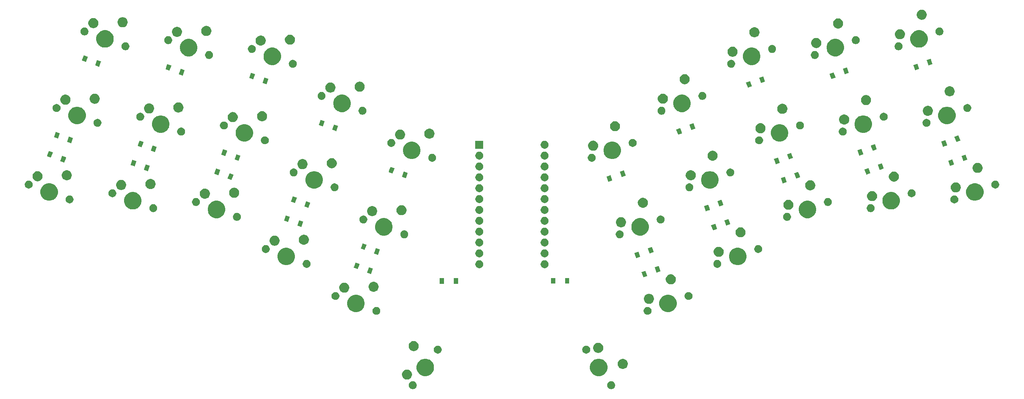
<source format=gbs>
G04 #@! TF.GenerationSoftware,KiCad,Pcbnew,(5.1.4)-1*
G04 #@! TF.CreationDate,2021-01-14T16:11:29-07:00*
G04 #@! TF.ProjectId,ONI-Kyan MKI,4f4e492d-4b79-4616-9e20-4d4b492e6b69,rev?*
G04 #@! TF.SameCoordinates,Original*
G04 #@! TF.FileFunction,Soldermask,Bot*
G04 #@! TF.FilePolarity,Negative*
%FSLAX46Y46*%
G04 Gerber Fmt 4.6, Leading zero omitted, Abs format (unit mm)*
G04 Created by KiCad (PCBNEW (5.1.4)-1) date 2021-01-14 16:11:29*
%MOMM*%
%LPD*%
G04 APERTURE LIST*
%ADD10C,0.150000*%
G04 APERTURE END LIST*
D10*
G36*
X166300181Y-127096398D02*
G01*
X166468703Y-127166202D01*
X166620368Y-127267541D01*
X166749349Y-127396522D01*
X166850688Y-127548187D01*
X166920492Y-127716709D01*
X166956077Y-127895610D01*
X166956077Y-128078016D01*
X166920492Y-128256917D01*
X166850688Y-128425439D01*
X166749349Y-128577104D01*
X166620368Y-128706085D01*
X166468703Y-128807424D01*
X166300181Y-128877228D01*
X166121280Y-128912813D01*
X165938874Y-128912813D01*
X165759973Y-128877228D01*
X165591451Y-128807424D01*
X165439786Y-128706085D01*
X165310805Y-128577104D01*
X165209466Y-128425439D01*
X165139662Y-128256917D01*
X165104077Y-128078016D01*
X165104077Y-127895610D01*
X165139662Y-127716709D01*
X165209466Y-127548187D01*
X165310805Y-127396522D01*
X165439786Y-127267541D01*
X165591451Y-127166202D01*
X165759973Y-127096398D01*
X165938874Y-127060813D01*
X166121280Y-127060813D01*
X166300181Y-127096398D01*
X166300181Y-127096398D01*
G37*
G36*
X119991227Y-127096397D02*
G01*
X120159749Y-127166201D01*
X120311414Y-127267540D01*
X120440395Y-127396521D01*
X120541734Y-127548186D01*
X120611538Y-127716708D01*
X120647123Y-127895609D01*
X120647123Y-128078015D01*
X120611538Y-128256916D01*
X120541734Y-128425438D01*
X120440395Y-128577103D01*
X120311414Y-128706084D01*
X120159749Y-128807423D01*
X119991227Y-128877227D01*
X119812326Y-128912812D01*
X119629920Y-128912812D01*
X119451019Y-128877227D01*
X119282497Y-128807423D01*
X119130832Y-128706084D01*
X119001851Y-128577103D01*
X118900512Y-128425438D01*
X118830708Y-128256916D01*
X118795123Y-128078015D01*
X118795123Y-127895609D01*
X118830708Y-127716708D01*
X118900512Y-127548186D01*
X119001851Y-127396521D01*
X119130832Y-127267540D01*
X119282497Y-127166201D01*
X119451019Y-127096397D01*
X119629920Y-127060812D01*
X119812326Y-127060812D01*
X119991227Y-127096397D01*
X119991227Y-127096397D01*
G37*
G36*
X118560479Y-124328669D02*
G01*
X118711946Y-124358798D01*
X118925964Y-124447447D01*
X118925965Y-124447448D01*
X119118573Y-124576144D01*
X119282380Y-124739951D01*
X119318590Y-124794144D01*
X119411077Y-124932560D01*
X119499726Y-125146578D01*
X119544919Y-125373779D01*
X119544919Y-125605431D01*
X119499726Y-125832632D01*
X119411077Y-126046650D01*
X119411076Y-126046651D01*
X119282380Y-126239259D01*
X119118573Y-126403066D01*
X118990168Y-126488863D01*
X118925964Y-126531763D01*
X118711946Y-126620412D01*
X118560479Y-126650541D01*
X118484746Y-126665605D01*
X118253092Y-126665605D01*
X118177359Y-126650541D01*
X118025892Y-126620412D01*
X117811874Y-126531763D01*
X117747670Y-126488863D01*
X117619265Y-126403066D01*
X117455458Y-126239259D01*
X117326762Y-126046651D01*
X117326761Y-126046650D01*
X117238112Y-125832632D01*
X117192919Y-125605431D01*
X117192919Y-125373779D01*
X117238112Y-125146578D01*
X117326761Y-124932560D01*
X117419248Y-124794144D01*
X117455458Y-124739951D01*
X117619265Y-124576144D01*
X117811873Y-124447448D01*
X117811874Y-124447447D01*
X118025892Y-124358798D01*
X118177359Y-124328669D01*
X118253092Y-124313605D01*
X118484746Y-124313605D01*
X118560479Y-124328669D01*
X118560479Y-124328669D01*
G37*
G36*
X163712783Y-121859205D02*
G01*
X163930783Y-121949504D01*
X164084932Y-122013354D01*
X164419857Y-122237144D01*
X164704686Y-122521973D01*
X164928476Y-122856898D01*
X164992326Y-123011047D01*
X165082625Y-123229047D01*
X165161209Y-123624115D01*
X165161209Y-124026927D01*
X165082625Y-124421995D01*
X165018774Y-124576144D01*
X164928476Y-124794144D01*
X164704686Y-125129069D01*
X164419857Y-125413898D01*
X164084932Y-125637688D01*
X163930783Y-125701538D01*
X163712783Y-125791837D01*
X163317715Y-125870421D01*
X162914903Y-125870421D01*
X162519835Y-125791837D01*
X162301835Y-125701538D01*
X162147686Y-125637688D01*
X161812761Y-125413898D01*
X161527932Y-125129069D01*
X161304142Y-124794144D01*
X161213844Y-124576144D01*
X161149993Y-124421995D01*
X161071409Y-124026927D01*
X161071409Y-123624115D01*
X161149993Y-123229047D01*
X161240292Y-123011047D01*
X161304142Y-122856898D01*
X161527932Y-122521973D01*
X161812761Y-122237144D01*
X162147686Y-122013354D01*
X162301835Y-121949504D01*
X162519835Y-121859205D01*
X162914903Y-121780621D01*
X163317715Y-121780621D01*
X163712783Y-121859205D01*
X163712783Y-121859205D01*
G37*
G36*
X123231365Y-121859204D02*
G01*
X123449365Y-121949503D01*
X123603514Y-122013353D01*
X123938439Y-122237143D01*
X124223268Y-122521972D01*
X124447058Y-122856897D01*
X124455208Y-122876573D01*
X124601207Y-123229046D01*
X124679791Y-123624114D01*
X124679791Y-124026926D01*
X124601207Y-124421994D01*
X124537356Y-124576144D01*
X124447058Y-124794143D01*
X124223268Y-125129068D01*
X123938439Y-125413897D01*
X123603514Y-125637687D01*
X123449365Y-125701537D01*
X123231365Y-125791836D01*
X122836297Y-125870420D01*
X122433485Y-125870420D01*
X122038417Y-125791836D01*
X121820417Y-125701537D01*
X121666268Y-125637687D01*
X121331343Y-125413897D01*
X121046514Y-125129068D01*
X120822724Y-124794143D01*
X120732426Y-124576144D01*
X120668575Y-124421994D01*
X120589991Y-124026926D01*
X120589991Y-123624114D01*
X120668575Y-123229046D01*
X120814574Y-122876573D01*
X120822724Y-122856897D01*
X121046514Y-122521972D01*
X121331343Y-122237143D01*
X121666268Y-122013353D01*
X121820417Y-121949503D01*
X122038417Y-121859204D01*
X122433485Y-121780620D01*
X122836297Y-121780620D01*
X123231365Y-121859204D01*
X123231365Y-121859204D01*
G37*
G36*
X168926046Y-121831463D02*
G01*
X169077513Y-121861592D01*
X169291531Y-121950241D01*
X169291532Y-121950242D01*
X169484140Y-122078938D01*
X169647947Y-122242745D01*
X169733744Y-122371150D01*
X169776644Y-122435354D01*
X169865293Y-122649372D01*
X169865293Y-122649374D01*
X169906573Y-122856898D01*
X169910486Y-122876573D01*
X169910486Y-123108225D01*
X169865293Y-123335426D01*
X169776644Y-123549444D01*
X169776643Y-123549445D01*
X169647947Y-123742053D01*
X169484140Y-123905860D01*
X169355735Y-123991657D01*
X169291531Y-124034557D01*
X169077513Y-124123206D01*
X168926046Y-124153335D01*
X168850313Y-124168399D01*
X168618659Y-124168399D01*
X168542926Y-124153335D01*
X168391459Y-124123206D01*
X168177441Y-124034557D01*
X168113237Y-123991657D01*
X167984832Y-123905860D01*
X167821025Y-123742053D01*
X167692329Y-123549445D01*
X167692328Y-123549444D01*
X167603679Y-123335426D01*
X167558486Y-123108225D01*
X167558486Y-122876573D01*
X167562400Y-122856898D01*
X167603679Y-122649374D01*
X167603679Y-122649372D01*
X167692328Y-122435354D01*
X167735228Y-122371150D01*
X167821025Y-122242745D01*
X167984832Y-122078938D01*
X168177440Y-121950242D01*
X168177441Y-121950241D01*
X168391459Y-121861592D01*
X168542926Y-121831463D01*
X168618659Y-121816399D01*
X168850313Y-121816399D01*
X168926046Y-121831463D01*
X168926046Y-121831463D01*
G37*
G36*
X160472645Y-118773814D02*
G01*
X160641167Y-118843618D01*
X160792832Y-118944957D01*
X160921813Y-119073938D01*
X161023152Y-119225603D01*
X161092956Y-119394125D01*
X161128541Y-119573026D01*
X161128541Y-119755432D01*
X161092956Y-119934333D01*
X161023152Y-120102855D01*
X160921813Y-120254520D01*
X160792832Y-120383501D01*
X160641167Y-120484840D01*
X160472645Y-120554644D01*
X160293744Y-120590229D01*
X160111338Y-120590229D01*
X159932437Y-120554644D01*
X159763915Y-120484840D01*
X159612250Y-120383501D01*
X159483269Y-120254520D01*
X159381930Y-120102855D01*
X159312126Y-119934333D01*
X159276541Y-119755432D01*
X159276541Y-119573026D01*
X159312126Y-119394125D01*
X159381930Y-119225603D01*
X159483269Y-119073938D01*
X159612250Y-118944957D01*
X159763915Y-118843618D01*
X159932437Y-118773814D01*
X160111338Y-118738229D01*
X160293744Y-118738229D01*
X160472645Y-118773814D01*
X160472645Y-118773814D01*
G37*
G36*
X125818763Y-118773813D02*
G01*
X125987285Y-118843617D01*
X126138950Y-118944956D01*
X126267931Y-119073937D01*
X126369270Y-119225602D01*
X126439074Y-119394124D01*
X126474659Y-119573025D01*
X126474659Y-119755431D01*
X126439074Y-119934332D01*
X126369270Y-120102854D01*
X126267931Y-120254519D01*
X126138950Y-120383500D01*
X125987285Y-120484839D01*
X125818763Y-120554643D01*
X125639862Y-120590228D01*
X125457456Y-120590228D01*
X125278555Y-120554643D01*
X125110033Y-120484839D01*
X124958368Y-120383500D01*
X124829387Y-120254519D01*
X124728048Y-120102854D01*
X124658244Y-119934332D01*
X124622659Y-119755431D01*
X124622659Y-119573025D01*
X124658244Y-119394124D01*
X124728048Y-119225602D01*
X124829387Y-119073937D01*
X124958368Y-118944956D01*
X125110033Y-118843617D01*
X125278555Y-118773813D01*
X125457456Y-118738228D01*
X125639862Y-118738228D01*
X125818763Y-118773813D01*
X125818763Y-118773813D01*
G37*
G36*
X163176633Y-118081450D02*
G01*
X163354656Y-118116861D01*
X163568674Y-118205510D01*
X163568675Y-118205511D01*
X163761283Y-118334207D01*
X163925090Y-118498014D01*
X164010887Y-118626419D01*
X164053787Y-118690623D01*
X164142436Y-118904641D01*
X164150848Y-118946932D01*
X164187629Y-119131841D01*
X164187629Y-119363495D01*
X164182724Y-119388152D01*
X164142436Y-119590695D01*
X164053787Y-119804713D01*
X164053786Y-119804714D01*
X163925090Y-119997322D01*
X163761283Y-120161129D01*
X163632878Y-120246926D01*
X163568674Y-120289826D01*
X163354656Y-120378475D01*
X163203189Y-120408604D01*
X163127456Y-120423668D01*
X162895802Y-120423668D01*
X162820069Y-120408604D01*
X162668602Y-120378475D01*
X162454584Y-120289826D01*
X162390380Y-120246926D01*
X162261975Y-120161129D01*
X162098168Y-119997322D01*
X161969472Y-119804714D01*
X161969471Y-119804713D01*
X161880822Y-119590695D01*
X161840534Y-119388152D01*
X161835629Y-119363495D01*
X161835629Y-119131841D01*
X161872410Y-118946932D01*
X161880822Y-118904641D01*
X161969471Y-118690623D01*
X162012371Y-118626419D01*
X162098168Y-118498014D01*
X162261975Y-118334207D01*
X162454583Y-118205511D01*
X162454584Y-118205510D01*
X162668602Y-118116861D01*
X162846625Y-118081450D01*
X162895802Y-118071668D01*
X163127456Y-118071668D01*
X163176633Y-118081450D01*
X163176633Y-118081450D01*
G37*
G36*
X120122043Y-117670170D02*
G01*
X120273510Y-117700299D01*
X120487528Y-117788948D01*
X120487529Y-117788949D01*
X120680137Y-117917645D01*
X120843944Y-118081452D01*
X120867603Y-118116861D01*
X120972641Y-118274061D01*
X121061290Y-118488079D01*
X121063266Y-118498014D01*
X121101579Y-118690623D01*
X121106483Y-118715280D01*
X121106483Y-118946932D01*
X121061290Y-119174133D01*
X120972641Y-119388151D01*
X120929741Y-119452355D01*
X120843944Y-119580760D01*
X120680137Y-119744567D01*
X120590120Y-119804714D01*
X120487528Y-119873264D01*
X120273510Y-119961913D01*
X120122043Y-119992042D01*
X120046310Y-120007106D01*
X119814656Y-120007106D01*
X119738923Y-119992042D01*
X119587456Y-119961913D01*
X119373438Y-119873264D01*
X119270846Y-119804714D01*
X119180829Y-119744567D01*
X119017022Y-119580760D01*
X118931225Y-119452355D01*
X118888325Y-119388151D01*
X118799676Y-119174133D01*
X118754483Y-118946932D01*
X118754483Y-118715280D01*
X118759388Y-118690623D01*
X118797700Y-118498014D01*
X118799676Y-118488079D01*
X118888325Y-118274061D01*
X118993363Y-118116861D01*
X119017022Y-118081452D01*
X119180829Y-117917645D01*
X119373437Y-117788949D01*
X119373438Y-117788948D01*
X119587456Y-117700299D01*
X119738923Y-117670170D01*
X119814656Y-117655106D01*
X120046310Y-117655106D01*
X120122043Y-117670170D01*
X120122043Y-117670170D01*
G37*
G36*
X111491692Y-109707947D02*
G01*
X111660214Y-109777751D01*
X111811879Y-109879090D01*
X111940860Y-110008071D01*
X112042199Y-110159736D01*
X112112003Y-110328258D01*
X112147588Y-110507159D01*
X112147588Y-110689565D01*
X112112003Y-110868466D01*
X112042199Y-111036988D01*
X111940860Y-111188653D01*
X111811879Y-111317634D01*
X111660214Y-111418973D01*
X111491692Y-111488777D01*
X111312791Y-111524362D01*
X111130385Y-111524362D01*
X110951484Y-111488777D01*
X110782962Y-111418973D01*
X110631297Y-111317634D01*
X110502316Y-111188653D01*
X110400977Y-111036988D01*
X110331173Y-110868466D01*
X110295588Y-110689565D01*
X110295588Y-110507159D01*
X110331173Y-110328258D01*
X110400977Y-110159736D01*
X110502316Y-110008071D01*
X110631297Y-109879090D01*
X110782962Y-109777751D01*
X110951484Y-109707947D01*
X111130385Y-109672362D01*
X111312791Y-109672362D01*
X111491692Y-109707947D01*
X111491692Y-109707947D01*
G37*
G36*
X174799715Y-109707946D02*
G01*
X174968237Y-109777750D01*
X175119902Y-109879089D01*
X175248883Y-110008070D01*
X175350222Y-110159735D01*
X175420026Y-110328257D01*
X175455611Y-110507158D01*
X175455611Y-110689564D01*
X175420026Y-110868465D01*
X175350222Y-111036987D01*
X175248883Y-111188652D01*
X175119902Y-111317633D01*
X174968237Y-111418972D01*
X174799715Y-111488776D01*
X174620814Y-111524361D01*
X174438408Y-111524361D01*
X174259507Y-111488776D01*
X174090985Y-111418972D01*
X173939320Y-111317633D01*
X173810339Y-111188652D01*
X173709000Y-111036987D01*
X173639196Y-110868465D01*
X173603611Y-110689564D01*
X173603611Y-110507158D01*
X173639196Y-110328257D01*
X173709000Y-110159735D01*
X173810339Y-110008070D01*
X173939320Y-109879089D01*
X174090985Y-109777750D01*
X174259507Y-109707946D01*
X174438408Y-109672361D01*
X174620814Y-109672361D01*
X174799715Y-109707946D01*
X174799715Y-109707946D01*
G37*
G36*
X107044423Y-106894584D02*
G01*
X107262423Y-106984883D01*
X107416572Y-107048733D01*
X107751497Y-107272523D01*
X108036326Y-107557352D01*
X108260116Y-107892277D01*
X108310473Y-108013851D01*
X108414265Y-108264426D01*
X108492849Y-108659494D01*
X108492849Y-109062306D01*
X108414265Y-109457374D01*
X108325214Y-109672361D01*
X108260116Y-109829523D01*
X108036326Y-110164448D01*
X107751497Y-110449277D01*
X107416572Y-110673067D01*
X107262423Y-110736917D01*
X107044423Y-110827216D01*
X106649355Y-110905800D01*
X106246543Y-110905800D01*
X105851475Y-110827216D01*
X105633475Y-110736917D01*
X105479326Y-110673067D01*
X105144401Y-110449277D01*
X104859572Y-110164448D01*
X104635782Y-109829523D01*
X104570684Y-109672361D01*
X104481633Y-109457374D01*
X104403049Y-109062306D01*
X104403049Y-108659494D01*
X104481633Y-108264426D01*
X104585425Y-108013851D01*
X104635782Y-107892277D01*
X104859572Y-107557352D01*
X105144401Y-107272523D01*
X105479326Y-107048733D01*
X105633475Y-106984883D01*
X105851475Y-106894584D01*
X106246543Y-106816000D01*
X106649355Y-106816000D01*
X107044423Y-106894584D01*
X107044423Y-106894584D01*
G37*
G36*
X179899724Y-106894583D02*
G01*
X180117724Y-106984882D01*
X180271873Y-107048732D01*
X180606798Y-107272522D01*
X180891627Y-107557351D01*
X181115417Y-107892276D01*
X181136862Y-107944049D01*
X181269566Y-108264425D01*
X181348150Y-108659493D01*
X181348150Y-109062305D01*
X181269566Y-109457373D01*
X181269565Y-109457375D01*
X181115417Y-109829522D01*
X180891627Y-110164447D01*
X180606798Y-110449276D01*
X180271873Y-110673066D01*
X180117724Y-110736916D01*
X179899724Y-110827215D01*
X179504656Y-110905799D01*
X179101844Y-110905799D01*
X178706776Y-110827215D01*
X178488776Y-110736916D01*
X178334627Y-110673066D01*
X177999702Y-110449276D01*
X177714873Y-110164447D01*
X177491083Y-109829522D01*
X177336935Y-109457375D01*
X177336934Y-109457373D01*
X177258350Y-109062305D01*
X177258350Y-108659493D01*
X177336934Y-108264425D01*
X177469638Y-107944049D01*
X177491083Y-107892276D01*
X177714873Y-107557351D01*
X177999702Y-107272522D01*
X178334627Y-107048732D01*
X178488776Y-106984882D01*
X178706776Y-106894583D01*
X179101844Y-106815999D01*
X179504656Y-106815999D01*
X179899724Y-106894583D01*
X179899724Y-106894583D01*
G37*
G36*
X175045850Y-106616240D02*
G01*
X175197317Y-106646369D01*
X175411335Y-106735018D01*
X175411336Y-106735019D01*
X175603944Y-106863715D01*
X175767751Y-107027522D01*
X175853548Y-107155927D01*
X175896448Y-107220131D01*
X175985097Y-107434149D01*
X176030290Y-107661350D01*
X176030290Y-107893002D01*
X175985097Y-108120203D01*
X175896448Y-108334221D01*
X175896447Y-108334222D01*
X175767751Y-108526830D01*
X175603944Y-108690637D01*
X175475539Y-108776434D01*
X175411335Y-108819334D01*
X175197317Y-108907983D01*
X175045850Y-108938112D01*
X174970117Y-108953176D01*
X174738463Y-108953176D01*
X174662730Y-108938112D01*
X174511263Y-108907983D01*
X174297245Y-108819334D01*
X174233041Y-108776434D01*
X174104636Y-108690637D01*
X173940829Y-108526830D01*
X173812133Y-108334222D01*
X173812132Y-108334221D01*
X173723483Y-108120203D01*
X173678290Y-107893002D01*
X173678290Y-107661350D01*
X173723483Y-107434149D01*
X173812132Y-107220131D01*
X173855032Y-107155927D01*
X173940829Y-107027522D01*
X174104636Y-106863715D01*
X174297244Y-106735019D01*
X174297245Y-106735018D01*
X174511263Y-106646369D01*
X174662730Y-106616240D01*
X174738463Y-106601176D01*
X174970117Y-106601176D01*
X175045850Y-106616240D01*
X175045850Y-106616240D01*
G37*
G36*
X101944414Y-106233023D02*
G01*
X102112936Y-106302827D01*
X102264601Y-106404166D01*
X102393582Y-106533147D01*
X102494921Y-106684812D01*
X102564725Y-106853334D01*
X102600310Y-107032235D01*
X102600310Y-107214641D01*
X102564725Y-107393542D01*
X102494921Y-107562064D01*
X102393582Y-107713729D01*
X102264601Y-107842710D01*
X102112936Y-107944049D01*
X101944414Y-108013853D01*
X101765513Y-108049438D01*
X101583107Y-108049438D01*
X101404206Y-108013853D01*
X101235684Y-107944049D01*
X101084019Y-107842710D01*
X100955038Y-107713729D01*
X100853699Y-107562064D01*
X100783895Y-107393542D01*
X100748310Y-107214641D01*
X100748310Y-107032235D01*
X100783895Y-106853334D01*
X100853699Y-106684812D01*
X100955038Y-106533147D01*
X101084019Y-106404166D01*
X101235684Y-106302827D01*
X101404206Y-106233023D01*
X101583107Y-106197438D01*
X101765513Y-106197438D01*
X101944414Y-106233023D01*
X101944414Y-106233023D01*
G37*
G36*
X184346993Y-106233022D02*
G01*
X184515515Y-106302826D01*
X184667180Y-106404165D01*
X184796161Y-106533146D01*
X184897500Y-106684811D01*
X184967304Y-106853333D01*
X185002889Y-107032234D01*
X185002889Y-107214640D01*
X184967304Y-107393541D01*
X184897500Y-107562063D01*
X184796161Y-107713728D01*
X184667180Y-107842709D01*
X184515515Y-107944048D01*
X184346993Y-108013852D01*
X184168092Y-108049437D01*
X183985686Y-108049437D01*
X183806785Y-108013852D01*
X183638263Y-107944048D01*
X183486598Y-107842709D01*
X183357617Y-107713728D01*
X183256278Y-107562063D01*
X183186474Y-107393541D01*
X183150889Y-107214640D01*
X183150889Y-107032234D01*
X183186474Y-106853333D01*
X183256278Y-106684811D01*
X183357617Y-106533146D01*
X183486598Y-106404165D01*
X183638263Y-106302826D01*
X183806785Y-106233022D01*
X183985686Y-106197437D01*
X184168092Y-106197437D01*
X184346993Y-106233022D01*
X184346993Y-106233022D01*
G37*
G36*
X103928011Y-104010048D02*
G01*
X104079478Y-104040177D01*
X104293496Y-104128826D01*
X104293497Y-104128827D01*
X104486105Y-104257523D01*
X104649912Y-104421330D01*
X104735709Y-104549735D01*
X104778609Y-104613939D01*
X104867258Y-104827957D01*
X104912451Y-105055158D01*
X104912451Y-105286810D01*
X104867258Y-105514011D01*
X104778609Y-105728029D01*
X104778608Y-105728030D01*
X104649912Y-105920638D01*
X104486105Y-106084445D01*
X104482580Y-106086800D01*
X104293496Y-106213142D01*
X104079478Y-106301791D01*
X103928011Y-106331920D01*
X103852278Y-106346984D01*
X103620624Y-106346984D01*
X103544891Y-106331920D01*
X103393424Y-106301791D01*
X103179406Y-106213142D01*
X102990322Y-106086800D01*
X102986797Y-106084445D01*
X102822990Y-105920638D01*
X102694294Y-105728030D01*
X102694293Y-105728029D01*
X102605644Y-105514011D01*
X102560451Y-105286810D01*
X102560451Y-105055158D01*
X102605644Y-104827957D01*
X102694293Y-104613939D01*
X102737193Y-104549735D01*
X102822990Y-104421330D01*
X102986797Y-104257523D01*
X103179405Y-104128827D01*
X103179406Y-104128826D01*
X103393424Y-104040177D01*
X103544891Y-104010048D01*
X103620624Y-103994984D01*
X103852278Y-103994984D01*
X103928011Y-104010048D01*
X103928011Y-104010048D01*
G37*
G36*
X110763791Y-103795057D02*
G01*
X110915258Y-103825186D01*
X111129276Y-103913835D01*
X111129277Y-103913836D01*
X111321885Y-104042532D01*
X111485692Y-104206339D01*
X111515533Y-104251000D01*
X111614389Y-104398948D01*
X111703038Y-104612966D01*
X111748231Y-104840167D01*
X111748231Y-105071819D01*
X111703038Y-105299020D01*
X111614389Y-105513038D01*
X111614388Y-105513039D01*
X111485692Y-105705647D01*
X111321885Y-105869454D01*
X111245282Y-105920638D01*
X111129276Y-105998151D01*
X110915258Y-106086800D01*
X110763791Y-106116929D01*
X110688058Y-106131993D01*
X110456404Y-106131993D01*
X110380671Y-106116929D01*
X110229204Y-106086800D01*
X110015186Y-105998151D01*
X109899180Y-105920638D01*
X109822577Y-105869454D01*
X109658770Y-105705647D01*
X109530074Y-105513039D01*
X109530073Y-105513038D01*
X109441424Y-105299020D01*
X109396231Y-105071819D01*
X109396231Y-104840167D01*
X109441424Y-104612966D01*
X109530073Y-104398948D01*
X109628929Y-104251000D01*
X109658770Y-104206339D01*
X109822577Y-104042532D01*
X110015185Y-103913836D01*
X110015186Y-103913835D01*
X110229204Y-103825186D01*
X110380671Y-103795057D01*
X110456404Y-103779993D01*
X110688058Y-103779993D01*
X110763791Y-103795057D01*
X110763791Y-103795057D01*
G37*
G36*
X180144167Y-102057593D02*
G01*
X180295634Y-102087722D01*
X180509652Y-102176371D01*
X180509653Y-102176372D01*
X180702261Y-102305068D01*
X180866068Y-102468875D01*
X180951865Y-102597280D01*
X180994765Y-102661484D01*
X181083414Y-102875502D01*
X181128607Y-103102703D01*
X181128607Y-103334355D01*
X181083414Y-103561556D01*
X180994765Y-103775574D01*
X180994764Y-103775575D01*
X180866068Y-103968183D01*
X180702261Y-104131990D01*
X180590992Y-104206337D01*
X180509652Y-104260687D01*
X180295634Y-104349336D01*
X180144167Y-104379465D01*
X180068434Y-104394529D01*
X179836780Y-104394529D01*
X179761047Y-104379465D01*
X179609580Y-104349336D01*
X179395562Y-104260687D01*
X179314222Y-104206337D01*
X179202953Y-104131990D01*
X179039146Y-103968183D01*
X178910450Y-103775575D01*
X178910449Y-103775574D01*
X178821800Y-103561556D01*
X178776607Y-103334355D01*
X178776607Y-103102703D01*
X178821800Y-102875502D01*
X178910449Y-102661484D01*
X178953349Y-102597280D01*
X179039146Y-102468875D01*
X179202953Y-102305068D01*
X179395561Y-102176372D01*
X179395562Y-102176371D01*
X179609580Y-102087722D01*
X179761047Y-102057593D01*
X179836780Y-102042529D01*
X180068434Y-102042529D01*
X180144167Y-102057593D01*
X180144167Y-102057593D01*
G37*
G36*
X130301000Y-104251000D02*
G01*
X129299000Y-104251000D01*
X129299000Y-102949000D01*
X130301000Y-102949000D01*
X130301000Y-104251000D01*
X130301000Y-104251000D01*
G37*
G36*
X127001000Y-104251000D02*
G01*
X125999000Y-104251000D01*
X125999000Y-102949000D01*
X127001000Y-102949000D01*
X127001000Y-104251000D01*
X127001000Y-104251000D01*
G37*
G36*
X152960998Y-104240999D02*
G01*
X151958998Y-104240999D01*
X151958998Y-102938999D01*
X152960998Y-102938999D01*
X152960998Y-104240999D01*
X152960998Y-104240999D01*
G37*
G36*
X156260998Y-104240999D02*
G01*
X155258998Y-104240999D01*
X155258998Y-102938999D01*
X156260998Y-102938999D01*
X156260998Y-104240999D01*
X156260998Y-104240999D01*
G37*
G36*
X174190768Y-101655094D02*
G01*
X174427340Y-102305068D01*
X174476835Y-102441056D01*
X173786519Y-102692311D01*
X173535264Y-102783760D01*
X173535263Y-102783760D01*
X173114098Y-101626618D01*
X173089953Y-101560281D01*
X173089953Y-101560280D01*
X173780269Y-101309025D01*
X174031524Y-101217576D01*
X174031525Y-101217576D01*
X174190768Y-101655094D01*
X174190768Y-101655094D01*
G37*
G36*
X109733279Y-100494587D02*
G01*
X110423595Y-100745842D01*
X109978285Y-101969322D01*
X109978284Y-101969322D01*
X109727029Y-101877873D01*
X109036713Y-101626618D01*
X109060858Y-101560281D01*
X109357289Y-100745843D01*
X109482023Y-100403138D01*
X109482024Y-100403138D01*
X109733279Y-100494587D01*
X109733279Y-100494587D01*
G37*
G36*
X177577821Y-101312390D02*
G01*
X176896748Y-101560280D01*
X176636250Y-101655094D01*
X176636249Y-101655094D01*
X176260475Y-100622662D01*
X176190939Y-100431615D01*
X176190939Y-100431614D01*
X177006973Y-100134602D01*
X177132510Y-100088910D01*
X177132511Y-100088910D01*
X177577821Y-101312390D01*
X177577821Y-101312390D01*
G37*
G36*
X106632293Y-99365921D02*
G01*
X107322609Y-99617176D01*
X107322609Y-99617177D01*
X107242818Y-99836400D01*
X106877299Y-100840656D01*
X106877298Y-100840656D01*
X106616800Y-100745842D01*
X105935727Y-100497952D01*
X105959872Y-100431615D01*
X106067975Y-100134603D01*
X106381037Y-99274472D01*
X106381038Y-99274472D01*
X106632293Y-99365921D01*
X106632293Y-99365921D01*
G37*
G36*
X135526083Y-98803697D02*
G01*
X135694840Y-98873598D01*
X135846718Y-98975080D01*
X135975882Y-99104244D01*
X136077364Y-99256122D01*
X136147265Y-99424879D01*
X136182900Y-99604030D01*
X136182900Y-99786694D01*
X136147265Y-99965845D01*
X136077364Y-100134602D01*
X135975882Y-100286480D01*
X135846718Y-100415644D01*
X135694840Y-100517126D01*
X135526083Y-100587027D01*
X135346932Y-100622662D01*
X135164268Y-100622662D01*
X134985117Y-100587027D01*
X134816360Y-100517126D01*
X134664482Y-100415644D01*
X134535318Y-100286480D01*
X134433836Y-100134602D01*
X134363935Y-99965845D01*
X134328300Y-99786694D01*
X134328300Y-99604030D01*
X134363935Y-99424879D01*
X134433836Y-99256122D01*
X134535318Y-99104244D01*
X134664482Y-98975080D01*
X134816360Y-98873598D01*
X134985117Y-98803697D01*
X135164268Y-98768062D01*
X135346932Y-98768062D01*
X135526083Y-98803697D01*
X135526083Y-98803697D01*
G37*
G36*
X150766083Y-98803697D02*
G01*
X150934840Y-98873598D01*
X151086718Y-98975080D01*
X151215882Y-99104244D01*
X151317364Y-99256122D01*
X151387265Y-99424879D01*
X151422900Y-99604030D01*
X151422900Y-99786694D01*
X151387265Y-99965845D01*
X151317364Y-100134602D01*
X151215882Y-100286480D01*
X151086718Y-100415644D01*
X150934840Y-100517126D01*
X150766083Y-100587027D01*
X150586932Y-100622662D01*
X150404268Y-100622662D01*
X150225117Y-100587027D01*
X150056360Y-100517126D01*
X149904482Y-100415644D01*
X149775318Y-100286480D01*
X149673836Y-100134602D01*
X149603935Y-99965845D01*
X149568300Y-99786694D01*
X149568300Y-99604030D01*
X149603935Y-99424879D01*
X149673836Y-99256122D01*
X149775318Y-99104244D01*
X149904482Y-98975080D01*
X150056360Y-98873598D01*
X150225117Y-98803697D01*
X150404268Y-98768062D01*
X150586932Y-98768062D01*
X150766083Y-98803697D01*
X150766083Y-98803697D01*
G37*
G36*
X95219353Y-98717131D02*
G01*
X95387875Y-98786935D01*
X95539540Y-98888274D01*
X95668521Y-99017255D01*
X95769860Y-99168920D01*
X95839664Y-99337442D01*
X95875249Y-99516343D01*
X95875249Y-99698749D01*
X95839664Y-99877650D01*
X95769860Y-100046172D01*
X95668521Y-100197837D01*
X95539540Y-100326818D01*
X95387875Y-100428157D01*
X95219353Y-100497961D01*
X95040452Y-100533546D01*
X94858046Y-100533546D01*
X94679145Y-100497961D01*
X94510623Y-100428157D01*
X94358958Y-100326818D01*
X94229977Y-100197837D01*
X94128638Y-100046172D01*
X94058834Y-99877650D01*
X94023249Y-99698749D01*
X94023249Y-99516343D01*
X94058834Y-99337442D01*
X94128638Y-99168920D01*
X94229977Y-99017255D01*
X94358958Y-98888274D01*
X94510623Y-98786935D01*
X94679145Y-98717131D01*
X94858046Y-98681546D01*
X95040452Y-98681546D01*
X95219353Y-98717131D01*
X95219353Y-98717131D01*
G37*
G36*
X191072056Y-98717129D02*
G01*
X191240578Y-98786933D01*
X191392243Y-98888272D01*
X191521224Y-99017253D01*
X191622563Y-99168918D01*
X191692367Y-99337440D01*
X191727952Y-99516341D01*
X191727952Y-99698747D01*
X191692367Y-99877648D01*
X191622563Y-100046170D01*
X191521224Y-100197835D01*
X191392243Y-100326816D01*
X191240578Y-100428155D01*
X191072056Y-100497959D01*
X190893155Y-100533544D01*
X190710749Y-100533544D01*
X190531848Y-100497959D01*
X190363326Y-100428155D01*
X190211661Y-100326816D01*
X190082680Y-100197835D01*
X189981341Y-100046170D01*
X189911537Y-99877648D01*
X189875952Y-99698747D01*
X189875952Y-99516341D01*
X189911537Y-99337440D01*
X189981341Y-99168918D01*
X190082680Y-99017253D01*
X190211661Y-98888272D01*
X190363326Y-98786933D01*
X190531848Y-98717129D01*
X190710749Y-98681544D01*
X190893155Y-98681544D01*
X191072056Y-98717129D01*
X191072056Y-98717129D01*
G37*
G36*
X90772084Y-95903768D02*
G01*
X90898931Y-95956310D01*
X91144233Y-96057917D01*
X91479158Y-96281707D01*
X91763987Y-96566536D01*
X91987777Y-96901461D01*
X92038134Y-97023034D01*
X92141926Y-97273610D01*
X92220510Y-97668678D01*
X92220510Y-98071490D01*
X92141926Y-98466558D01*
X92052876Y-98681544D01*
X91987777Y-98838707D01*
X91763987Y-99173632D01*
X91479158Y-99458461D01*
X91144233Y-99682251D01*
X90990084Y-99746101D01*
X90772084Y-99836400D01*
X90377016Y-99914984D01*
X89974204Y-99914984D01*
X89579136Y-99836400D01*
X89361136Y-99746101D01*
X89206987Y-99682251D01*
X88872062Y-99458461D01*
X88587233Y-99173632D01*
X88363443Y-98838707D01*
X88298344Y-98681544D01*
X88209294Y-98466558D01*
X88130710Y-98071490D01*
X88130710Y-97668678D01*
X88209294Y-97273610D01*
X88313086Y-97023034D01*
X88363443Y-96901461D01*
X88587233Y-96566536D01*
X88872062Y-96281707D01*
X89206987Y-96057917D01*
X89452289Y-95956310D01*
X89579136Y-95903768D01*
X89974204Y-95825184D01*
X90377016Y-95825184D01*
X90772084Y-95903768D01*
X90772084Y-95903768D01*
G37*
G36*
X196172065Y-95903766D02*
G01*
X196298917Y-95956310D01*
X196544214Y-96057915D01*
X196879139Y-96281705D01*
X197163968Y-96566534D01*
X197387758Y-96901459D01*
X197409203Y-96953233D01*
X197541907Y-97273608D01*
X197620491Y-97668676D01*
X197620491Y-98071488D01*
X197541907Y-98466556D01*
X197452856Y-98681544D01*
X197387758Y-98838705D01*
X197163968Y-99173630D01*
X196879139Y-99458459D01*
X196544214Y-99682249D01*
X196504379Y-99698749D01*
X196172065Y-99836398D01*
X195776997Y-99914982D01*
X195374185Y-99914982D01*
X194979117Y-99836398D01*
X194646803Y-99698749D01*
X194606968Y-99682249D01*
X194272043Y-99458459D01*
X193987214Y-99173630D01*
X193763424Y-98838705D01*
X193698326Y-98681544D01*
X193609275Y-98466556D01*
X193530691Y-98071488D01*
X193530691Y-97668676D01*
X193609275Y-97273608D01*
X193741979Y-96953233D01*
X193763424Y-96901459D01*
X193987214Y-96566534D01*
X194272043Y-96281705D01*
X194606968Y-96057915D01*
X194852265Y-95956310D01*
X194979117Y-95903766D01*
X195374185Y-95825182D01*
X195776997Y-95825182D01*
X196172065Y-95903766D01*
X196172065Y-95903766D01*
G37*
G36*
X172651448Y-97425845D02*
G01*
X172846724Y-97962359D01*
X172847958Y-97965751D01*
X172157642Y-98217006D01*
X171906387Y-98308455D01*
X171906386Y-98308455D01*
X171485220Y-97151310D01*
X171461076Y-97084976D01*
X171461076Y-97084975D01*
X172151392Y-96833720D01*
X172402647Y-96742271D01*
X172402648Y-96742271D01*
X172651448Y-97425845D01*
X172651448Y-97425845D01*
G37*
G36*
X135526083Y-96263697D02*
G01*
X135694840Y-96333598D01*
X135846718Y-96435080D01*
X135975882Y-96564244D01*
X136077364Y-96716122D01*
X136147265Y-96884879D01*
X136182900Y-97064030D01*
X136182900Y-97246694D01*
X136147265Y-97425845D01*
X136077364Y-97594602D01*
X135975882Y-97746480D01*
X135846718Y-97875644D01*
X135694840Y-97977126D01*
X135526083Y-98047027D01*
X135346932Y-98082662D01*
X135164268Y-98082662D01*
X134985117Y-98047027D01*
X134816360Y-97977126D01*
X134664482Y-97875644D01*
X134535318Y-97746480D01*
X134433836Y-97594602D01*
X134363935Y-97425845D01*
X134328300Y-97246694D01*
X134328300Y-97064030D01*
X134363935Y-96884879D01*
X134433836Y-96716122D01*
X134535318Y-96564244D01*
X134664482Y-96435080D01*
X134816360Y-96333598D01*
X134985117Y-96263697D01*
X135164268Y-96228062D01*
X135346932Y-96228062D01*
X135526083Y-96263697D01*
X135526083Y-96263697D01*
G37*
G36*
X150766083Y-96263697D02*
G01*
X150934840Y-96333598D01*
X151086718Y-96435080D01*
X151215882Y-96564244D01*
X151317364Y-96716122D01*
X151387265Y-96884879D01*
X151422900Y-97064030D01*
X151422900Y-97246694D01*
X151387265Y-97425845D01*
X151317364Y-97594602D01*
X151215882Y-97746480D01*
X151086718Y-97875644D01*
X150934840Y-97977126D01*
X150766083Y-98047027D01*
X150586932Y-98082662D01*
X150404268Y-98082662D01*
X150225117Y-98047027D01*
X150056360Y-97977126D01*
X149904482Y-97875644D01*
X149775318Y-97746480D01*
X149673836Y-97594602D01*
X149603935Y-97425845D01*
X149568300Y-97246694D01*
X149568300Y-97064030D01*
X149603935Y-96884879D01*
X149673836Y-96716122D01*
X149775318Y-96564244D01*
X149904482Y-96435080D01*
X150056360Y-96333598D01*
X150225117Y-96263697D01*
X150404268Y-96228062D01*
X150586932Y-96228062D01*
X150766083Y-96263697D01*
X150766083Y-96263697D01*
G37*
G36*
X191318191Y-95625423D02*
G01*
X191469658Y-95655552D01*
X191683676Y-95744201D01*
X191683677Y-95744202D01*
X191876285Y-95872898D01*
X192040092Y-96036705D01*
X192054265Y-96057917D01*
X192168789Y-96229314D01*
X192257438Y-96443332D01*
X192302631Y-96670533D01*
X192302631Y-96902185D01*
X192257438Y-97129386D01*
X192168789Y-97343404D01*
X192168788Y-97343405D01*
X192040092Y-97536013D01*
X191876285Y-97699820D01*
X191747880Y-97785617D01*
X191683676Y-97828517D01*
X191469658Y-97917166D01*
X191318191Y-97947295D01*
X191242458Y-97962359D01*
X191010804Y-97962359D01*
X190935071Y-97947295D01*
X190783604Y-97917166D01*
X190569586Y-97828517D01*
X190505382Y-97785617D01*
X190376977Y-97699820D01*
X190213170Y-97536013D01*
X190084474Y-97343405D01*
X190084473Y-97343404D01*
X189995824Y-97129386D01*
X189950631Y-96902185D01*
X189950631Y-96670533D01*
X189995824Y-96443332D01*
X190084473Y-96229314D01*
X190198997Y-96057917D01*
X190213170Y-96036705D01*
X190376977Y-95872898D01*
X190569585Y-95744202D01*
X190569586Y-95744201D01*
X190783604Y-95655552D01*
X190935071Y-95625423D01*
X191010804Y-95610359D01*
X191242458Y-95610359D01*
X191318191Y-95625423D01*
X191318191Y-95625423D01*
G37*
G36*
X111362155Y-96019279D02*
G01*
X112052471Y-96270534D01*
X112052471Y-96270535D01*
X111943020Y-96571248D01*
X111607161Y-97494014D01*
X111607160Y-97494014D01*
X111355905Y-97402565D01*
X110665589Y-97151310D01*
X110673569Y-97129386D01*
X110823985Y-96716121D01*
X111110899Y-95927830D01*
X111110900Y-95927830D01*
X111362155Y-96019279D01*
X111362155Y-96019279D01*
G37*
G36*
X175740248Y-96263697D02*
G01*
X175907389Y-96722912D01*
X175948944Y-96837085D01*
X175267871Y-97084975D01*
X175007373Y-97179789D01*
X175007372Y-97179789D01*
X174599044Y-96057917D01*
X174562062Y-95956310D01*
X174562062Y-95956309D01*
X175282767Y-95693994D01*
X175503633Y-95613605D01*
X175503634Y-95613605D01*
X175740248Y-96263697D01*
X175740248Y-96263697D01*
G37*
G36*
X85672075Y-95242207D02*
G01*
X85840597Y-95312011D01*
X85992262Y-95413350D01*
X86121243Y-95542331D01*
X86222582Y-95693996D01*
X86292386Y-95862518D01*
X86327971Y-96041419D01*
X86327971Y-96223825D01*
X86292386Y-96402726D01*
X86222582Y-96571248D01*
X86121243Y-96722913D01*
X85992262Y-96851894D01*
X85840597Y-96953233D01*
X85672075Y-97023037D01*
X85493174Y-97058622D01*
X85310768Y-97058622D01*
X85131867Y-97023037D01*
X84963345Y-96953233D01*
X84811680Y-96851894D01*
X84682699Y-96722913D01*
X84581360Y-96571248D01*
X84511556Y-96402726D01*
X84475971Y-96223825D01*
X84475971Y-96041419D01*
X84511556Y-95862518D01*
X84581360Y-95693996D01*
X84682699Y-95542331D01*
X84811680Y-95413350D01*
X84963345Y-95312011D01*
X85131867Y-95242207D01*
X85310768Y-95206622D01*
X85493174Y-95206622D01*
X85672075Y-95242207D01*
X85672075Y-95242207D01*
G37*
G36*
X200619334Y-95242205D02*
G01*
X200787856Y-95312009D01*
X200939521Y-95413348D01*
X201068502Y-95542329D01*
X201169841Y-95693994D01*
X201239645Y-95862516D01*
X201275230Y-96041417D01*
X201275230Y-96223823D01*
X201239645Y-96402724D01*
X201169841Y-96571246D01*
X201068502Y-96722911D01*
X200939521Y-96851892D01*
X200787856Y-96953231D01*
X200619334Y-97023035D01*
X200440433Y-97058620D01*
X200258027Y-97058620D01*
X200079126Y-97023035D01*
X199910604Y-96953231D01*
X199758939Y-96851892D01*
X199629958Y-96722911D01*
X199528619Y-96571246D01*
X199458815Y-96402724D01*
X199423230Y-96223823D01*
X199423230Y-96041417D01*
X199458815Y-95862516D01*
X199528619Y-95693994D01*
X199629958Y-95542329D01*
X199758939Y-95413348D01*
X199910604Y-95312009D01*
X200079126Y-95242205D01*
X200258027Y-95206620D01*
X200440433Y-95206620D01*
X200619334Y-95242205D01*
X200619334Y-95242205D01*
G37*
G36*
X108228261Y-94878636D02*
G01*
X108951485Y-95141868D01*
X108951485Y-95141869D01*
X108889935Y-95310975D01*
X108506175Y-96365348D01*
X108506174Y-96365348D01*
X108226891Y-96263697D01*
X107564603Y-96022644D01*
X107588747Y-95956310D01*
X107684222Y-95693994D01*
X108009913Y-94799164D01*
X108009914Y-94799164D01*
X108228261Y-94878636D01*
X108228261Y-94878636D01*
G37*
G36*
X135526083Y-93723697D02*
G01*
X135694840Y-93793598D01*
X135846718Y-93895080D01*
X135975882Y-94024244D01*
X136077364Y-94176122D01*
X136147265Y-94344879D01*
X136182900Y-94524030D01*
X136182900Y-94706694D01*
X136147265Y-94885845D01*
X136077364Y-95054602D01*
X135975882Y-95206480D01*
X135846718Y-95335644D01*
X135694840Y-95437126D01*
X135526083Y-95507027D01*
X135346932Y-95542662D01*
X135164268Y-95542662D01*
X134985117Y-95507027D01*
X134816360Y-95437126D01*
X134664482Y-95335644D01*
X134535318Y-95206480D01*
X134433836Y-95054602D01*
X134363935Y-94885845D01*
X134328300Y-94706694D01*
X134328300Y-94524030D01*
X134363935Y-94344879D01*
X134433836Y-94176122D01*
X134535318Y-94024244D01*
X134664482Y-93895080D01*
X134816360Y-93793598D01*
X134985117Y-93723697D01*
X135164268Y-93688062D01*
X135346932Y-93688062D01*
X135526083Y-93723697D01*
X135526083Y-93723697D01*
G37*
G36*
X150766083Y-93723697D02*
G01*
X150934840Y-93793598D01*
X151086718Y-93895080D01*
X151215882Y-94024244D01*
X151317364Y-94176122D01*
X151387265Y-94344879D01*
X151422900Y-94524030D01*
X151422900Y-94706694D01*
X151387265Y-94885845D01*
X151317364Y-95054602D01*
X151215882Y-95206480D01*
X151086718Y-95335644D01*
X150934840Y-95437126D01*
X150766083Y-95507027D01*
X150586932Y-95542662D01*
X150404268Y-95542662D01*
X150225117Y-95507027D01*
X150056360Y-95437126D01*
X149904482Y-95335644D01*
X149775318Y-95206480D01*
X149673836Y-95054602D01*
X149603935Y-94885845D01*
X149568300Y-94706694D01*
X149568300Y-94524030D01*
X149603935Y-94344879D01*
X149673836Y-94176122D01*
X149775318Y-94024244D01*
X149904482Y-93895080D01*
X150056360Y-93793598D01*
X150225117Y-93723697D01*
X150404268Y-93688062D01*
X150586932Y-93688062D01*
X150766083Y-93723697D01*
X150766083Y-93723697D01*
G37*
G36*
X87655672Y-93019232D02*
G01*
X87807139Y-93049361D01*
X88021157Y-93138010D01*
X88085361Y-93180910D01*
X88213766Y-93266707D01*
X88377573Y-93430514D01*
X88463370Y-93558919D01*
X88506270Y-93623123D01*
X88594919Y-93837141D01*
X88640112Y-94064342D01*
X88640112Y-94295994D01*
X88594919Y-94523195D01*
X88506270Y-94737213D01*
X88506269Y-94737214D01*
X88377573Y-94929822D01*
X88213766Y-95093629D01*
X88141569Y-95141869D01*
X88021157Y-95222326D01*
X87807139Y-95310975D01*
X87683124Y-95335643D01*
X87579939Y-95356168D01*
X87348285Y-95356168D01*
X87245100Y-95335643D01*
X87121085Y-95310975D01*
X86907067Y-95222326D01*
X86786655Y-95141869D01*
X86714458Y-95093629D01*
X86550651Y-94929822D01*
X86421955Y-94737214D01*
X86421954Y-94737213D01*
X86333305Y-94523195D01*
X86288112Y-94295994D01*
X86288112Y-94064342D01*
X86333305Y-93837141D01*
X86421954Y-93623123D01*
X86464854Y-93558919D01*
X86550651Y-93430514D01*
X86714458Y-93266707D01*
X86842863Y-93180910D01*
X86907067Y-93138010D01*
X87121085Y-93049361D01*
X87272552Y-93019232D01*
X87348285Y-93004168D01*
X87579939Y-93004168D01*
X87655672Y-93019232D01*
X87655672Y-93019232D01*
G37*
G36*
X94448225Y-92795643D02*
G01*
X94642919Y-92834370D01*
X94856937Y-92923019D01*
X94921141Y-92965919D01*
X95049546Y-93051716D01*
X95213353Y-93215523D01*
X95261402Y-93287434D01*
X95342050Y-93408132D01*
X95430699Y-93622150D01*
X95475892Y-93849351D01*
X95475892Y-94081003D01*
X95430699Y-94308204D01*
X95342050Y-94522222D01*
X95342049Y-94522223D01*
X95213353Y-94714831D01*
X95049546Y-94878638D01*
X94972943Y-94929822D01*
X94856937Y-95007335D01*
X94642919Y-95095984D01*
X94491452Y-95126113D01*
X94415719Y-95141177D01*
X94184065Y-95141177D01*
X94108332Y-95126113D01*
X93956865Y-95095984D01*
X93742847Y-95007335D01*
X93626841Y-94929822D01*
X93550238Y-94878638D01*
X93386431Y-94714831D01*
X93257735Y-94522223D01*
X93257734Y-94522222D01*
X93169085Y-94308204D01*
X93123892Y-94081003D01*
X93123892Y-93849351D01*
X93169085Y-93622150D01*
X93257734Y-93408132D01*
X93338382Y-93287434D01*
X93386431Y-93215523D01*
X93550238Y-93051716D01*
X93678643Y-92965919D01*
X93742847Y-92923019D01*
X93956865Y-92834370D01*
X94151559Y-92795643D01*
X94184065Y-92789177D01*
X94415719Y-92789177D01*
X94448225Y-92795643D01*
X94448225Y-92795643D01*
G37*
G36*
X118007206Y-91806728D02*
G01*
X118175728Y-91876532D01*
X118327393Y-91977871D01*
X118456374Y-92106852D01*
X118557713Y-92258517D01*
X118627517Y-92427039D01*
X118663102Y-92605940D01*
X118663102Y-92788346D01*
X118627517Y-92967247D01*
X118557713Y-93135769D01*
X118456374Y-93287434D01*
X118327393Y-93416415D01*
X118175728Y-93517754D01*
X118007206Y-93587558D01*
X117828305Y-93623143D01*
X117645899Y-93623143D01*
X117466998Y-93587558D01*
X117298476Y-93517754D01*
X117146811Y-93416415D01*
X117017830Y-93287434D01*
X116916491Y-93135769D01*
X116846687Y-92967247D01*
X116811102Y-92788346D01*
X116811102Y-92605940D01*
X116846687Y-92427039D01*
X116916491Y-92258517D01*
X117017830Y-92106852D01*
X117146811Y-91977871D01*
X117298476Y-91876532D01*
X117466998Y-91806728D01*
X117645899Y-91771143D01*
X117828305Y-91771143D01*
X118007206Y-91806728D01*
X118007206Y-91806728D01*
G37*
G36*
X168284202Y-91806726D02*
G01*
X168452724Y-91876530D01*
X168604389Y-91977869D01*
X168733370Y-92106850D01*
X168834709Y-92258515D01*
X168904513Y-92427037D01*
X168940098Y-92605938D01*
X168940098Y-92788344D01*
X168904513Y-92967245D01*
X168834709Y-93135767D01*
X168733370Y-93287432D01*
X168604389Y-93416413D01*
X168452724Y-93517752D01*
X168284202Y-93587556D01*
X168105301Y-93623141D01*
X167922895Y-93623141D01*
X167743994Y-93587556D01*
X167575472Y-93517752D01*
X167423807Y-93416413D01*
X167294826Y-93287432D01*
X167193487Y-93135767D01*
X167123683Y-92967245D01*
X167088098Y-92788344D01*
X167088098Y-92605938D01*
X167123683Y-92427037D01*
X167193487Y-92258515D01*
X167294826Y-92106850D01*
X167423807Y-91977869D01*
X167575472Y-91876530D01*
X167743994Y-91806726D01*
X167922895Y-91771141D01*
X168105301Y-91771141D01*
X168284202Y-91806726D01*
X168284202Y-91806726D01*
G37*
G36*
X196416508Y-91066776D02*
G01*
X196567975Y-91096905D01*
X196781993Y-91185554D01*
X196781994Y-91185555D01*
X196974602Y-91314251D01*
X197138409Y-91478058D01*
X197190592Y-91556156D01*
X197267106Y-91670667D01*
X197355755Y-91884685D01*
X197374291Y-91977871D01*
X197399947Y-92106851D01*
X197400948Y-92111886D01*
X197400948Y-92343538D01*
X197355755Y-92570739D01*
X197267106Y-92784757D01*
X197224206Y-92848961D01*
X197138409Y-92977366D01*
X196974602Y-93141173D01*
X196863332Y-93215521D01*
X196781993Y-93269870D01*
X196567975Y-93358519D01*
X196416508Y-93388648D01*
X196340775Y-93403712D01*
X196109121Y-93403712D01*
X196033388Y-93388648D01*
X195881921Y-93358519D01*
X195667903Y-93269870D01*
X195586564Y-93215521D01*
X195475294Y-93141173D01*
X195311487Y-92977366D01*
X195225690Y-92848961D01*
X195182790Y-92784757D01*
X195094141Y-92570739D01*
X195048948Y-92343538D01*
X195048948Y-92111886D01*
X195049950Y-92106851D01*
X195075605Y-91977871D01*
X195094141Y-91884685D01*
X195182790Y-91670667D01*
X195259304Y-91556156D01*
X195311487Y-91478058D01*
X195475294Y-91314251D01*
X195667902Y-91185555D01*
X195667903Y-91185554D01*
X195881921Y-91096905D01*
X196033388Y-91066776D01*
X196109121Y-91051712D01*
X196340775Y-91051712D01*
X196416508Y-91066776D01*
X196416508Y-91066776D01*
G37*
G36*
X113559937Y-88993365D02*
G01*
X113709596Y-89055356D01*
X113932086Y-89147514D01*
X114267011Y-89371304D01*
X114551840Y-89656133D01*
X114775630Y-89991058D01*
X114825987Y-90112631D01*
X114929779Y-90363207D01*
X115008363Y-90758275D01*
X115008363Y-91161087D01*
X114929779Y-91556155D01*
X114882347Y-91670666D01*
X114775630Y-91928304D01*
X114551840Y-92263229D01*
X114267011Y-92548058D01*
X113932086Y-92771848D01*
X113781144Y-92834370D01*
X113559937Y-92925997D01*
X113164869Y-93004581D01*
X112762057Y-93004581D01*
X112366989Y-92925997D01*
X112145782Y-92834370D01*
X111994840Y-92771848D01*
X111659915Y-92548058D01*
X111375086Y-92263229D01*
X111151296Y-91928304D01*
X111044579Y-91670666D01*
X110997147Y-91556155D01*
X110918563Y-91161087D01*
X110918563Y-90758275D01*
X110997147Y-90363207D01*
X111100939Y-90112631D01*
X111151296Y-89991058D01*
X111375086Y-89656133D01*
X111659915Y-89371304D01*
X111994840Y-89147514D01*
X112217330Y-89055356D01*
X112366989Y-88993365D01*
X112762057Y-88914781D01*
X113164869Y-88914781D01*
X113559937Y-88993365D01*
X113559937Y-88993365D01*
G37*
G36*
X173384211Y-88993363D02*
G01*
X173533875Y-89055356D01*
X173756360Y-89147512D01*
X174091285Y-89371302D01*
X174376114Y-89656131D01*
X174599904Y-89991056D01*
X174621349Y-90042830D01*
X174754053Y-90363205D01*
X174832637Y-90758273D01*
X174832637Y-91161085D01*
X174754053Y-91556153D01*
X174665002Y-91771141D01*
X174599904Y-91928302D01*
X174376114Y-92263227D01*
X174091285Y-92548056D01*
X173756360Y-92771846D01*
X173698906Y-92795644D01*
X173384211Y-92925995D01*
X172989143Y-93004579D01*
X172586331Y-93004579D01*
X172191263Y-92925995D01*
X171876568Y-92795644D01*
X171819114Y-92771846D01*
X171484189Y-92548056D01*
X171199360Y-92263227D01*
X170975570Y-91928302D01*
X170910472Y-91771141D01*
X170821421Y-91556153D01*
X170742837Y-91161085D01*
X170742837Y-90758273D01*
X170821421Y-90363205D01*
X170954125Y-90042830D01*
X170975570Y-89991056D01*
X171199360Y-89656131D01*
X171484189Y-89371302D01*
X171819114Y-89147512D01*
X172041599Y-89055356D01*
X172191263Y-88993363D01*
X172586331Y-88914779D01*
X172989143Y-88914779D01*
X173384211Y-88993363D01*
X173384211Y-88993363D01*
G37*
G36*
X150766083Y-91183697D02*
G01*
X150934840Y-91253598D01*
X151086718Y-91355080D01*
X151215882Y-91484244D01*
X151317364Y-91636122D01*
X151387265Y-91804879D01*
X151422900Y-91984030D01*
X151422900Y-92166694D01*
X151387265Y-92345845D01*
X151317364Y-92514602D01*
X151215882Y-92666480D01*
X151086718Y-92795644D01*
X150934840Y-92897126D01*
X150766083Y-92967027D01*
X150586932Y-93002662D01*
X150404268Y-93002662D01*
X150225117Y-92967027D01*
X150056360Y-92897126D01*
X149904482Y-92795644D01*
X149775318Y-92666480D01*
X149673836Y-92514602D01*
X149603935Y-92345845D01*
X149568300Y-92166694D01*
X149568300Y-91984030D01*
X149603935Y-91804879D01*
X149673836Y-91636122D01*
X149775318Y-91484244D01*
X149904482Y-91355080D01*
X150056360Y-91253598D01*
X150225117Y-91183697D01*
X150404268Y-91148062D01*
X150586932Y-91148062D01*
X150766083Y-91183697D01*
X150766083Y-91183697D01*
G37*
G36*
X135526083Y-91183697D02*
G01*
X135694840Y-91253598D01*
X135846718Y-91355080D01*
X135975882Y-91484244D01*
X136077364Y-91636122D01*
X136147265Y-91804879D01*
X136182900Y-91984030D01*
X136182900Y-92166694D01*
X136147265Y-92345845D01*
X136077364Y-92514602D01*
X135975882Y-92666480D01*
X135846718Y-92795644D01*
X135694840Y-92897126D01*
X135526083Y-92967027D01*
X135346932Y-93002662D01*
X135164268Y-93002662D01*
X134985117Y-92967027D01*
X134816360Y-92897126D01*
X134664482Y-92795644D01*
X134535318Y-92666480D01*
X134433836Y-92514602D01*
X134363935Y-92345845D01*
X134328300Y-92166694D01*
X134328300Y-91984030D01*
X134363935Y-91804879D01*
X134433836Y-91636122D01*
X134535318Y-91484244D01*
X134664482Y-91355080D01*
X134816360Y-91253598D01*
X134985117Y-91183697D01*
X135164268Y-91148062D01*
X135346932Y-91148062D01*
X135526083Y-91183697D01*
X135526083Y-91183697D01*
G37*
G36*
X190749178Y-91450240D02*
G01*
X190143562Y-91670666D01*
X189807607Y-91792944D01*
X189807606Y-91792944D01*
X189442352Y-90789417D01*
X189362296Y-90569465D01*
X189362296Y-90569464D01*
X190052612Y-90318209D01*
X190303867Y-90226760D01*
X190303868Y-90226760D01*
X190749178Y-91450240D01*
X190749178Y-91450240D01*
G37*
G36*
X168523186Y-88713598D02*
G01*
X168681804Y-88745149D01*
X168895822Y-88833798D01*
X168895823Y-88833799D01*
X169088431Y-88962495D01*
X169252238Y-89126302D01*
X169266411Y-89147514D01*
X169380935Y-89318911D01*
X169469584Y-89532929D01*
X169514777Y-89760130D01*
X169514777Y-89991782D01*
X169469584Y-90218983D01*
X169380935Y-90433001D01*
X169380934Y-90433002D01*
X169252238Y-90625610D01*
X169088431Y-90789417D01*
X168960026Y-90875214D01*
X168895822Y-90918114D01*
X168681804Y-91006763D01*
X168530337Y-91036892D01*
X168454604Y-91051956D01*
X168222950Y-91051956D01*
X168147217Y-91036892D01*
X167995750Y-91006763D01*
X167781732Y-90918114D01*
X167717528Y-90875214D01*
X167589123Y-90789417D01*
X167425316Y-90625610D01*
X167296620Y-90433002D01*
X167296619Y-90433001D01*
X167207970Y-90218983D01*
X167162777Y-89991782D01*
X167162777Y-89760130D01*
X167207970Y-89532929D01*
X167296619Y-89318911D01*
X167411143Y-89147514D01*
X167425316Y-89126302D01*
X167589123Y-88962495D01*
X167781731Y-88833799D01*
X167781732Y-88833798D01*
X167995750Y-88745149D01*
X168154368Y-88713598D01*
X168222950Y-88699956D01*
X168454604Y-88699956D01*
X168523186Y-88713598D01*
X168523186Y-88713598D01*
G37*
G36*
X93287924Y-89440799D02*
G01*
X94151253Y-89755025D01*
X94151253Y-89755026D01*
X94065344Y-89991058D01*
X93705943Y-90978505D01*
X93705942Y-90978505D01*
X93454687Y-90887056D01*
X92764371Y-90635801D01*
X92788516Y-90569464D01*
X92954788Y-90112634D01*
X93209681Y-89412321D01*
X93209682Y-89412321D01*
X93287924Y-89440799D01*
X93287924Y-89440799D01*
G37*
G36*
X193711824Y-89941488D02*
G01*
X193826168Y-90255644D01*
X193850164Y-90321574D01*
X193169091Y-90569464D01*
X192908593Y-90664278D01*
X192908592Y-90664278D01*
X192577651Y-89755025D01*
X192463282Y-89440799D01*
X192463282Y-89440798D01*
X193153598Y-89189543D01*
X193404853Y-89098094D01*
X193404854Y-89098094D01*
X193711824Y-89941488D01*
X193711824Y-89941488D01*
G37*
G36*
X135526083Y-88643697D02*
G01*
X135694840Y-88713598D01*
X135846718Y-88815080D01*
X135975882Y-88944244D01*
X136077364Y-89096122D01*
X136147265Y-89264879D01*
X136182900Y-89444030D01*
X136182900Y-89626694D01*
X136147265Y-89805845D01*
X136077364Y-89974602D01*
X135975882Y-90126480D01*
X135846718Y-90255644D01*
X135694840Y-90357126D01*
X135526083Y-90427027D01*
X135346932Y-90462662D01*
X135164268Y-90462662D01*
X134985117Y-90427027D01*
X134816360Y-90357126D01*
X134664482Y-90255644D01*
X134535318Y-90126480D01*
X134433836Y-89974602D01*
X134363935Y-89805845D01*
X134328300Y-89626694D01*
X134328300Y-89444030D01*
X134363935Y-89264879D01*
X134433836Y-89096122D01*
X134535318Y-88944244D01*
X134664482Y-88815080D01*
X134816360Y-88713598D01*
X134985117Y-88643697D01*
X135164268Y-88608062D01*
X135346932Y-88608062D01*
X135526083Y-88643697D01*
X135526083Y-88643697D01*
G37*
G36*
X150766083Y-88643697D02*
G01*
X150934840Y-88713598D01*
X151086718Y-88815080D01*
X151215882Y-88944244D01*
X151317364Y-89096122D01*
X151387265Y-89264879D01*
X151422900Y-89444030D01*
X151422900Y-89626694D01*
X151387265Y-89805845D01*
X151317364Y-89974602D01*
X151215882Y-90126480D01*
X151086718Y-90255644D01*
X150934840Y-90357126D01*
X150766083Y-90427027D01*
X150586932Y-90462662D01*
X150404268Y-90462662D01*
X150225117Y-90427027D01*
X150056360Y-90357126D01*
X149904482Y-90255644D01*
X149775318Y-90126480D01*
X149673836Y-89974602D01*
X149603935Y-89805845D01*
X149568300Y-89626694D01*
X149568300Y-89444030D01*
X149603935Y-89264879D01*
X149673836Y-89096122D01*
X149775318Y-88944244D01*
X149904482Y-88815080D01*
X150056360Y-88713598D01*
X150225117Y-88643697D01*
X150404268Y-88608062D01*
X150586932Y-88608062D01*
X150766083Y-88643697D01*
X150766083Y-88643697D01*
G37*
G36*
X108459928Y-88331804D02*
G01*
X108628450Y-88401608D01*
X108780115Y-88502947D01*
X108909096Y-88631928D01*
X109010435Y-88783593D01*
X109080239Y-88952115D01*
X109115824Y-89131016D01*
X109115824Y-89313422D01*
X109080239Y-89492323D01*
X109010435Y-89660845D01*
X108909096Y-89812510D01*
X108780115Y-89941491D01*
X108628450Y-90042830D01*
X108459928Y-90112634D01*
X108281027Y-90148219D01*
X108098621Y-90148219D01*
X107919720Y-90112634D01*
X107751198Y-90042830D01*
X107599533Y-89941491D01*
X107470552Y-89812510D01*
X107369213Y-89660845D01*
X107299409Y-89492323D01*
X107263824Y-89313422D01*
X107263824Y-89131016D01*
X107299409Y-88952115D01*
X107369213Y-88783593D01*
X107470552Y-88631928D01*
X107599533Y-88502947D01*
X107751198Y-88401608D01*
X107919720Y-88331804D01*
X108098621Y-88296219D01*
X108281027Y-88296219D01*
X108459928Y-88331804D01*
X108459928Y-88331804D01*
G37*
G36*
X177831480Y-88331802D02*
G01*
X178000002Y-88401606D01*
X178151667Y-88502945D01*
X178280648Y-88631926D01*
X178381987Y-88783591D01*
X178451791Y-88952113D01*
X178487376Y-89131014D01*
X178487376Y-89313420D01*
X178451791Y-89492321D01*
X178381987Y-89660843D01*
X178280648Y-89812508D01*
X178151667Y-89941489D01*
X178000002Y-90042828D01*
X177831480Y-90112632D01*
X177652579Y-90148217D01*
X177470173Y-90148217D01*
X177291272Y-90112632D01*
X177122750Y-90042828D01*
X176971085Y-89941489D01*
X176842104Y-89812508D01*
X176740765Y-89660843D01*
X176670961Y-89492321D01*
X176635376Y-89313420D01*
X176635376Y-89131014D01*
X176670961Y-88952113D01*
X176740765Y-88783591D01*
X176842104Y-88631926D01*
X176971085Y-88502945D01*
X177122750Y-88401606D01*
X177291272Y-88331802D01*
X177470173Y-88296217D01*
X177652579Y-88296217D01*
X177831480Y-88331802D01*
X177831480Y-88331802D01*
G37*
G36*
X90359951Y-88375104D02*
G01*
X91050267Y-88626359D01*
X91050267Y-88626360D01*
X90970476Y-88845583D01*
X90604957Y-89849839D01*
X90604956Y-89849839D01*
X90344458Y-89755025D01*
X89663385Y-89507135D01*
X89687530Y-89440798D01*
X89827819Y-89055356D01*
X90108695Y-88283655D01*
X90108696Y-88283655D01*
X90359951Y-88375104D01*
X90359951Y-88375104D01*
G37*
G36*
X207344400Y-87726315D02*
G01*
X207512922Y-87796119D01*
X207664587Y-87897458D01*
X207793568Y-88026439D01*
X207894907Y-88178104D01*
X207964711Y-88346626D01*
X208000296Y-88525527D01*
X208000296Y-88707933D01*
X207964711Y-88886834D01*
X207894907Y-89055356D01*
X207793568Y-89207021D01*
X207664587Y-89336002D01*
X207512922Y-89437341D01*
X207344400Y-89507145D01*
X207165499Y-89542730D01*
X206983093Y-89542730D01*
X206804192Y-89507145D01*
X206635670Y-89437341D01*
X206484005Y-89336002D01*
X206355024Y-89207021D01*
X206253685Y-89055356D01*
X206183881Y-88886834D01*
X206148296Y-88707933D01*
X206148296Y-88525527D01*
X206183881Y-88346626D01*
X206253685Y-88178104D01*
X206355024Y-88026439D01*
X206484005Y-87897458D01*
X206635670Y-87796119D01*
X206804192Y-87726315D01*
X206983093Y-87690730D01*
X207165499Y-87690730D01*
X207344400Y-87726315D01*
X207344400Y-87726315D01*
G37*
G36*
X78947009Y-87726313D02*
G01*
X79115531Y-87796117D01*
X79267196Y-87897456D01*
X79396177Y-88026437D01*
X79497516Y-88178102D01*
X79567320Y-88346624D01*
X79602905Y-88525525D01*
X79602905Y-88707931D01*
X79567320Y-88886832D01*
X79497516Y-89055354D01*
X79396177Y-89207019D01*
X79267196Y-89336000D01*
X79115531Y-89437339D01*
X78947009Y-89507143D01*
X78768108Y-89542728D01*
X78585702Y-89542728D01*
X78406801Y-89507143D01*
X78238279Y-89437339D01*
X78086614Y-89336000D01*
X77957633Y-89207019D01*
X77856294Y-89055354D01*
X77786490Y-88886832D01*
X77750905Y-88707931D01*
X77750905Y-88525525D01*
X77786490Y-88346624D01*
X77856294Y-88178102D01*
X77957633Y-88026437D01*
X78086614Y-87897456D01*
X78238279Y-87796117D01*
X78406801Y-87726313D01*
X78585702Y-87690728D01*
X78768108Y-87690728D01*
X78947009Y-87726313D01*
X78947009Y-87726313D01*
G37*
G36*
X212444409Y-84912952D02*
G01*
X212594068Y-84974943D01*
X212816558Y-85067101D01*
X213151483Y-85290891D01*
X213436312Y-85575720D01*
X213660102Y-85910645D01*
X213702340Y-86012617D01*
X213814251Y-86282794D01*
X213892835Y-86677862D01*
X213892835Y-87080674D01*
X213814251Y-87475742D01*
X213757484Y-87612790D01*
X213660102Y-87847891D01*
X213436312Y-88182816D01*
X213151483Y-88467645D01*
X212816558Y-88691435D01*
X212686880Y-88745149D01*
X212444409Y-88845584D01*
X212049341Y-88924168D01*
X211646529Y-88924168D01*
X211251461Y-88845584D01*
X211008990Y-88745149D01*
X210879312Y-88691435D01*
X210544387Y-88467645D01*
X210259558Y-88182816D01*
X210035768Y-87847891D01*
X209938386Y-87612790D01*
X209881619Y-87475742D01*
X209803035Y-87080674D01*
X209803035Y-86677862D01*
X209881619Y-86282794D01*
X209993530Y-86012617D01*
X210035768Y-85910645D01*
X210259558Y-85575720D01*
X210544387Y-85290891D01*
X210879312Y-85067101D01*
X211101802Y-84974943D01*
X211251461Y-84912952D01*
X211646529Y-84834368D01*
X212049341Y-84834368D01*
X212444409Y-84912952D01*
X212444409Y-84912952D01*
G37*
G36*
X74499740Y-84912950D02*
G01*
X74649404Y-84974943D01*
X74871889Y-85067099D01*
X75206814Y-85290889D01*
X75491643Y-85575718D01*
X75715433Y-85910643D01*
X75757671Y-86012616D01*
X75869582Y-86282792D01*
X75948166Y-86677860D01*
X75948166Y-87080672D01*
X75869582Y-87475740D01*
X75813216Y-87611819D01*
X75715433Y-87847889D01*
X75491643Y-88182814D01*
X75206814Y-88467643D01*
X74871889Y-88691433D01*
X74818375Y-88713599D01*
X74499740Y-88845582D01*
X74104672Y-88924166D01*
X73701860Y-88924166D01*
X73306792Y-88845582D01*
X72988157Y-88713599D01*
X72934643Y-88691433D01*
X72599718Y-88467643D01*
X72314889Y-88182814D01*
X72091099Y-87847889D01*
X71993316Y-87611819D01*
X71936950Y-87475740D01*
X71858366Y-87080672D01*
X71858366Y-86677860D01*
X71936950Y-86282792D01*
X72048861Y-86012616D01*
X72091099Y-85910643D01*
X72314889Y-85575718D01*
X72599718Y-85290889D01*
X72934643Y-85067099D01*
X73157128Y-84974943D01*
X73306792Y-84912950D01*
X73701860Y-84834366D01*
X74104672Y-84834366D01*
X74499740Y-84912950D01*
X74499740Y-84912950D01*
G37*
G36*
X110417723Y-86103697D02*
G01*
X110594992Y-86138958D01*
X110809010Y-86227607D01*
X110873214Y-86270507D01*
X111001619Y-86356304D01*
X111165426Y-86520111D01*
X111251223Y-86648516D01*
X111294123Y-86712720D01*
X111382772Y-86926738D01*
X111427965Y-87153939D01*
X111427965Y-87385591D01*
X111382772Y-87612792D01*
X111294123Y-87826810D01*
X111294122Y-87826811D01*
X111165426Y-88019419D01*
X111001619Y-88183226D01*
X110998094Y-88185581D01*
X110809010Y-88311923D01*
X110594992Y-88400572D01*
X110443525Y-88430701D01*
X110367792Y-88445765D01*
X110136138Y-88445765D01*
X110060405Y-88430701D01*
X109908938Y-88400572D01*
X109694920Y-88311923D01*
X109505836Y-88185581D01*
X109502311Y-88183226D01*
X109338504Y-88019419D01*
X109209808Y-87826811D01*
X109209807Y-87826810D01*
X109121158Y-87612792D01*
X109075965Y-87385591D01*
X109075965Y-87153939D01*
X109121158Y-86926738D01*
X109209807Y-86712720D01*
X109252707Y-86648516D01*
X109338504Y-86520111D01*
X109502311Y-86356304D01*
X109630716Y-86270507D01*
X109694920Y-86227607D01*
X109908938Y-86138958D01*
X110086207Y-86103697D01*
X110136138Y-86093765D01*
X110367792Y-86093765D01*
X110417723Y-86103697D01*
X110417723Y-86103697D01*
G37*
G36*
X117279305Y-85893838D02*
G01*
X117430772Y-85923967D01*
X117644790Y-86012616D01*
X117644791Y-86012617D01*
X117837399Y-86141313D01*
X118001206Y-86305120D01*
X118067438Y-86404244D01*
X118129903Y-86497729D01*
X118218552Y-86711747D01*
X118263745Y-86938948D01*
X118263745Y-87170600D01*
X118218552Y-87397801D01*
X118129903Y-87611819D01*
X118129902Y-87611820D01*
X118001206Y-87804428D01*
X117837399Y-87968235D01*
X117708994Y-88054032D01*
X117644790Y-88096932D01*
X117430772Y-88185581D01*
X117279305Y-88215710D01*
X117203572Y-88230774D01*
X116971918Y-88230774D01*
X116896185Y-88215710D01*
X116744718Y-88185581D01*
X116530700Y-88096932D01*
X116466496Y-88054032D01*
X116338091Y-87968235D01*
X116174284Y-87804428D01*
X116045588Y-87611820D01*
X116045587Y-87611819D01*
X115956938Y-87397801D01*
X115911745Y-87170600D01*
X115911745Y-86938948D01*
X115956938Y-86711747D01*
X116045587Y-86497729D01*
X116108052Y-86404244D01*
X116174284Y-86305120D01*
X116338091Y-86141313D01*
X116530699Y-86012617D01*
X116530700Y-86012616D01*
X116744718Y-85923967D01*
X116896185Y-85893838D01*
X116971918Y-85878774D01*
X117203572Y-85878774D01*
X117279305Y-85893838D01*
X117279305Y-85893838D01*
G37*
G36*
X150766083Y-86103697D02*
G01*
X150934840Y-86173598D01*
X151086718Y-86275080D01*
X151215882Y-86404244D01*
X151317364Y-86556122D01*
X151387265Y-86724879D01*
X151422900Y-86904030D01*
X151422900Y-87086694D01*
X151387265Y-87265845D01*
X151317364Y-87434602D01*
X151215882Y-87586480D01*
X151086718Y-87715644D01*
X150934840Y-87817126D01*
X150766083Y-87887027D01*
X150586932Y-87922662D01*
X150404268Y-87922662D01*
X150225117Y-87887027D01*
X150056360Y-87817126D01*
X149904482Y-87715644D01*
X149775318Y-87586480D01*
X149673836Y-87434602D01*
X149603935Y-87265845D01*
X149568300Y-87086694D01*
X149568300Y-86904030D01*
X149603935Y-86724879D01*
X149673836Y-86556122D01*
X149775318Y-86404244D01*
X149904482Y-86275080D01*
X150056360Y-86173598D01*
X150225117Y-86103697D01*
X150404268Y-86068062D01*
X150586932Y-86068062D01*
X150766083Y-86103697D01*
X150766083Y-86103697D01*
G37*
G36*
X135526083Y-86103697D02*
G01*
X135694840Y-86173598D01*
X135846718Y-86275080D01*
X135975882Y-86404244D01*
X136077364Y-86556122D01*
X136147265Y-86724879D01*
X136182900Y-86904030D01*
X136182900Y-87086694D01*
X136147265Y-87265845D01*
X136077364Y-87434602D01*
X135975882Y-87586480D01*
X135846718Y-87715644D01*
X135694840Y-87817126D01*
X135526083Y-87887027D01*
X135346932Y-87922662D01*
X135164268Y-87922662D01*
X134985117Y-87887027D01*
X134816360Y-87817126D01*
X134664482Y-87715644D01*
X134535318Y-87586480D01*
X134433836Y-87434602D01*
X134363935Y-87265845D01*
X134328300Y-87086694D01*
X134328300Y-86904030D01*
X134363935Y-86724879D01*
X134433836Y-86556122D01*
X134535318Y-86404244D01*
X134664482Y-86275080D01*
X134816360Y-86173598D01*
X134985117Y-86103697D01*
X135164268Y-86068062D01*
X135346932Y-86068062D01*
X135526083Y-86103697D01*
X135526083Y-86103697D01*
G37*
G36*
X59416912Y-85686109D02*
G01*
X59585434Y-85755913D01*
X59737099Y-85857252D01*
X59866080Y-85986233D01*
X59967419Y-86137898D01*
X60037223Y-86306420D01*
X60072808Y-86485321D01*
X60072808Y-86667727D01*
X60037223Y-86846628D01*
X59967419Y-87015150D01*
X59866080Y-87166815D01*
X59737099Y-87295796D01*
X59585434Y-87397135D01*
X59416912Y-87466939D01*
X59238011Y-87502524D01*
X59055605Y-87502524D01*
X58876704Y-87466939D01*
X58708182Y-87397135D01*
X58556517Y-87295796D01*
X58427536Y-87166815D01*
X58326197Y-87015150D01*
X58256393Y-86846628D01*
X58220808Y-86667727D01*
X58220808Y-86485321D01*
X58256393Y-86306420D01*
X58326197Y-86137898D01*
X58427536Y-85986233D01*
X58556517Y-85857252D01*
X58708182Y-85755913D01*
X58876704Y-85686109D01*
X59055605Y-85650524D01*
X59238011Y-85650524D01*
X59416912Y-85686109D01*
X59416912Y-85686109D01*
G37*
G36*
X226874496Y-85686108D02*
G01*
X227043018Y-85755912D01*
X227194683Y-85857251D01*
X227323664Y-85986232D01*
X227425003Y-86137897D01*
X227494807Y-86306419D01*
X227530392Y-86485320D01*
X227530392Y-86667726D01*
X227494807Y-86846627D01*
X227425003Y-87015149D01*
X227323664Y-87166814D01*
X227194683Y-87295795D01*
X227043018Y-87397134D01*
X226874496Y-87466938D01*
X226695595Y-87502523D01*
X226513189Y-87502523D01*
X226334288Y-87466938D01*
X226165766Y-87397134D01*
X226014101Y-87295795D01*
X225885120Y-87166814D01*
X225783781Y-87015149D01*
X225713977Y-86846627D01*
X225678392Y-86667726D01*
X225678392Y-86485320D01*
X225713977Y-86306419D01*
X225783781Y-86137897D01*
X225885120Y-85986232D01*
X226014101Y-85857251D01*
X226165766Y-85755912D01*
X226334288Y-85686108D01*
X226513189Y-85650523D01*
X226695595Y-85650523D01*
X226874496Y-85686108D01*
X226874496Y-85686108D01*
G37*
G36*
X188954758Y-86520111D02*
G01*
X189107203Y-86938948D01*
X189120301Y-86974936D01*
X188429985Y-87226191D01*
X188178730Y-87317640D01*
X188178729Y-87317640D01*
X187828832Y-86356306D01*
X187733419Y-86094161D01*
X187733419Y-86094160D01*
X188520503Y-85807685D01*
X188674990Y-85751456D01*
X188674991Y-85751456D01*
X188954758Y-86520111D01*
X188954758Y-86520111D01*
G37*
G36*
X207590535Y-84634609D02*
G01*
X207742002Y-84664738D01*
X207956020Y-84753387D01*
X207966312Y-84760264D01*
X208148629Y-84882084D01*
X208312436Y-85045891D01*
X208366368Y-85126606D01*
X208441133Y-85238500D01*
X208529782Y-85452518D01*
X208555225Y-85580429D01*
X208571120Y-85660336D01*
X208574975Y-85679719D01*
X208574975Y-85911371D01*
X208529782Y-86138572D01*
X208441133Y-86352590D01*
X208436538Y-86359467D01*
X208312436Y-86545199D01*
X208148629Y-86709006D01*
X208020224Y-86794803D01*
X207956020Y-86837703D01*
X207742002Y-86926352D01*
X207590535Y-86956481D01*
X207514802Y-86971545D01*
X207283148Y-86971545D01*
X207207415Y-86956481D01*
X207055948Y-86926352D01*
X206841930Y-86837703D01*
X206777726Y-86794803D01*
X206649321Y-86709006D01*
X206485514Y-86545199D01*
X206361412Y-86359467D01*
X206356817Y-86352590D01*
X206268168Y-86138572D01*
X206222975Y-85911371D01*
X206222975Y-85679719D01*
X206226831Y-85660336D01*
X206242725Y-85580429D01*
X206268168Y-85452518D01*
X206356817Y-85238500D01*
X206431582Y-85126606D01*
X206485514Y-85045891D01*
X206649321Y-84882084D01*
X206831638Y-84760264D01*
X206841930Y-84753387D01*
X207055948Y-84664738D01*
X207207415Y-84634609D01*
X207283148Y-84619545D01*
X207514802Y-84619545D01*
X207590535Y-84634609D01*
X207590535Y-84634609D01*
G37*
G36*
X54969643Y-82872746D02*
G01*
X55187643Y-82963045D01*
X55341792Y-83026895D01*
X55676717Y-83250685D01*
X55961546Y-83535514D01*
X56185336Y-83870439D01*
X56216645Y-83946026D01*
X56339485Y-84242588D01*
X56418069Y-84637656D01*
X56418069Y-85040468D01*
X56339485Y-85435536D01*
X56281419Y-85575719D01*
X56185336Y-85807685D01*
X55961546Y-86142610D01*
X55676717Y-86427439D01*
X55341792Y-86651229D01*
X55202310Y-86709004D01*
X54969643Y-86805378D01*
X54574575Y-86883962D01*
X54171763Y-86883962D01*
X53776695Y-86805378D01*
X53544028Y-86709004D01*
X53404546Y-86651229D01*
X53069621Y-86427439D01*
X52784792Y-86142610D01*
X52561002Y-85807685D01*
X52464919Y-85575719D01*
X52406853Y-85435536D01*
X52328269Y-85040468D01*
X52328269Y-84637656D01*
X52406853Y-84242588D01*
X52529693Y-83946026D01*
X52561002Y-83870439D01*
X52784792Y-83535514D01*
X53069621Y-83250685D01*
X53404546Y-83026895D01*
X53558695Y-82963045D01*
X53776695Y-82872746D01*
X54171763Y-82794162D01*
X54574575Y-82794162D01*
X54969643Y-82872746D01*
X54969643Y-82872746D01*
G37*
G36*
X231974505Y-82872745D02*
G01*
X232192505Y-82963044D01*
X232346654Y-83026894D01*
X232681579Y-83250684D01*
X232966408Y-83535513D01*
X233190198Y-83870438D01*
X233221507Y-83946025D01*
X233344347Y-84242587D01*
X233422931Y-84637655D01*
X233422931Y-85040467D01*
X233344347Y-85435535D01*
X233255296Y-85650523D01*
X233190198Y-85807684D01*
X232966408Y-86142609D01*
X232681579Y-86427438D01*
X232346654Y-86651228D01*
X232282351Y-86677863D01*
X231974505Y-86805377D01*
X231579437Y-86883961D01*
X231176625Y-86883961D01*
X230781557Y-86805377D01*
X230473711Y-86677863D01*
X230409408Y-86651228D01*
X230074483Y-86427438D01*
X229789654Y-86142609D01*
X229565864Y-85807684D01*
X229500766Y-85650523D01*
X229411715Y-85435535D01*
X229333131Y-85040467D01*
X229333131Y-84637655D01*
X229411715Y-84242587D01*
X229534555Y-83946025D01*
X229565864Y-83870438D01*
X229789654Y-83535513D01*
X230074483Y-83250684D01*
X230409408Y-83026894D01*
X230563557Y-82963044D01*
X230781557Y-82872745D01*
X231176625Y-82794161D01*
X231579437Y-82794161D01*
X231974505Y-82872745D01*
X231974505Y-82872745D01*
G37*
G36*
X94942759Y-84974942D02*
G01*
X95780130Y-85279720D01*
X95780130Y-85279721D01*
X95726622Y-85426732D01*
X95334820Y-86503200D01*
X95334819Y-86503200D01*
X95083564Y-86411751D01*
X94393248Y-86160496D01*
X94399759Y-86142608D01*
X94540504Y-85755913D01*
X94838558Y-84937016D01*
X94838559Y-84937016D01*
X94942759Y-84974942D01*
X94942759Y-84974942D01*
G37*
G36*
X173598418Y-84150359D02*
G01*
X173780121Y-84186502D01*
X173994139Y-84275151D01*
X173994140Y-84275152D01*
X174186748Y-84403848D01*
X174350555Y-84567655D01*
X174418137Y-84668799D01*
X174479252Y-84760264D01*
X174567901Y-84974282D01*
X174567901Y-84974284D01*
X174613094Y-85201482D01*
X174613094Y-85433136D01*
X174609238Y-85452520D01*
X174567901Y-85660336D01*
X174479252Y-85874354D01*
X174436352Y-85938558D01*
X174350555Y-86066963D01*
X174186748Y-86230770D01*
X174108888Y-86282794D01*
X173994139Y-86359467D01*
X173780121Y-86448116D01*
X173628654Y-86478245D01*
X173552921Y-86493309D01*
X173321267Y-86493309D01*
X173245534Y-86478245D01*
X173094067Y-86448116D01*
X172880049Y-86359467D01*
X172765300Y-86282794D01*
X172687440Y-86230770D01*
X172523633Y-86066963D01*
X172437836Y-85938558D01*
X172394936Y-85874354D01*
X172306287Y-85660336D01*
X172264950Y-85452520D01*
X172261094Y-85433136D01*
X172261094Y-85201482D01*
X172306287Y-84974284D01*
X172306287Y-84974282D01*
X172394936Y-84760264D01*
X172456051Y-84668799D01*
X172523633Y-84567655D01*
X172687440Y-84403848D01*
X172880048Y-84275152D01*
X172880049Y-84275151D01*
X173094067Y-84186502D01*
X173275770Y-84150359D01*
X173321267Y-84141309D01*
X173552921Y-84141309D01*
X173598418Y-84150359D01*
X173598418Y-84150359D01*
G37*
G36*
X192077973Y-85452518D02*
G01*
X192207244Y-85807685D01*
X192221287Y-85846270D01*
X191611918Y-86068062D01*
X191279716Y-86188974D01*
X191279715Y-86188974D01*
X190939991Y-85255589D01*
X190834405Y-84965495D01*
X190834405Y-84965494D01*
X191649568Y-84668799D01*
X191775976Y-84622790D01*
X191775977Y-84622790D01*
X192077973Y-85452518D01*
X192077973Y-85452518D01*
G37*
G36*
X216891678Y-84251391D02*
G01*
X217060200Y-84321195D01*
X217211865Y-84422534D01*
X217340846Y-84551515D01*
X217442185Y-84703180D01*
X217511989Y-84871702D01*
X217547574Y-85050603D01*
X217547574Y-85233009D01*
X217511989Y-85411910D01*
X217442185Y-85580432D01*
X217340846Y-85732097D01*
X217211865Y-85861078D01*
X217060200Y-85962417D01*
X216891678Y-86032221D01*
X216712777Y-86067806D01*
X216530371Y-86067806D01*
X216351470Y-86032221D01*
X216182948Y-85962417D01*
X216031283Y-85861078D01*
X215902302Y-85732097D01*
X215800963Y-85580432D01*
X215731159Y-85411910D01*
X215695574Y-85233009D01*
X215695574Y-85050603D01*
X215731159Y-84871702D01*
X215800963Y-84703180D01*
X215902302Y-84551515D01*
X216031283Y-84422534D01*
X216182948Y-84321195D01*
X216351470Y-84251391D01*
X216530371Y-84215806D01*
X216712777Y-84215806D01*
X216891678Y-84251391D01*
X216891678Y-84251391D01*
G37*
G36*
X69399731Y-84251389D02*
G01*
X69568253Y-84321193D01*
X69719918Y-84422532D01*
X69848899Y-84551513D01*
X69950238Y-84703178D01*
X70020042Y-84871700D01*
X70055627Y-85050601D01*
X70055627Y-85233007D01*
X70020042Y-85411908D01*
X69950238Y-85580430D01*
X69848899Y-85732095D01*
X69719918Y-85861076D01*
X69568253Y-85962415D01*
X69399731Y-86032219D01*
X69220830Y-86067804D01*
X69038424Y-86067804D01*
X68859523Y-86032219D01*
X68691001Y-85962415D01*
X68539336Y-85861076D01*
X68410355Y-85732095D01*
X68309016Y-85580430D01*
X68239212Y-85411908D01*
X68203627Y-85233007D01*
X68203627Y-85050601D01*
X68239212Y-84871700D01*
X68309016Y-84703178D01*
X68410355Y-84551513D01*
X68539336Y-84422532D01*
X68691001Y-84321193D01*
X68859523Y-84251389D01*
X69038424Y-84215804D01*
X69220830Y-84215804D01*
X69399731Y-84251389D01*
X69399731Y-84251389D01*
G37*
G36*
X246404593Y-83645902D02*
G01*
X246573115Y-83715706D01*
X246724780Y-83817045D01*
X246853761Y-83946026D01*
X246955100Y-84097691D01*
X247024904Y-84266213D01*
X247060489Y-84445114D01*
X247060489Y-84627520D01*
X247024904Y-84806421D01*
X246955100Y-84974943D01*
X246853761Y-85126608D01*
X246724780Y-85255589D01*
X246573115Y-85356928D01*
X246404593Y-85426732D01*
X246225692Y-85462317D01*
X246043286Y-85462317D01*
X245864385Y-85426732D01*
X245695863Y-85356928D01*
X245544198Y-85255589D01*
X245415217Y-85126608D01*
X245313878Y-84974943D01*
X245244074Y-84806421D01*
X245208489Y-84627520D01*
X245208489Y-84445114D01*
X245244074Y-84266213D01*
X245313878Y-84097691D01*
X245415217Y-83946026D01*
X245544198Y-83817045D01*
X245695863Y-83715706D01*
X245864385Y-83645902D01*
X246043286Y-83610317D01*
X246225692Y-83610317D01*
X246404593Y-83645902D01*
X246404593Y-83645902D01*
G37*
G36*
X39886815Y-83645901D02*
G01*
X40055337Y-83715705D01*
X40207002Y-83817044D01*
X40335983Y-83946025D01*
X40437322Y-84097690D01*
X40507126Y-84266212D01*
X40542711Y-84445113D01*
X40542711Y-84627519D01*
X40507126Y-84806420D01*
X40437322Y-84974942D01*
X40335983Y-85126607D01*
X40207002Y-85255588D01*
X40055337Y-85356927D01*
X39886815Y-85426731D01*
X39707914Y-85462316D01*
X39525508Y-85462316D01*
X39346607Y-85426731D01*
X39178085Y-85356927D01*
X39026420Y-85255588D01*
X38897439Y-85126607D01*
X38796100Y-84974942D01*
X38726296Y-84806420D01*
X38690711Y-84627519D01*
X38690711Y-84445113D01*
X38726296Y-84266212D01*
X38796100Y-84097690D01*
X38897439Y-83946025D01*
X39026420Y-83817044D01*
X39178085Y-83715705D01*
X39346607Y-83645901D01*
X39525508Y-83610316D01*
X39707914Y-83610316D01*
X39886815Y-83645901D01*
X39886815Y-83645901D01*
G37*
G36*
X150766083Y-83563697D02*
G01*
X150934840Y-83633598D01*
X151086718Y-83735080D01*
X151215882Y-83864244D01*
X151317364Y-84016122D01*
X151387265Y-84184879D01*
X151422900Y-84364030D01*
X151422900Y-84546694D01*
X151387265Y-84725845D01*
X151317364Y-84894602D01*
X151215882Y-85046480D01*
X151086718Y-85175644D01*
X150934840Y-85277126D01*
X150766083Y-85347027D01*
X150586932Y-85382662D01*
X150404268Y-85382662D01*
X150225117Y-85347027D01*
X150056360Y-85277126D01*
X149904482Y-85175644D01*
X149775318Y-85046480D01*
X149673836Y-84894602D01*
X149603935Y-84725845D01*
X149568300Y-84546694D01*
X149568300Y-84364030D01*
X149603935Y-84184879D01*
X149673836Y-84016122D01*
X149775318Y-83864244D01*
X149904482Y-83735080D01*
X150056360Y-83633598D01*
X150225117Y-83563697D01*
X150404268Y-83528062D01*
X150586932Y-83528062D01*
X150766083Y-83563697D01*
X150766083Y-83563697D01*
G37*
G36*
X135526083Y-83563697D02*
G01*
X135694840Y-83633598D01*
X135846718Y-83735080D01*
X135975882Y-83864244D01*
X136077364Y-84016122D01*
X136147265Y-84184879D01*
X136182900Y-84364030D01*
X136182900Y-84546694D01*
X136147265Y-84725845D01*
X136077364Y-84894602D01*
X135975882Y-85046480D01*
X135846718Y-85175644D01*
X135694840Y-85277126D01*
X135526083Y-85347027D01*
X135346932Y-85382662D01*
X135164268Y-85382662D01*
X134985117Y-85347027D01*
X134816360Y-85277126D01*
X134664482Y-85175644D01*
X134535318Y-85046480D01*
X134433836Y-84894602D01*
X134363935Y-84725845D01*
X134328300Y-84546694D01*
X134328300Y-84364030D01*
X134363935Y-84184879D01*
X134433836Y-84016122D01*
X134535318Y-83864244D01*
X134664482Y-83735080D01*
X134816360Y-83633598D01*
X134985117Y-83563697D01*
X135164268Y-83528062D01*
X135346932Y-83528062D01*
X135526083Y-83563697D01*
X135526083Y-83563697D01*
G37*
G36*
X91908163Y-83870440D02*
G01*
X92679144Y-84151054D01*
X92679144Y-84151055D01*
X92633976Y-84275152D01*
X92233834Y-85374534D01*
X92233833Y-85374534D01*
X91907035Y-85255589D01*
X91292262Y-85031830D01*
X91312968Y-84974942D01*
X91424395Y-84668797D01*
X91737572Y-83808350D01*
X91737573Y-83808350D01*
X91908163Y-83870440D01*
X91908163Y-83870440D01*
G37*
G36*
X227120631Y-82594402D02*
G01*
X227272098Y-82624531D01*
X227486116Y-82713180D01*
X227550320Y-82756080D01*
X227678725Y-82841877D01*
X227842532Y-83005684D01*
X227898994Y-83090186D01*
X227971229Y-83198293D01*
X228059878Y-83412311D01*
X228105071Y-83639512D01*
X228105071Y-83871164D01*
X228059878Y-84098365D01*
X227971229Y-84312383D01*
X227965342Y-84321193D01*
X227842532Y-84504992D01*
X227678725Y-84668799D01*
X227627268Y-84703181D01*
X227486116Y-84797496D01*
X227272098Y-84886145D01*
X227137340Y-84912950D01*
X227044898Y-84931338D01*
X226813244Y-84931338D01*
X226720802Y-84912950D01*
X226586044Y-84886145D01*
X226372026Y-84797496D01*
X226230874Y-84703181D01*
X226179417Y-84668799D01*
X226015610Y-84504992D01*
X225892800Y-84321193D01*
X225886913Y-84312383D01*
X225798264Y-84098365D01*
X225753071Y-83871164D01*
X225753071Y-83639512D01*
X225798264Y-83412311D01*
X225886913Y-83198293D01*
X225959148Y-83090186D01*
X226015610Y-83005684D01*
X226179417Y-82841877D01*
X226307822Y-82756080D01*
X226372026Y-82713180D01*
X226586044Y-82624531D01*
X226737511Y-82594402D01*
X226813244Y-82579338D01*
X227044898Y-82579338D01*
X227120631Y-82594402D01*
X227120631Y-82594402D01*
G37*
G36*
X251504602Y-80832539D02*
G01*
X251652670Y-80893871D01*
X251876751Y-80986688D01*
X252211676Y-81210478D01*
X252496505Y-81495307D01*
X252720295Y-81830232D01*
X252748697Y-81898802D01*
X252874444Y-82202381D01*
X252953028Y-82597449D01*
X252953028Y-83000261D01*
X252874444Y-83395329D01*
X252785393Y-83610316D01*
X252720295Y-83767478D01*
X252496505Y-84102403D01*
X252211676Y-84387232D01*
X251876751Y-84611022D01*
X251812448Y-84637657D01*
X251504602Y-84765171D01*
X251109534Y-84843755D01*
X250706722Y-84843755D01*
X250311654Y-84765171D01*
X250003808Y-84637657D01*
X249939505Y-84611022D01*
X249604580Y-84387232D01*
X249319751Y-84102403D01*
X249095961Y-83767478D01*
X249030863Y-83610316D01*
X248941812Y-83395329D01*
X248863228Y-83000261D01*
X248863228Y-82597449D01*
X248941812Y-82202381D01*
X249067559Y-81898802D01*
X249095961Y-81830232D01*
X249319751Y-81495307D01*
X249604580Y-81210478D01*
X249939505Y-80986688D01*
X250163586Y-80893871D01*
X250311654Y-80832539D01*
X250706722Y-80753955D01*
X251109534Y-80753955D01*
X251504602Y-80832539D01*
X251504602Y-80832539D01*
G37*
G36*
X35439546Y-80832538D02*
G01*
X35657546Y-80922837D01*
X35811695Y-80986687D01*
X36146620Y-81210477D01*
X36431449Y-81495306D01*
X36655239Y-81830231D01*
X36698709Y-81935177D01*
X36809388Y-82202380D01*
X36887972Y-82597448D01*
X36887972Y-83000260D01*
X36809388Y-83395328D01*
X36749369Y-83540226D01*
X36655239Y-83767477D01*
X36431449Y-84102402D01*
X36146620Y-84387231D01*
X35811695Y-84611021D01*
X35682010Y-84664738D01*
X35439546Y-84765170D01*
X35044478Y-84843754D01*
X34641666Y-84843754D01*
X34246598Y-84765170D01*
X34004134Y-84664738D01*
X33874449Y-84611021D01*
X33539524Y-84387231D01*
X33254695Y-84102402D01*
X33030905Y-83767477D01*
X32936775Y-83540226D01*
X32876756Y-83395328D01*
X32798172Y-83000260D01*
X32798172Y-82597448D01*
X32876756Y-82202380D01*
X32987435Y-81935177D01*
X33030905Y-81830231D01*
X33254695Y-81495306D01*
X33539524Y-81210477D01*
X33874449Y-80986687D01*
X34028598Y-80922837D01*
X34246598Y-80832538D01*
X34641666Y-80753954D01*
X35044478Y-80753954D01*
X35439546Y-80832538D01*
X35439546Y-80832538D01*
G37*
G36*
X71383328Y-82028414D02*
G01*
X71534795Y-82058543D01*
X71748813Y-82147192D01*
X71791327Y-82175599D01*
X71941422Y-82275889D01*
X72105229Y-82439696D01*
X72191026Y-82568101D01*
X72233926Y-82632305D01*
X72322575Y-82846323D01*
X72367768Y-83073524D01*
X72367768Y-83305176D01*
X72322575Y-83532377D01*
X72233926Y-83746395D01*
X72233925Y-83746396D01*
X72105229Y-83939004D01*
X71941422Y-84102811D01*
X71937897Y-84105166D01*
X71748813Y-84231508D01*
X71534795Y-84320157D01*
X71383328Y-84350286D01*
X71307595Y-84365350D01*
X71075941Y-84365350D01*
X71000208Y-84350286D01*
X70848741Y-84320157D01*
X70634723Y-84231508D01*
X70445639Y-84105166D01*
X70442114Y-84102811D01*
X70278307Y-83939004D01*
X70149611Y-83746396D01*
X70149610Y-83746395D01*
X70060961Y-83532377D01*
X70015768Y-83305176D01*
X70015768Y-83073524D01*
X70060961Y-82846323D01*
X70149610Y-82632305D01*
X70192510Y-82568101D01*
X70278307Y-82439696D01*
X70442114Y-82275889D01*
X70592209Y-82175599D01*
X70634723Y-82147192D01*
X70848741Y-82058543D01*
X71000208Y-82028414D01*
X71075941Y-82013350D01*
X71307595Y-82013350D01*
X71383328Y-82028414D01*
X71383328Y-82028414D01*
G37*
G36*
X78219108Y-81813423D02*
G01*
X78370575Y-81843552D01*
X78584593Y-81932201D01*
X78613934Y-81951806D01*
X78777202Y-82060898D01*
X78941009Y-82224705D01*
X78989058Y-82296616D01*
X79069706Y-82417314D01*
X79158355Y-82631332D01*
X79203548Y-82858533D01*
X79203548Y-83090185D01*
X79158355Y-83317386D01*
X79069706Y-83531404D01*
X79063812Y-83540225D01*
X78941009Y-83724013D01*
X78777202Y-83887820D01*
X78648797Y-83973617D01*
X78584593Y-84016517D01*
X78370575Y-84105166D01*
X78219108Y-84135295D01*
X78143375Y-84150359D01*
X77911721Y-84150359D01*
X77835988Y-84135295D01*
X77684521Y-84105166D01*
X77470503Y-84016517D01*
X77406299Y-83973617D01*
X77277894Y-83887820D01*
X77114087Y-83724013D01*
X76991284Y-83540225D01*
X76985390Y-83531404D01*
X76896741Y-83317386D01*
X76851548Y-83090185D01*
X76851548Y-82858533D01*
X76896741Y-82631332D01*
X76985390Y-82417314D01*
X77066038Y-82296616D01*
X77114087Y-82224705D01*
X77277894Y-82060898D01*
X77441162Y-81951806D01*
X77470503Y-81932201D01*
X77684521Y-81843552D01*
X77835988Y-81813423D01*
X77911721Y-81798359D01*
X78143375Y-81798359D01*
X78219108Y-81813423D01*
X78219108Y-81813423D01*
G37*
G36*
X49869634Y-82211185D02*
G01*
X50038156Y-82280989D01*
X50189821Y-82382328D01*
X50318802Y-82511309D01*
X50420141Y-82662974D01*
X50489945Y-82831496D01*
X50525530Y-83010397D01*
X50525530Y-83192803D01*
X50489945Y-83371704D01*
X50420141Y-83540226D01*
X50318802Y-83691891D01*
X50189821Y-83820872D01*
X50038156Y-83922211D01*
X49869634Y-83992015D01*
X49690733Y-84027600D01*
X49508327Y-84027600D01*
X49329426Y-83992015D01*
X49160904Y-83922211D01*
X49009239Y-83820872D01*
X48880258Y-83691891D01*
X48778919Y-83540226D01*
X48709115Y-83371704D01*
X48673530Y-83192803D01*
X48673530Y-83010397D01*
X48709115Y-82831496D01*
X48778919Y-82662974D01*
X48880258Y-82511309D01*
X49009239Y-82382328D01*
X49160904Y-82280989D01*
X49329426Y-82211185D01*
X49508327Y-82175600D01*
X49690733Y-82175600D01*
X49869634Y-82211185D01*
X49869634Y-82211185D01*
G37*
G36*
X236421774Y-82211184D02*
G01*
X236590296Y-82280988D01*
X236741961Y-82382327D01*
X236870942Y-82511308D01*
X236972281Y-82662973D01*
X237042085Y-82831495D01*
X237077670Y-83010396D01*
X237077670Y-83192802D01*
X237042085Y-83371703D01*
X236972281Y-83540225D01*
X236870942Y-83691890D01*
X236741961Y-83820871D01*
X236590296Y-83922210D01*
X236421774Y-83992014D01*
X236242873Y-84027599D01*
X236060467Y-84027599D01*
X235881566Y-83992014D01*
X235713044Y-83922210D01*
X235561379Y-83820871D01*
X235432398Y-83691890D01*
X235331059Y-83540225D01*
X235261255Y-83371703D01*
X235225670Y-83192802D01*
X235225670Y-83010396D01*
X235261255Y-82831495D01*
X235331059Y-82662973D01*
X235432398Y-82511308D01*
X235561379Y-82382327D01*
X235713044Y-82280988D01*
X235881566Y-82211184D01*
X236060467Y-82175599D01*
X236242873Y-82175599D01*
X236421774Y-82211184D01*
X236421774Y-82211184D01*
G37*
G36*
X246650728Y-80554196D02*
G01*
X246802195Y-80584325D01*
X247016213Y-80672974D01*
X247026508Y-80679853D01*
X247208822Y-80801671D01*
X247372629Y-80965478D01*
X247458236Y-81093598D01*
X247501326Y-81158087D01*
X247589975Y-81372105D01*
X247615418Y-81500017D01*
X247631313Y-81579923D01*
X247635168Y-81599306D01*
X247635168Y-81830958D01*
X247589975Y-82058159D01*
X247501326Y-82272177D01*
X247484997Y-82296615D01*
X247372629Y-82464786D01*
X247208822Y-82628593D01*
X247157365Y-82662975D01*
X247016213Y-82757290D01*
X246802195Y-82845939D01*
X246667432Y-82872745D01*
X246574995Y-82891132D01*
X246343341Y-82891132D01*
X246250904Y-82872745D01*
X246116141Y-82845939D01*
X245902123Y-82757290D01*
X245760971Y-82662975D01*
X245709514Y-82628593D01*
X245545707Y-82464786D01*
X245433339Y-82296615D01*
X245417010Y-82272177D01*
X245328361Y-82058159D01*
X245283168Y-81830958D01*
X245283168Y-81599306D01*
X245287024Y-81579923D01*
X245302918Y-81500017D01*
X245328361Y-81372105D01*
X245417010Y-81158087D01*
X245460100Y-81093598D01*
X245545707Y-80965478D01*
X245709514Y-80801671D01*
X245891828Y-80679853D01*
X245902123Y-80672974D01*
X246116141Y-80584325D01*
X246267608Y-80554196D01*
X246343341Y-80539132D01*
X246574995Y-80539132D01*
X246650728Y-80554196D01*
X246650728Y-80554196D01*
G37*
G36*
X150766083Y-81023697D02*
G01*
X150934840Y-81093598D01*
X151086718Y-81195080D01*
X151215882Y-81324244D01*
X151317364Y-81476122D01*
X151387265Y-81644879D01*
X151422900Y-81824030D01*
X151422900Y-82006694D01*
X151387265Y-82185845D01*
X151317364Y-82354602D01*
X151215882Y-82506480D01*
X151086718Y-82635644D01*
X150934840Y-82737126D01*
X150766083Y-82807027D01*
X150586932Y-82842662D01*
X150404268Y-82842662D01*
X150225117Y-82807027D01*
X150056360Y-82737126D01*
X149904482Y-82635644D01*
X149775318Y-82506480D01*
X149673836Y-82354602D01*
X149603935Y-82185845D01*
X149568300Y-82006694D01*
X149568300Y-81824030D01*
X149603935Y-81644879D01*
X149673836Y-81476122D01*
X149775318Y-81324244D01*
X149904482Y-81195080D01*
X150056360Y-81093598D01*
X150225117Y-81023697D01*
X150404268Y-80988062D01*
X150586932Y-80988062D01*
X150766083Y-81023697D01*
X150766083Y-81023697D01*
G37*
G36*
X135526083Y-81023697D02*
G01*
X135694840Y-81093598D01*
X135846718Y-81195080D01*
X135975882Y-81324244D01*
X136077364Y-81476122D01*
X136147265Y-81644879D01*
X136182900Y-81824030D01*
X136182900Y-82006694D01*
X136147265Y-82185845D01*
X136077364Y-82354602D01*
X135975882Y-82506480D01*
X135846718Y-82635644D01*
X135694840Y-82737126D01*
X135526083Y-82807027D01*
X135346932Y-82842662D01*
X135164268Y-82842662D01*
X134985117Y-82807027D01*
X134816360Y-82737126D01*
X134664482Y-82635644D01*
X134535318Y-82506480D01*
X134433836Y-82354602D01*
X134363935Y-82185845D01*
X134328300Y-82006694D01*
X134328300Y-81824030D01*
X134363935Y-81644879D01*
X134433836Y-81476122D01*
X134535318Y-81324244D01*
X134664482Y-81195080D01*
X134816360Y-81093598D01*
X134985117Y-81023697D01*
X135164268Y-80988062D01*
X135346932Y-80988062D01*
X135526083Y-81023697D01*
X135526083Y-81023697D01*
G37*
G36*
X184556546Y-80815910D02*
G01*
X184725068Y-80885714D01*
X184876733Y-80987053D01*
X185005714Y-81116034D01*
X185107053Y-81267699D01*
X185176857Y-81436221D01*
X185212442Y-81615122D01*
X185212442Y-81797528D01*
X185176857Y-81976429D01*
X185107053Y-82144951D01*
X185005714Y-82296616D01*
X184876733Y-82425597D01*
X184725068Y-82526936D01*
X184556546Y-82596740D01*
X184377645Y-82632325D01*
X184195239Y-82632325D01*
X184016338Y-82596740D01*
X183847816Y-82526936D01*
X183696151Y-82425597D01*
X183567170Y-82296616D01*
X183465831Y-82144951D01*
X183396027Y-81976429D01*
X183360442Y-81797528D01*
X183360442Y-81615122D01*
X183396027Y-81436221D01*
X183465831Y-81267699D01*
X183567170Y-81116034D01*
X183696151Y-80987053D01*
X183847816Y-80885714D01*
X184016338Y-80815910D01*
X184195239Y-80780325D01*
X184377645Y-80780325D01*
X184556546Y-80815910D01*
X184556546Y-80815910D01*
G37*
G36*
X101734863Y-80815909D02*
G01*
X101903385Y-80885713D01*
X102055050Y-80987052D01*
X102184031Y-81116033D01*
X102285370Y-81267698D01*
X102355174Y-81436220D01*
X102390759Y-81615121D01*
X102390759Y-81797527D01*
X102355174Y-81976428D01*
X102285370Y-82144950D01*
X102184031Y-82296615D01*
X102055050Y-82425596D01*
X101903385Y-82526935D01*
X101734863Y-82596739D01*
X101555962Y-82632324D01*
X101373556Y-82632324D01*
X101194655Y-82596739D01*
X101026133Y-82526935D01*
X100874468Y-82425596D01*
X100745487Y-82296615D01*
X100644148Y-82144950D01*
X100574344Y-81976428D01*
X100538759Y-81797527D01*
X100538759Y-81615121D01*
X100574344Y-81436220D01*
X100644148Y-81267698D01*
X100745487Y-81116033D01*
X100874468Y-80987052D01*
X101026133Y-80885713D01*
X101194655Y-80815909D01*
X101373556Y-80780324D01*
X101555962Y-80780324D01*
X101734863Y-80815909D01*
X101734863Y-80815909D01*
G37*
G36*
X212688852Y-80075962D02*
G01*
X212840319Y-80106091D01*
X213054337Y-80194740D01*
X213115615Y-80235685D01*
X213246946Y-80323437D01*
X213410753Y-80487244D01*
X213475620Y-80584325D01*
X213539450Y-80679853D01*
X213628099Y-80893871D01*
X213643280Y-80970190D01*
X213673292Y-81121071D01*
X213673292Y-81352725D01*
X213658228Y-81428458D01*
X213628099Y-81579925D01*
X213539450Y-81793943D01*
X213506302Y-81843552D01*
X213410753Y-81986552D01*
X213246946Y-82150359D01*
X213135682Y-82224703D01*
X213054337Y-82279056D01*
X212840319Y-82367705D01*
X212688852Y-82397834D01*
X212613119Y-82412898D01*
X212381465Y-82412898D01*
X212305732Y-82397834D01*
X212154265Y-82367705D01*
X211940247Y-82279056D01*
X211858902Y-82224703D01*
X211747638Y-82150359D01*
X211583831Y-81986552D01*
X211488282Y-81843552D01*
X211455134Y-81793943D01*
X211366485Y-81579925D01*
X211336356Y-81428458D01*
X211321292Y-81352725D01*
X211321292Y-81121071D01*
X211351304Y-80970190D01*
X211366485Y-80893871D01*
X211455134Y-80679853D01*
X211518964Y-80584325D01*
X211583831Y-80487244D01*
X211747638Y-80323437D01*
X211878969Y-80235685D01*
X211940247Y-80194740D01*
X212154265Y-80106091D01*
X212305732Y-80075962D01*
X212381465Y-80060898D01*
X212613119Y-80060898D01*
X212688852Y-80075962D01*
X212688852Y-80075962D01*
G37*
G36*
X51850610Y-79987689D02*
G01*
X52004698Y-80018339D01*
X52218716Y-80106988D01*
X52218717Y-80106989D01*
X52411325Y-80235685D01*
X52575132Y-80399492D01*
X52633764Y-80487242D01*
X52703829Y-80592101D01*
X52792478Y-80806119D01*
X52797733Y-80832538D01*
X52837671Y-81033319D01*
X52837671Y-81264973D01*
X52836191Y-81272411D01*
X52792478Y-81492173D01*
X52703829Y-81706191D01*
X52703828Y-81706192D01*
X52575132Y-81898800D01*
X52411325Y-82062607D01*
X52407800Y-82064962D01*
X52218716Y-82191304D01*
X52004698Y-82279953D01*
X51853231Y-82310082D01*
X51777498Y-82325146D01*
X51545844Y-82325146D01*
X51470111Y-82310082D01*
X51318644Y-82279953D01*
X51104626Y-82191304D01*
X50915542Y-82064962D01*
X50912017Y-82062607D01*
X50748210Y-81898800D01*
X50619514Y-81706192D01*
X50619513Y-81706191D01*
X50530864Y-81492173D01*
X50487151Y-81272411D01*
X50485671Y-81264973D01*
X50485671Y-81033319D01*
X50525609Y-80832538D01*
X50530864Y-80806119D01*
X50619513Y-80592101D01*
X50689578Y-80487242D01*
X50748210Y-80399492D01*
X50912017Y-80235685D01*
X51104625Y-80106989D01*
X51104626Y-80106988D01*
X51318644Y-80018339D01*
X51472732Y-79987689D01*
X51545844Y-79973146D01*
X51777498Y-79973146D01*
X51850610Y-79987689D01*
X51850610Y-79987689D01*
G37*
G36*
X58689011Y-79773219D02*
G01*
X58840478Y-79803348D01*
X59054496Y-79891997D01*
X59054497Y-79891998D01*
X59247105Y-80020694D01*
X59410912Y-80184501D01*
X59489864Y-80302662D01*
X59539609Y-80377110D01*
X59628258Y-80591128D01*
X59644538Y-80672974D01*
X59668073Y-80791289D01*
X59673451Y-80818329D01*
X59673451Y-81049981D01*
X59628258Y-81277182D01*
X59539609Y-81491200D01*
X59533717Y-81500018D01*
X59410912Y-81683809D01*
X59247105Y-81847616D01*
X59170502Y-81898800D01*
X59054496Y-81976313D01*
X58840478Y-82064962D01*
X58689011Y-82095091D01*
X58613278Y-82110155D01*
X58381624Y-82110155D01*
X58305891Y-82095091D01*
X58154424Y-82064962D01*
X57940406Y-81976313D01*
X57824400Y-81898800D01*
X57747797Y-81847616D01*
X57583990Y-81683809D01*
X57461185Y-81500018D01*
X57455293Y-81491200D01*
X57366644Y-81277182D01*
X57321451Y-81049981D01*
X57321451Y-80818329D01*
X57326830Y-80791289D01*
X57350364Y-80672974D01*
X57366644Y-80591128D01*
X57455293Y-80377110D01*
X57505038Y-80302662D01*
X57583990Y-80184501D01*
X57747797Y-80020694D01*
X57940405Y-79891998D01*
X57940406Y-79891997D01*
X58154424Y-79803348D01*
X58305891Y-79773219D01*
X58381624Y-79758155D01*
X58613278Y-79758155D01*
X58689011Y-79773219D01*
X58689011Y-79773219D01*
G37*
G36*
X189656555Y-78002547D02*
G01*
X189811627Y-78066780D01*
X190028704Y-78156696D01*
X190363629Y-78380486D01*
X190648458Y-78665315D01*
X190872248Y-79000240D01*
X190905643Y-79080864D01*
X191026397Y-79372389D01*
X191104981Y-79767457D01*
X191104981Y-80170269D01*
X191026397Y-80565337D01*
X191002608Y-80622768D01*
X190872248Y-80937486D01*
X190648458Y-81272411D01*
X190363629Y-81557240D01*
X190028704Y-81781030D01*
X189908164Y-81830959D01*
X189656555Y-81935179D01*
X189261487Y-82013763D01*
X188858675Y-82013763D01*
X188463607Y-81935179D01*
X188211998Y-81830959D01*
X188091458Y-81781030D01*
X187756533Y-81557240D01*
X187471704Y-81272411D01*
X187247914Y-80937486D01*
X187117554Y-80622768D01*
X187093765Y-80565337D01*
X187015181Y-80170269D01*
X187015181Y-79767457D01*
X187093765Y-79372389D01*
X187214519Y-79080864D01*
X187247914Y-79000240D01*
X187471704Y-78665315D01*
X187756533Y-78380486D01*
X188091458Y-78156696D01*
X188308535Y-78066780D01*
X188463607Y-78002547D01*
X188858675Y-77923963D01*
X189261487Y-77923963D01*
X189656555Y-78002547D01*
X189656555Y-78002547D01*
G37*
G36*
X97287594Y-78002546D02*
G01*
X97505594Y-78092845D01*
X97659743Y-78156695D01*
X97994668Y-78380485D01*
X98279497Y-78665314D01*
X98503287Y-79000239D01*
X98524732Y-79052012D01*
X98657436Y-79372388D01*
X98736020Y-79767456D01*
X98736020Y-80170268D01*
X98657436Y-80565336D01*
X98612851Y-80672974D01*
X98503287Y-80937485D01*
X98279497Y-81272410D01*
X97994668Y-81557239D01*
X97659743Y-81781029D01*
X97617904Y-81798359D01*
X97287594Y-81935178D01*
X96892526Y-82013762D01*
X96489714Y-82013762D01*
X96094646Y-81935178D01*
X95764336Y-81798359D01*
X95722497Y-81781029D01*
X95387572Y-81557239D01*
X95102743Y-81272410D01*
X94878953Y-80937485D01*
X94769389Y-80672974D01*
X94724804Y-80565336D01*
X94646220Y-80170268D01*
X94646220Y-79767456D01*
X94724804Y-79372388D01*
X94857508Y-79052012D01*
X94878953Y-79000239D01*
X95102743Y-78665314D01*
X95387572Y-78380485D01*
X95722497Y-78156695D01*
X95876646Y-78092845D01*
X96094646Y-78002546D01*
X96489714Y-77923962D01*
X96892526Y-77923962D01*
X97287594Y-78002546D01*
X97287594Y-78002546D01*
G37*
G36*
X255951871Y-80170978D02*
G01*
X256120393Y-80240782D01*
X256272058Y-80342121D01*
X256401039Y-80471102D01*
X256502378Y-80622767D01*
X256572182Y-80791289D01*
X256607767Y-80970190D01*
X256607767Y-81152596D01*
X256572182Y-81331497D01*
X256502378Y-81500019D01*
X256401039Y-81651684D01*
X256272058Y-81780665D01*
X256120393Y-81882004D01*
X255951871Y-81951808D01*
X255772970Y-81987393D01*
X255590564Y-81987393D01*
X255411663Y-81951808D01*
X255243141Y-81882004D01*
X255091476Y-81780665D01*
X254962495Y-81651684D01*
X254861156Y-81500019D01*
X254791352Y-81331497D01*
X254755767Y-81152596D01*
X254755767Y-80970190D01*
X254791352Y-80791289D01*
X254861156Y-80622767D01*
X254962495Y-80471102D01*
X255091476Y-80342121D01*
X255243141Y-80240782D01*
X255411663Y-80170978D01*
X255590564Y-80135393D01*
X255772970Y-80135393D01*
X255951871Y-80170978D01*
X255951871Y-80170978D01*
G37*
G36*
X30339537Y-80170977D02*
G01*
X30508059Y-80240781D01*
X30659724Y-80342120D01*
X30788705Y-80471101D01*
X30890044Y-80622766D01*
X30959848Y-80791288D01*
X30995433Y-80970189D01*
X30995433Y-81152595D01*
X30959848Y-81331496D01*
X30890044Y-81500018D01*
X30788705Y-81651683D01*
X30659724Y-81780664D01*
X30508059Y-81882003D01*
X30339537Y-81951807D01*
X30160636Y-81987392D01*
X29978230Y-81987392D01*
X29799329Y-81951807D01*
X29630807Y-81882003D01*
X29479142Y-81780664D01*
X29350161Y-81651683D01*
X29248822Y-81500018D01*
X29179018Y-81331496D01*
X29143433Y-81152595D01*
X29143433Y-80970189D01*
X29179018Y-80791288D01*
X29248822Y-80622766D01*
X29350161Y-80471101D01*
X29479142Y-80342120D01*
X29630807Y-80240781D01*
X29799329Y-80170977D01*
X29978230Y-80135392D01*
X30160636Y-80135392D01*
X30339537Y-80170977D01*
X30339537Y-80170977D01*
G37*
G36*
X207021522Y-80459423D02*
G01*
X206434795Y-80672974D01*
X206079951Y-80802127D01*
X206079950Y-80802127D01*
X205720521Y-79814603D01*
X205634640Y-79578648D01*
X205634640Y-79578647D01*
X206365824Y-79312518D01*
X206576211Y-79235943D01*
X206576212Y-79235943D01*
X207021522Y-80459423D01*
X207021522Y-80459423D01*
G37*
G36*
X166160751Y-79592797D02*
G01*
X166331215Y-80061140D01*
X166332448Y-80064530D01*
X165678185Y-80302662D01*
X165390877Y-80407234D01*
X165390876Y-80407234D01*
X165014223Y-79372387D01*
X164945566Y-79183755D01*
X164945566Y-79183754D01*
X165635882Y-78932499D01*
X165887137Y-78841050D01*
X165887138Y-78841050D01*
X166160751Y-79592797D01*
X166160751Y-79592797D01*
G37*
G36*
X232218948Y-78035755D02*
G01*
X232370415Y-78065884D01*
X232584433Y-78154533D01*
X232587670Y-78156696D01*
X232777042Y-78283230D01*
X232940849Y-78447037D01*
X233010911Y-78551893D01*
X233069546Y-78639646D01*
X233158195Y-78853664D01*
X233203388Y-79080865D01*
X233203388Y-79312517D01*
X233158195Y-79539718D01*
X233069546Y-79753736D01*
X233060378Y-79767457D01*
X232940849Y-79946345D01*
X232777042Y-80110152D01*
X232665773Y-80184499D01*
X232584433Y-80238849D01*
X232370415Y-80327498D01*
X232218948Y-80357627D01*
X232143215Y-80372691D01*
X231911561Y-80372691D01*
X231835828Y-80357627D01*
X231684361Y-80327498D01*
X231470343Y-80238849D01*
X231389003Y-80184499D01*
X231277734Y-80110152D01*
X231113927Y-79946345D01*
X230994398Y-79767457D01*
X230985230Y-79753736D01*
X230896581Y-79539718D01*
X230851388Y-79312517D01*
X230851388Y-79080865D01*
X230896581Y-78853664D01*
X230985230Y-78639646D01*
X231043865Y-78551893D01*
X231113927Y-78447037D01*
X231277734Y-78283230D01*
X231467106Y-78156696D01*
X231470343Y-78154533D01*
X231684361Y-78065884D01*
X231835828Y-78035755D01*
X231911561Y-78020691D01*
X232143215Y-78020691D01*
X232218948Y-78035755D01*
X232218948Y-78035755D01*
G37*
G36*
X135526083Y-78483697D02*
G01*
X135694840Y-78553598D01*
X135846718Y-78655080D01*
X135975882Y-78784244D01*
X136077364Y-78936122D01*
X136147265Y-79104879D01*
X136182900Y-79284030D01*
X136182900Y-79466694D01*
X136147265Y-79645845D01*
X136077364Y-79814602D01*
X135975882Y-79966480D01*
X135846718Y-80095644D01*
X135694840Y-80197126D01*
X135526083Y-80267027D01*
X135346932Y-80302662D01*
X135164268Y-80302662D01*
X134985117Y-80267027D01*
X134816360Y-80197126D01*
X134664482Y-80095644D01*
X134535318Y-79966480D01*
X134433836Y-79814602D01*
X134363935Y-79645845D01*
X134328300Y-79466694D01*
X134328300Y-79284030D01*
X134363935Y-79104879D01*
X134433836Y-78936122D01*
X134535318Y-78784244D01*
X134664482Y-78655080D01*
X134816360Y-78553598D01*
X134985117Y-78483697D01*
X135164268Y-78448062D01*
X135346932Y-78448062D01*
X135526083Y-78483697D01*
X135526083Y-78483697D01*
G37*
G36*
X150766083Y-78483697D02*
G01*
X150934840Y-78553598D01*
X151086718Y-78655080D01*
X151215882Y-78784244D01*
X151317364Y-78936122D01*
X151387265Y-79104879D01*
X151422900Y-79284030D01*
X151422900Y-79466694D01*
X151387265Y-79645845D01*
X151317364Y-79814602D01*
X151215882Y-79966480D01*
X151086718Y-80095644D01*
X150934840Y-80197126D01*
X150766083Y-80267027D01*
X150586932Y-80302662D01*
X150404268Y-80302662D01*
X150225117Y-80267027D01*
X150056360Y-80197126D01*
X149904482Y-80095644D01*
X149775318Y-79966480D01*
X149673836Y-79814602D01*
X149603935Y-79645845D01*
X149568300Y-79466694D01*
X149568300Y-79284030D01*
X149603935Y-79104879D01*
X149673836Y-78936122D01*
X149775318Y-78784244D01*
X149904482Y-78655080D01*
X150056360Y-78553598D01*
X150225117Y-78483697D01*
X150404268Y-78448062D01*
X150586932Y-78448062D01*
X150766083Y-78483697D01*
X150766083Y-78483697D01*
G37*
G36*
X32320523Y-77947483D02*
G01*
X32474601Y-77978131D01*
X32688619Y-78066780D01*
X32688620Y-78066781D01*
X32881228Y-78195477D01*
X33045035Y-78359284D01*
X33105637Y-78449982D01*
X33173732Y-78551893D01*
X33262381Y-78765911D01*
X33280902Y-78859023D01*
X33307574Y-78993111D01*
X33307574Y-79224765D01*
X33305146Y-79236972D01*
X33262381Y-79451965D01*
X33173732Y-79665983D01*
X33173731Y-79665984D01*
X33045035Y-79858592D01*
X32881228Y-80022399D01*
X32755974Y-80106091D01*
X32688619Y-80151096D01*
X32474601Y-80239745D01*
X32337445Y-80267027D01*
X32247401Y-80284938D01*
X32015747Y-80284938D01*
X31925703Y-80267027D01*
X31788547Y-80239745D01*
X31574529Y-80151096D01*
X31507174Y-80106091D01*
X31381920Y-80022399D01*
X31218113Y-79858592D01*
X31089417Y-79665984D01*
X31089416Y-79665983D01*
X31000767Y-79451965D01*
X30958002Y-79236972D01*
X30955574Y-79224765D01*
X30955574Y-78993111D01*
X30982246Y-78859023D01*
X31000767Y-78765911D01*
X31089416Y-78551893D01*
X31157511Y-78449982D01*
X31218113Y-78359284D01*
X31381920Y-78195477D01*
X31574528Y-78066781D01*
X31574529Y-78066780D01*
X31788547Y-77978131D01*
X31942625Y-77947483D01*
X32015747Y-77932938D01*
X32247401Y-77932938D01*
X32320523Y-77947483D01*
X32320523Y-77947483D01*
G37*
G36*
X39158914Y-77733011D02*
G01*
X39310381Y-77763140D01*
X39524399Y-77851789D01*
X39524400Y-77851790D01*
X39717008Y-77980486D01*
X39880815Y-78144293D01*
X39917130Y-78198643D01*
X40009512Y-78336902D01*
X40098161Y-78550920D01*
X40143354Y-78778121D01*
X40143354Y-79009773D01*
X40098161Y-79236974D01*
X40009512Y-79450992D01*
X40009511Y-79450993D01*
X39880815Y-79643601D01*
X39717008Y-79807408D01*
X39640405Y-79858592D01*
X39524399Y-79936105D01*
X39310381Y-80024754D01*
X39158914Y-80054883D01*
X39083181Y-80069947D01*
X38851527Y-80069947D01*
X38775794Y-80054883D01*
X38624327Y-80024754D01*
X38410309Y-79936105D01*
X38294303Y-79858592D01*
X38217700Y-79807408D01*
X38053893Y-79643601D01*
X37925197Y-79450993D01*
X37925196Y-79450992D01*
X37836547Y-79236974D01*
X37791354Y-79009773D01*
X37791354Y-78778121D01*
X37836547Y-78550920D01*
X37925196Y-78336902D01*
X38017578Y-78198643D01*
X38053893Y-78144293D01*
X38217700Y-77980486D01*
X38410308Y-77851790D01*
X38410309Y-77851789D01*
X38624327Y-77763140D01*
X38775794Y-77733011D01*
X38851527Y-77717947D01*
X39083181Y-77717947D01*
X39158914Y-77733011D01*
X39158914Y-77733011D01*
G37*
G36*
X184771223Y-77717947D02*
G01*
X184954148Y-77754333D01*
X185168166Y-77842982D01*
X185181348Y-77851790D01*
X185360775Y-77971679D01*
X185524582Y-78135486D01*
X185564668Y-78195479D01*
X185653279Y-78328095D01*
X185741928Y-78542113D01*
X185767371Y-78670025D01*
X185785651Y-78761921D01*
X185787121Y-78769314D01*
X185787121Y-79000966D01*
X185741928Y-79228167D01*
X185653279Y-79442185D01*
X185610379Y-79506389D01*
X185524582Y-79634794D01*
X185360775Y-79798601D01*
X185232370Y-79884398D01*
X185168166Y-79927298D01*
X184954148Y-80015947D01*
X184802681Y-80046076D01*
X184726948Y-80061140D01*
X184495294Y-80061140D01*
X184419561Y-80046076D01*
X184268094Y-80015947D01*
X184054076Y-79927298D01*
X183989872Y-79884398D01*
X183861467Y-79798601D01*
X183697660Y-79634794D01*
X183611863Y-79506389D01*
X183568963Y-79442185D01*
X183480314Y-79228167D01*
X183435121Y-79000966D01*
X183435121Y-78769314D01*
X183436592Y-78761921D01*
X183454871Y-78670025D01*
X183480314Y-78542113D01*
X183568963Y-78328095D01*
X183657574Y-78195479D01*
X183697660Y-78135486D01*
X183861467Y-77971679D01*
X184040894Y-77851790D01*
X184054076Y-77842982D01*
X184268094Y-77754333D01*
X184451019Y-77717947D01*
X184495294Y-77709140D01*
X184726948Y-77709140D01*
X184771223Y-77717947D01*
X184771223Y-77717947D01*
G37*
G36*
X77157131Y-78501503D02*
G01*
X77878910Y-78764209D01*
X77878910Y-78764210D01*
X77792738Y-79000966D01*
X77433600Y-79987689D01*
X77433599Y-79987689D01*
X77170688Y-79891997D01*
X76492028Y-79644985D01*
X76492532Y-79643601D01*
X76640532Y-79236974D01*
X76937338Y-78421505D01*
X76937339Y-78421505D01*
X77157131Y-78501503D01*
X77157131Y-78501503D01*
G37*
G36*
X209944269Y-78841050D02*
G01*
X210115870Y-79312517D01*
X210122508Y-79330757D01*
X209548392Y-79539718D01*
X209180937Y-79673461D01*
X209180936Y-79673461D01*
X208772719Y-78551893D01*
X208735626Y-78449982D01*
X208735626Y-78449981D01*
X209575497Y-78144293D01*
X209677197Y-78107277D01*
X209677198Y-78107277D01*
X209944269Y-78841050D01*
X209944269Y-78841050D01*
G37*
G36*
X117745469Y-78069946D02*
G01*
X118567984Y-78369317D01*
X118567984Y-78369318D01*
X118460250Y-78665314D01*
X118122674Y-79592797D01*
X118122673Y-79592797D01*
X117776206Y-79466693D01*
X117181102Y-79250093D01*
X117185878Y-79236972D01*
X117337027Y-78821692D01*
X117626412Y-78026613D01*
X117626413Y-78026613D01*
X117745469Y-78069946D01*
X117745469Y-78069946D01*
G37*
G36*
X169261737Y-78464131D02*
G01*
X169403517Y-78853666D01*
X169433434Y-78935864D01*
X168752361Y-79183754D01*
X168491863Y-79278568D01*
X168491862Y-79278568D01*
X168131067Y-78287292D01*
X168046552Y-78055089D01*
X168046552Y-78055088D01*
X168849986Y-77762662D01*
X168988123Y-77712384D01*
X168988124Y-77712384D01*
X169261737Y-78464131D01*
X169261737Y-78464131D01*
G37*
G36*
X194103824Y-77340986D02*
G01*
X194272346Y-77410790D01*
X194424011Y-77512129D01*
X194552992Y-77641110D01*
X194654331Y-77792775D01*
X194724135Y-77961297D01*
X194759720Y-78140198D01*
X194759720Y-78322604D01*
X194724135Y-78501505D01*
X194654331Y-78670027D01*
X194552992Y-78821692D01*
X194424011Y-78950673D01*
X194272346Y-79052012D01*
X194103824Y-79121816D01*
X193924923Y-79157401D01*
X193742517Y-79157401D01*
X193563616Y-79121816D01*
X193395094Y-79052012D01*
X193243429Y-78950673D01*
X193114448Y-78821692D01*
X193013109Y-78670027D01*
X192943305Y-78501505D01*
X192907720Y-78322604D01*
X192907720Y-78140198D01*
X192943305Y-77961297D01*
X193013109Y-77792775D01*
X193114448Y-77641110D01*
X193243429Y-77512129D01*
X193395094Y-77410790D01*
X193563616Y-77340986D01*
X193742517Y-77305401D01*
X193924923Y-77305401D01*
X194103824Y-77340986D01*
X194103824Y-77340986D01*
G37*
G36*
X92187585Y-77340985D02*
G01*
X92356107Y-77410789D01*
X92507772Y-77512128D01*
X92636753Y-77641109D01*
X92738092Y-77792774D01*
X92807896Y-77961296D01*
X92843481Y-78140197D01*
X92843481Y-78322603D01*
X92807896Y-78501504D01*
X92738092Y-78670026D01*
X92636753Y-78821691D01*
X92507772Y-78950672D01*
X92356107Y-79052011D01*
X92187585Y-79121815D01*
X92008684Y-79157400D01*
X91826278Y-79157400D01*
X91647377Y-79121815D01*
X91478855Y-79052011D01*
X91327190Y-78950672D01*
X91198209Y-78821691D01*
X91096870Y-78670026D01*
X91027066Y-78501504D01*
X90991481Y-78322603D01*
X90991481Y-78140197D01*
X91027066Y-77961296D01*
X91096870Y-77792774D01*
X91198209Y-77641109D01*
X91327190Y-77512128D01*
X91478855Y-77410789D01*
X91647377Y-77340985D01*
X91826278Y-77305400D01*
X92008684Y-77305400D01*
X92187585Y-77340985D01*
X92187585Y-77340985D01*
G37*
G36*
X73968635Y-77340986D02*
G01*
X74777924Y-77635543D01*
X74777924Y-77635544D01*
X74672948Y-77923962D01*
X74332614Y-78859023D01*
X74332613Y-78859023D01*
X74065828Y-78761921D01*
X73391042Y-78516319D01*
X73396435Y-78501503D01*
X73539921Y-78107277D01*
X73836352Y-77292839D01*
X73836353Y-77292839D01*
X73968635Y-77340986D01*
X73968635Y-77340986D01*
G37*
G36*
X226423340Y-78066781D02*
G01*
X226533455Y-78369318D01*
X226551616Y-78419217D01*
X225875470Y-78665314D01*
X225610045Y-78761921D01*
X225610044Y-78761921D01*
X225257304Y-77792775D01*
X225164734Y-77538442D01*
X225164734Y-77538441D01*
X225895918Y-77272312D01*
X226106305Y-77195737D01*
X226106306Y-77195737D01*
X226423340Y-78066781D01*
X226423340Y-78066781D01*
G37*
G36*
X114776682Y-76989396D02*
G01*
X115466998Y-77240651D01*
X115466998Y-77240652D01*
X115389001Y-77454946D01*
X115021688Y-78464131D01*
X115021687Y-78464131D01*
X114672129Y-78336902D01*
X114080116Y-78121427D01*
X114098854Y-78069946D01*
X114254937Y-77641110D01*
X114525426Y-76897947D01*
X114525427Y-76897947D01*
X114776682Y-76989396D01*
X114776682Y-76989396D01*
G37*
G36*
X251749045Y-75995549D02*
G01*
X251900512Y-76025678D01*
X252114530Y-76114327D01*
X252115658Y-76115081D01*
X252307139Y-76243024D01*
X252470946Y-76406831D01*
X252556743Y-76535236D01*
X252599643Y-76599440D01*
X252688292Y-76813458D01*
X252688292Y-76813460D01*
X252733485Y-77040658D01*
X252733485Y-77272312D01*
X252719825Y-77340985D01*
X252688292Y-77499512D01*
X252599643Y-77713530D01*
X252556743Y-77777734D01*
X252470946Y-77906139D01*
X252307139Y-78069946D01*
X252230093Y-78121426D01*
X252114530Y-78198643D01*
X251900512Y-78287292D01*
X251749045Y-78317421D01*
X251673312Y-78332485D01*
X251441658Y-78332485D01*
X251365925Y-78317421D01*
X251214458Y-78287292D01*
X251000440Y-78198643D01*
X250884877Y-78121426D01*
X250807831Y-78069946D01*
X250644024Y-77906139D01*
X250558227Y-77777734D01*
X250515327Y-77713530D01*
X250426678Y-77499512D01*
X250395145Y-77340985D01*
X250381485Y-77272312D01*
X250381485Y-77040658D01*
X250426678Y-76813460D01*
X250426678Y-76813458D01*
X250515327Y-76599440D01*
X250558227Y-76535236D01*
X250644024Y-76406831D01*
X250807831Y-76243024D01*
X250999312Y-76115081D01*
X251000440Y-76114327D01*
X251214458Y-76025678D01*
X251365925Y-75995549D01*
X251441658Y-75980485D01*
X251673312Y-75980485D01*
X251749045Y-75995549D01*
X251749045Y-75995549D01*
G37*
G36*
X57658497Y-76472748D02*
G01*
X58348813Y-76724003D01*
X58348813Y-76724004D01*
X58285503Y-76897947D01*
X57903503Y-77947483D01*
X57903502Y-77947483D01*
X57640586Y-77851789D01*
X56961931Y-77604779D01*
X56979815Y-77555644D01*
X57112023Y-77192405D01*
X57407241Y-76381299D01*
X57407242Y-76381299D01*
X57658497Y-76472748D01*
X57658497Y-76472748D01*
G37*
G36*
X150766083Y-75943697D02*
G01*
X150934840Y-76013598D01*
X151086718Y-76115080D01*
X151215882Y-76244244D01*
X151317364Y-76396122D01*
X151387265Y-76564879D01*
X151422900Y-76744030D01*
X151422900Y-76926694D01*
X151387265Y-77105845D01*
X151317364Y-77274602D01*
X151215882Y-77426480D01*
X151086718Y-77555644D01*
X150934840Y-77657126D01*
X150766083Y-77727027D01*
X150586932Y-77762662D01*
X150404268Y-77762662D01*
X150225117Y-77727027D01*
X150056360Y-77657126D01*
X149904482Y-77555644D01*
X149775318Y-77426480D01*
X149673836Y-77274602D01*
X149603935Y-77105845D01*
X149568300Y-76926694D01*
X149568300Y-76744030D01*
X149603935Y-76564879D01*
X149673836Y-76396122D01*
X149775318Y-76244244D01*
X149904482Y-76115080D01*
X150056360Y-76013598D01*
X150225117Y-75943697D01*
X150404268Y-75908062D01*
X150586932Y-75908062D01*
X150766083Y-75943697D01*
X150766083Y-75943697D01*
G37*
G36*
X135526083Y-75943697D02*
G01*
X135694840Y-76013598D01*
X135846718Y-76115080D01*
X135975882Y-76244244D01*
X136077364Y-76396122D01*
X136147265Y-76564879D01*
X136182900Y-76744030D01*
X136182900Y-76926694D01*
X136147265Y-77105845D01*
X136077364Y-77274602D01*
X135975882Y-77426480D01*
X135846718Y-77555644D01*
X135694840Y-77657126D01*
X135526083Y-77727027D01*
X135346932Y-77762662D01*
X135164268Y-77762662D01*
X134985117Y-77727027D01*
X134816360Y-77657126D01*
X134664482Y-77555644D01*
X134535318Y-77426480D01*
X134433836Y-77274602D01*
X134363935Y-77105845D01*
X134328300Y-76926694D01*
X134328300Y-76744030D01*
X134363935Y-76564879D01*
X134433836Y-76396122D01*
X134535318Y-76244244D01*
X134664482Y-76115080D01*
X134816360Y-76013598D01*
X134985117Y-75943697D01*
X135164268Y-75908062D01*
X135346932Y-75908062D01*
X135526083Y-75943697D01*
X135526083Y-75943697D01*
G37*
G36*
X229446396Y-76724004D02*
G01*
X229646798Y-77274603D01*
X229652602Y-77290551D01*
X229078486Y-77499512D01*
X228711031Y-77633255D01*
X228711030Y-77633255D01*
X228342600Y-76621001D01*
X228265720Y-76409776D01*
X228265720Y-76409775D01*
X228956036Y-76158520D01*
X229207291Y-76067071D01*
X229207292Y-76067071D01*
X229446396Y-76724004D01*
X229446396Y-76724004D01*
G37*
G36*
X94166731Y-75117125D02*
G01*
X94322649Y-75148139D01*
X94536667Y-75236788D01*
X94600871Y-75279688D01*
X94729276Y-75365485D01*
X94893083Y-75529292D01*
X94951375Y-75616533D01*
X95021780Y-75721901D01*
X95110429Y-75935919D01*
X95120016Y-75984117D01*
X95155622Y-76163119D01*
X95155622Y-76394773D01*
X95153224Y-76406829D01*
X95110429Y-76621973D01*
X95021780Y-76835991D01*
X95021779Y-76835992D01*
X94893083Y-77028600D01*
X94729276Y-77192407D01*
X94658115Y-77239955D01*
X94536667Y-77321104D01*
X94322649Y-77409753D01*
X94238551Y-77426481D01*
X94095449Y-77454946D01*
X93863795Y-77454946D01*
X93720693Y-77426481D01*
X93636595Y-77409753D01*
X93422577Y-77321104D01*
X93301129Y-77239955D01*
X93229968Y-77192407D01*
X93066161Y-77028600D01*
X92937465Y-76835992D01*
X92937464Y-76835991D01*
X92848815Y-76621973D01*
X92806020Y-76406829D01*
X92803622Y-76394773D01*
X92803622Y-76163119D01*
X92839228Y-75984117D01*
X92848815Y-75935919D01*
X92937464Y-75721901D01*
X93007869Y-75616533D01*
X93066161Y-75529292D01*
X93229968Y-75365485D01*
X93358373Y-75279688D01*
X93422577Y-75236788D01*
X93636595Y-75148139D01*
X93792513Y-75117125D01*
X93863795Y-75102946D01*
X94095449Y-75102946D01*
X94166731Y-75117125D01*
X94166731Y-75117125D01*
G37*
G36*
X101006962Y-74903019D02*
G01*
X101158429Y-74933148D01*
X101372447Y-75021797D01*
X101376905Y-75024776D01*
X101565056Y-75150494D01*
X101728863Y-75314301D01*
X101776912Y-75386212D01*
X101857560Y-75506910D01*
X101946209Y-75720928D01*
X101976338Y-75872395D01*
X101990521Y-75943697D01*
X101991402Y-75948129D01*
X101991402Y-76179781D01*
X101946209Y-76406982D01*
X101857560Y-76621000D01*
X101857559Y-76621001D01*
X101728863Y-76813609D01*
X101565056Y-76977416D01*
X101436651Y-77063213D01*
X101372447Y-77106113D01*
X101158429Y-77194762D01*
X101006962Y-77224891D01*
X100931229Y-77239955D01*
X100699575Y-77239955D01*
X100623842Y-77224891D01*
X100472375Y-77194762D01*
X100258357Y-77106113D01*
X100194153Y-77063213D01*
X100065748Y-76977416D01*
X99901941Y-76813609D01*
X99773245Y-76621001D01*
X99773244Y-76621000D01*
X99684595Y-76406982D01*
X99639402Y-76179781D01*
X99639402Y-75948129D01*
X99640284Y-75943697D01*
X99654466Y-75872395D01*
X99684595Y-75720928D01*
X99773244Y-75506910D01*
X99853892Y-75386212D01*
X99901941Y-75314301D01*
X100065748Y-75150494D01*
X100253899Y-75024776D01*
X100258357Y-75021797D01*
X100472375Y-74933148D01*
X100623842Y-74903019D01*
X100699575Y-74887955D01*
X100931229Y-74887955D01*
X101006962Y-74903019D01*
X101006962Y-74903019D01*
G37*
G36*
X54475681Y-75314299D02*
G01*
X55247827Y-75595337D01*
X55247827Y-75595338D01*
X55128998Y-75921819D01*
X54802517Y-76818817D01*
X54802516Y-76818817D01*
X54535734Y-76721716D01*
X53860945Y-76476113D01*
X53885090Y-76409776D01*
X54029287Y-76013598D01*
X54306255Y-75252633D01*
X54306256Y-75252633D01*
X54475681Y-75314299D01*
X54475681Y-75314299D01*
G37*
G36*
X245936661Y-75980485D02*
G01*
X246062718Y-76326822D01*
X246081713Y-76379012D01*
X245416856Y-76621000D01*
X245140142Y-76721716D01*
X245140141Y-76721716D01*
X244763293Y-75686335D01*
X244694831Y-75498237D01*
X244694831Y-75498236D01*
X245419314Y-75234546D01*
X245636402Y-75155532D01*
X245636403Y-75155532D01*
X245936661Y-75980485D01*
X245936661Y-75980485D01*
G37*
G36*
X205220943Y-75512384D02*
G01*
X205296848Y-75720930D01*
X205392640Y-75984118D01*
X204855057Y-76179782D01*
X204451069Y-76326822D01*
X204451068Y-76326822D01*
X204108714Y-75386211D01*
X204005758Y-75103343D01*
X204005758Y-75103342D01*
X204696074Y-74852087D01*
X204947329Y-74760638D01*
X204947330Y-74760638D01*
X205220943Y-75512384D01*
X205220943Y-75512384D01*
G37*
G36*
X38002432Y-74386694D02*
G01*
X38818716Y-74683797D01*
X38818716Y-74683798D01*
X38744945Y-74886481D01*
X38373406Y-75907277D01*
X38373405Y-75907277D01*
X38122150Y-75815828D01*
X37431834Y-75564573D01*
X37452822Y-75506910D01*
X37582546Y-75150494D01*
X37877144Y-74341093D01*
X37877145Y-74341093D01*
X38002432Y-74386694D01*
X38002432Y-74386694D01*
G37*
G36*
X161768693Y-73905507D02*
G01*
X161937215Y-73975311D01*
X162088880Y-74076650D01*
X162217861Y-74205631D01*
X162319200Y-74357296D01*
X162389004Y-74525818D01*
X162424589Y-74704719D01*
X162424589Y-74887125D01*
X162389004Y-75066026D01*
X162319200Y-75234548D01*
X162217861Y-75386213D01*
X162088880Y-75515194D01*
X161937215Y-75616533D01*
X161768693Y-75686337D01*
X161589792Y-75721922D01*
X161407386Y-75721922D01*
X161228485Y-75686337D01*
X161059963Y-75616533D01*
X160908298Y-75515194D01*
X160779317Y-75386213D01*
X160677978Y-75234548D01*
X160608174Y-75066026D01*
X160572589Y-74887125D01*
X160572589Y-74704719D01*
X160608174Y-74525818D01*
X160677978Y-74357296D01*
X160779317Y-74205631D01*
X160908298Y-74076650D01*
X161059963Y-73975311D01*
X161228485Y-73905507D01*
X161407386Y-73869922D01*
X161589792Y-73869922D01*
X161768693Y-73905507D01*
X161768693Y-73905507D01*
G37*
G36*
X124522716Y-73905506D02*
G01*
X124691238Y-73975310D01*
X124842903Y-74076649D01*
X124971884Y-74205630D01*
X125073223Y-74357295D01*
X125143027Y-74525817D01*
X125178612Y-74704718D01*
X125178612Y-74887124D01*
X125143027Y-75066025D01*
X125073223Y-75234547D01*
X124971884Y-75386212D01*
X124842903Y-75515193D01*
X124691238Y-75616532D01*
X124522716Y-75686336D01*
X124343815Y-75721921D01*
X124161409Y-75721921D01*
X123982508Y-75686336D01*
X123813986Y-75616532D01*
X123662321Y-75515193D01*
X123533340Y-75386212D01*
X123432001Y-75234547D01*
X123362197Y-75066025D01*
X123326612Y-74887124D01*
X123326612Y-74704718D01*
X123362197Y-74525817D01*
X123432001Y-74357295D01*
X123533340Y-74205630D01*
X123662321Y-74076649D01*
X123813986Y-73975310D01*
X123982508Y-73905506D01*
X124161409Y-73869921D01*
X124343815Y-73869921D01*
X124522716Y-73905506D01*
X124522716Y-73905506D01*
G37*
G36*
X249038969Y-74855451D02*
G01*
X249177765Y-75236788D01*
X249182699Y-75250346D01*
X248614097Y-75457300D01*
X248241128Y-75593050D01*
X248241127Y-75593050D01*
X247896734Y-74646837D01*
X247795817Y-74369571D01*
X247795817Y-74369570D01*
X248486133Y-74118315D01*
X248737388Y-74026866D01*
X248737389Y-74026866D01*
X249038969Y-74855451D01*
X249038969Y-74855451D01*
G37*
G36*
X78782385Y-74024879D02*
G01*
X79507788Y-74288904D01*
X79507788Y-74288905D01*
X79421558Y-74525819D01*
X79062478Y-75512384D01*
X79062477Y-75512384D01*
X78715823Y-75386212D01*
X78120906Y-75169680D01*
X78145051Y-75103343D01*
X78290138Y-74704718D01*
X78566216Y-73946200D01*
X78566217Y-73946200D01*
X78782385Y-74024879D01*
X78782385Y-74024879D01*
G37*
G36*
X189862758Y-73157951D02*
G01*
X190052465Y-73195686D01*
X190266483Y-73284335D01*
X190266484Y-73284336D01*
X190459092Y-73413032D01*
X190622899Y-73576839D01*
X190675080Y-73654934D01*
X190751596Y-73769448D01*
X190840245Y-73983466D01*
X190870374Y-74134933D01*
X190884437Y-74205632D01*
X190885438Y-74210667D01*
X190885438Y-74442319D01*
X190840245Y-74669520D01*
X190751596Y-74883538D01*
X190708696Y-74947742D01*
X190622899Y-75076147D01*
X190459092Y-75239954D01*
X190440116Y-75252633D01*
X190266483Y-75368651D01*
X190052465Y-75457300D01*
X189900998Y-75487429D01*
X189825265Y-75502493D01*
X189593611Y-75502493D01*
X189517878Y-75487429D01*
X189366411Y-75457300D01*
X189152393Y-75368651D01*
X188978760Y-75252633D01*
X188959784Y-75239954D01*
X188795977Y-75076147D01*
X188710180Y-74947742D01*
X188667280Y-74883538D01*
X188578631Y-74669520D01*
X188533438Y-74442319D01*
X188533438Y-74210667D01*
X188534440Y-74205632D01*
X188548502Y-74134933D01*
X188578631Y-73983466D01*
X188667280Y-73769448D01*
X188743796Y-73654934D01*
X188795977Y-73576839D01*
X188959784Y-73413032D01*
X189152392Y-73284336D01*
X189152393Y-73284335D01*
X189366411Y-73195686D01*
X189556118Y-73157951D01*
X189593611Y-73150493D01*
X189825265Y-73150493D01*
X189862758Y-73157951D01*
X189862758Y-73157951D01*
G37*
G36*
X150766083Y-73403697D02*
G01*
X150934840Y-73473598D01*
X151086718Y-73575080D01*
X151215882Y-73704244D01*
X151317364Y-73856122D01*
X151387265Y-74024879D01*
X151422900Y-74204030D01*
X151422900Y-74386694D01*
X151387265Y-74565845D01*
X151317364Y-74734602D01*
X151215882Y-74886480D01*
X151086718Y-75015644D01*
X150934840Y-75117126D01*
X150766083Y-75187027D01*
X150586932Y-75222662D01*
X150404268Y-75222662D01*
X150225117Y-75187027D01*
X150056360Y-75117126D01*
X149904482Y-75015644D01*
X149775318Y-74886480D01*
X149673836Y-74734602D01*
X149603935Y-74565845D01*
X149568300Y-74386694D01*
X149568300Y-74204030D01*
X149603935Y-74024879D01*
X149673836Y-73856122D01*
X149775318Y-73704244D01*
X149904482Y-73575080D01*
X150056360Y-73473598D01*
X150225117Y-73403697D01*
X150404268Y-73368062D01*
X150586932Y-73368062D01*
X150766083Y-73403697D01*
X150766083Y-73403697D01*
G37*
G36*
X135526083Y-73403697D02*
G01*
X135694840Y-73473598D01*
X135846718Y-73575080D01*
X135975882Y-73704244D01*
X136077364Y-73856122D01*
X136147265Y-74024879D01*
X136182900Y-74204030D01*
X136182900Y-74386694D01*
X136147265Y-74565845D01*
X136077364Y-74734602D01*
X135975882Y-74886480D01*
X135846718Y-75015644D01*
X135694840Y-75117126D01*
X135526083Y-75187027D01*
X135346932Y-75222662D01*
X135164268Y-75222662D01*
X134985117Y-75187027D01*
X134816360Y-75117126D01*
X134664482Y-75015644D01*
X134535318Y-74886480D01*
X134433836Y-74734602D01*
X134363935Y-74565845D01*
X134328300Y-74386694D01*
X134328300Y-74204030D01*
X134363935Y-74024879D01*
X134433836Y-73856122D01*
X134535318Y-73704244D01*
X134664482Y-73575080D01*
X134816360Y-73473598D01*
X134985117Y-73403697D01*
X135164268Y-73368062D01*
X135346932Y-73368062D01*
X135526083Y-73403697D01*
X135526083Y-73403697D01*
G37*
G36*
X208316780Y-74369571D02*
G01*
X208438764Y-74704718D01*
X208493626Y-74855452D01*
X207813641Y-75102946D01*
X207552055Y-75198156D01*
X207552054Y-75198156D01*
X207130889Y-74041014D01*
X207106744Y-73974677D01*
X207106744Y-73974676D01*
X207849753Y-73704243D01*
X208048315Y-73631972D01*
X208048316Y-73631972D01*
X208316780Y-74369571D01*
X208316780Y-74369571D01*
G37*
G36*
X166868702Y-71092144D02*
G01*
X167086702Y-71182443D01*
X167240851Y-71246293D01*
X167575776Y-71470083D01*
X167860605Y-71754912D01*
X168084395Y-72089837D01*
X168127790Y-72194602D01*
X168238544Y-72461986D01*
X168317128Y-72857054D01*
X168317128Y-73259866D01*
X168238544Y-73654934D01*
X168155209Y-73856121D01*
X168084395Y-74027083D01*
X167860605Y-74362008D01*
X167575776Y-74646837D01*
X167240851Y-74870627D01*
X167199017Y-74887955D01*
X166868702Y-75024776D01*
X166473634Y-75103360D01*
X166070822Y-75103360D01*
X165675754Y-75024776D01*
X165345439Y-74887955D01*
X165303605Y-74870627D01*
X164968680Y-74646837D01*
X164683851Y-74362008D01*
X164460061Y-74027083D01*
X164389247Y-73856121D01*
X164305912Y-73654934D01*
X164227328Y-73259866D01*
X164227328Y-72857054D01*
X164305912Y-72461986D01*
X164416666Y-72194602D01*
X164460061Y-72089837D01*
X164683851Y-71754912D01*
X164968680Y-71470083D01*
X165303605Y-71246293D01*
X165457754Y-71182443D01*
X165675754Y-71092144D01*
X166070822Y-71013560D01*
X166473634Y-71013560D01*
X166868702Y-71092144D01*
X166868702Y-71092144D01*
G37*
G36*
X120075447Y-71092143D02*
G01*
X120249514Y-71164244D01*
X120447596Y-71246292D01*
X120782521Y-71470082D01*
X121067350Y-71754911D01*
X121291140Y-72089836D01*
X121312585Y-72141609D01*
X121445289Y-72461985D01*
X121523873Y-72857053D01*
X121523873Y-73259865D01*
X121445289Y-73654933D01*
X121397855Y-73769448D01*
X121291140Y-74027082D01*
X121067350Y-74362007D01*
X120782521Y-74646836D01*
X120447596Y-74870626D01*
X120296654Y-74933148D01*
X120075447Y-75024775D01*
X119680379Y-75103359D01*
X119277567Y-75103359D01*
X118882499Y-75024775D01*
X118661292Y-74933148D01*
X118510350Y-74870626D01*
X118175425Y-74646836D01*
X117890596Y-74362007D01*
X117666806Y-74027082D01*
X117560091Y-73769448D01*
X117512657Y-73654933D01*
X117434073Y-73259865D01*
X117434073Y-72857053D01*
X117512657Y-72461985D01*
X117645361Y-72141609D01*
X117666806Y-72089836D01*
X117890596Y-71754911D01*
X118175425Y-71470082D01*
X118510350Y-71246292D01*
X118708432Y-71164244D01*
X118882499Y-71092143D01*
X119277567Y-71013559D01*
X119680379Y-71013559D01*
X120075447Y-71092143D01*
X120075447Y-71092143D01*
G37*
G36*
X35027414Y-73303876D02*
G01*
X35717730Y-73555131D01*
X35717730Y-73555132D01*
X35639725Y-73769448D01*
X35272420Y-74778611D01*
X35272419Y-74778611D01*
X34910371Y-74646836D01*
X34330848Y-74435907D01*
X34354993Y-74369570D01*
X34498491Y-73975311D01*
X34776158Y-73212427D01*
X34776159Y-73212427D01*
X35027414Y-73303876D01*
X35027414Y-73303876D01*
G37*
G36*
X75659378Y-72888198D02*
G01*
X76406802Y-73160238D01*
X76406802Y-73160239D01*
X76361634Y-73284336D01*
X75961492Y-74383718D01*
X75961491Y-74383718D01*
X75694709Y-74286617D01*
X75019920Y-74041014D01*
X75024991Y-74027082D01*
X75188866Y-73576839D01*
X75465230Y-72817534D01*
X75465231Y-72817534D01*
X75659378Y-72888198D01*
X75659378Y-72888198D01*
G37*
G36*
X224751557Y-73473598D02*
G01*
X224908760Y-73905507D01*
X224922738Y-73943913D01*
X224232422Y-74195168D01*
X223981167Y-74286617D01*
X223981166Y-74286617D01*
X223567651Y-73150493D01*
X223535856Y-73063138D01*
X223535856Y-73063137D01*
X224226172Y-72811882D01*
X224477427Y-72720433D01*
X224477428Y-72720433D01*
X224751557Y-73473598D01*
X224751557Y-73473598D01*
G37*
G36*
X59114362Y-71934472D02*
G01*
X59977691Y-72248698D01*
X59977691Y-72248699D01*
X59874657Y-72531782D01*
X59532381Y-73472178D01*
X59532380Y-73472178D01*
X59281125Y-73380729D01*
X58590809Y-73129474D01*
X58599519Y-73105544D01*
X58791847Y-72577126D01*
X59036119Y-71905994D01*
X59036120Y-71905994D01*
X59114362Y-71934472D01*
X59114362Y-71934472D01*
G37*
G36*
X228023724Y-72815247D02*
G01*
X227469703Y-73016894D01*
X227082153Y-73157951D01*
X227082152Y-73157951D01*
X226693391Y-72089838D01*
X226636842Y-71934472D01*
X226636842Y-71934471D01*
X227379873Y-71664030D01*
X227578413Y-71591767D01*
X227578414Y-71591767D01*
X228023724Y-72815247D01*
X228023724Y-72815247D01*
G37*
G36*
X162014828Y-70813801D02*
G01*
X162166295Y-70843930D01*
X162380313Y-70932579D01*
X162397944Y-70944360D01*
X162572922Y-71061276D01*
X162736729Y-71225083D01*
X162790660Y-71305797D01*
X162865426Y-71417692D01*
X162954075Y-71631710D01*
X162999268Y-71858911D01*
X162999268Y-72090563D01*
X162954075Y-72317764D01*
X162865426Y-72531782D01*
X162865425Y-72531783D01*
X162736729Y-72724391D01*
X162572922Y-72888198D01*
X162444517Y-72973995D01*
X162380313Y-73016895D01*
X162166295Y-73105544D01*
X162014828Y-73135673D01*
X161939095Y-73150737D01*
X161707441Y-73150737D01*
X161631708Y-73135673D01*
X161480241Y-73105544D01*
X161266223Y-73016895D01*
X161202019Y-72973995D01*
X161073614Y-72888198D01*
X160909807Y-72724391D01*
X160781111Y-72531783D01*
X160781110Y-72531782D01*
X160692461Y-72317764D01*
X160647268Y-72090563D01*
X160647268Y-71858911D01*
X160692461Y-71631710D01*
X160781110Y-71417692D01*
X160855876Y-71305797D01*
X160909807Y-71225083D01*
X161073614Y-71061276D01*
X161248592Y-70944360D01*
X161266223Y-70932579D01*
X161480241Y-70843930D01*
X161631708Y-70813801D01*
X161707441Y-70798737D01*
X161939095Y-70798737D01*
X162014828Y-70813801D01*
X162014828Y-70813801D01*
G37*
G36*
X136182900Y-72682662D02*
G01*
X134328300Y-72682662D01*
X134328300Y-70828062D01*
X136182900Y-70828062D01*
X136182900Y-72682662D01*
X136182900Y-72682662D01*
G37*
G36*
X150766083Y-70863697D02*
G01*
X150934840Y-70933598D01*
X151086718Y-71035080D01*
X151215882Y-71164244D01*
X151317364Y-71316122D01*
X151387265Y-71484879D01*
X151422900Y-71664030D01*
X151422900Y-71846694D01*
X151387265Y-72025845D01*
X151317364Y-72194602D01*
X151215882Y-72346480D01*
X151086718Y-72475644D01*
X150934840Y-72577126D01*
X150766083Y-72647027D01*
X150586932Y-72682662D01*
X150404268Y-72682662D01*
X150225117Y-72647027D01*
X150056360Y-72577126D01*
X149904482Y-72475644D01*
X149775318Y-72346480D01*
X149673836Y-72194602D01*
X149603935Y-72025845D01*
X149568300Y-71846694D01*
X149568300Y-71664030D01*
X149603935Y-71484879D01*
X149673836Y-71316122D01*
X149775318Y-71164244D01*
X149904482Y-71035080D01*
X150056360Y-70933598D01*
X150225117Y-70863697D01*
X150404268Y-70828062D01*
X150586932Y-70828062D01*
X150766083Y-70863697D01*
X150766083Y-70863697D01*
G37*
G36*
X56074524Y-70828062D02*
G01*
X56876705Y-71120032D01*
X56876705Y-71120033D01*
X56805334Y-71316122D01*
X56431395Y-72343512D01*
X56431394Y-72343512D01*
X56068453Y-72211412D01*
X55489823Y-72000808D01*
X55513968Y-71934471D01*
X55638944Y-71591101D01*
X55935133Y-70777328D01*
X55935134Y-70777328D01*
X56074524Y-70828062D01*
X56074524Y-70828062D01*
G37*
G36*
X171315971Y-70430583D02*
G01*
X171484493Y-70500387D01*
X171636158Y-70601726D01*
X171765139Y-70730707D01*
X171866478Y-70882372D01*
X171936282Y-71050894D01*
X171971867Y-71229795D01*
X171971867Y-71412201D01*
X171936282Y-71591102D01*
X171866478Y-71759624D01*
X171765139Y-71911289D01*
X171636158Y-72040270D01*
X171484493Y-72141609D01*
X171315971Y-72211413D01*
X171137070Y-72246998D01*
X170954664Y-72246998D01*
X170775763Y-72211413D01*
X170607241Y-72141609D01*
X170455576Y-72040270D01*
X170326595Y-71911289D01*
X170225256Y-71759624D01*
X170155452Y-71591102D01*
X170119867Y-71412201D01*
X170119867Y-71229795D01*
X170155452Y-71050894D01*
X170225256Y-70882372D01*
X170326595Y-70730707D01*
X170455576Y-70601726D01*
X170607241Y-70500387D01*
X170775763Y-70430583D01*
X170954664Y-70394998D01*
X171137070Y-70394998D01*
X171315971Y-70430583D01*
X171315971Y-70430583D01*
G37*
G36*
X114975438Y-70430582D02*
G01*
X115143960Y-70500386D01*
X115295625Y-70601725D01*
X115424606Y-70730706D01*
X115525945Y-70882371D01*
X115595749Y-71050893D01*
X115631334Y-71229794D01*
X115631334Y-71412200D01*
X115595749Y-71591101D01*
X115525945Y-71759623D01*
X115424606Y-71911288D01*
X115295625Y-72040269D01*
X115143960Y-72141608D01*
X114975438Y-72211412D01*
X114796537Y-72246997D01*
X114614131Y-72246997D01*
X114435230Y-72211412D01*
X114266708Y-72141608D01*
X114115043Y-72040269D01*
X113986062Y-71911288D01*
X113884723Y-71759623D01*
X113814919Y-71591101D01*
X113779334Y-71412200D01*
X113779334Y-71229794D01*
X113814919Y-71050893D01*
X113884723Y-70882371D01*
X113986062Y-70730706D01*
X114115043Y-70601725D01*
X114266708Y-70500386D01*
X114435230Y-70430582D01*
X114614131Y-70394997D01*
X114796537Y-70394997D01*
X114975438Y-70430582D01*
X114975438Y-70430582D01*
G37*
G36*
X244319046Y-71536118D02*
G01*
X244432087Y-71846694D01*
X244452837Y-71903706D01*
X243762521Y-72154961D01*
X243511266Y-72246410D01*
X243511265Y-72246410D01*
X243141247Y-71229794D01*
X243065955Y-71022931D01*
X243065955Y-71022930D01*
X243756271Y-70771675D01*
X244007526Y-70680226D01*
X244007527Y-70680226D01*
X244319046Y-71536118D01*
X244319046Y-71536118D01*
G37*
G36*
X200828887Y-69825093D02*
G01*
X200997409Y-69894897D01*
X201149074Y-69996236D01*
X201278055Y-70125217D01*
X201379394Y-70276882D01*
X201449198Y-70445404D01*
X201484783Y-70624305D01*
X201484783Y-70806711D01*
X201449198Y-70985612D01*
X201379394Y-71154134D01*
X201278055Y-71305799D01*
X201149074Y-71434780D01*
X200997409Y-71536119D01*
X200828887Y-71605923D01*
X200649986Y-71641508D01*
X200467580Y-71641508D01*
X200288679Y-71605923D01*
X200120157Y-71536119D01*
X199968492Y-71434780D01*
X199839511Y-71305799D01*
X199738172Y-71154134D01*
X199668368Y-70985612D01*
X199632783Y-70806711D01*
X199632783Y-70624305D01*
X199668368Y-70445404D01*
X199738172Y-70276882D01*
X199839511Y-70125217D01*
X199968492Y-69996236D01*
X200120157Y-69894897D01*
X200288679Y-69825093D01*
X200467580Y-69789508D01*
X200649986Y-69789508D01*
X200828887Y-69825093D01*
X200828887Y-69825093D01*
G37*
G36*
X85462522Y-69825092D02*
G01*
X85631044Y-69894896D01*
X85782709Y-69996235D01*
X85911690Y-70125216D01*
X86013029Y-70276881D01*
X86082833Y-70445403D01*
X86118418Y-70624304D01*
X86118418Y-70806710D01*
X86082833Y-70985611D01*
X86013029Y-71154133D01*
X85911690Y-71305798D01*
X85782709Y-71434779D01*
X85631044Y-71536118D01*
X85462522Y-71605922D01*
X85283621Y-71641507D01*
X85101215Y-71641507D01*
X84922314Y-71605922D01*
X84753792Y-71536118D01*
X84602127Y-71434779D01*
X84473146Y-71305798D01*
X84371807Y-71154133D01*
X84302003Y-70985611D01*
X84266418Y-70806710D01*
X84266418Y-70624304D01*
X84302003Y-70445403D01*
X84371807Y-70276881D01*
X84473146Y-70125216D01*
X84602127Y-69996235D01*
X84753792Y-69894896D01*
X84922314Y-69825092D01*
X85101215Y-69789507D01*
X85283621Y-69789507D01*
X85462522Y-69825092D01*
X85462522Y-69825092D01*
G37*
G36*
X39728232Y-69946667D02*
G01*
X40447593Y-70208493D01*
X40447593Y-70208494D01*
X40420838Y-70282002D01*
X40002283Y-71431973D01*
X40002282Y-71431973D01*
X39655617Y-71305797D01*
X39060711Y-71089269D01*
X39070900Y-71061276D01*
X39238162Y-70601726D01*
X39506021Y-69865789D01*
X39506022Y-69865789D01*
X39728232Y-69946667D01*
X39728232Y-69946667D01*
G37*
G36*
X247428451Y-70430582D02*
G01*
X247537688Y-70730708D01*
X247553823Y-70775040D01*
X246863507Y-71026295D01*
X246612252Y-71117744D01*
X246612251Y-71117744D01*
X246251001Y-70125217D01*
X246166941Y-69894265D01*
X246166941Y-69894264D01*
X246971845Y-69601303D01*
X247108512Y-69551560D01*
X247108513Y-69551560D01*
X247428451Y-70430582D01*
X247428451Y-70430582D01*
G37*
G36*
X205928896Y-67011730D02*
G01*
X206146896Y-67102029D01*
X206301045Y-67165879D01*
X206635970Y-67389669D01*
X206920799Y-67674498D01*
X207144589Y-68009423D01*
X207186827Y-68111395D01*
X207298738Y-68381572D01*
X207377322Y-68776640D01*
X207377322Y-69179452D01*
X207298738Y-69574520D01*
X207241971Y-69711568D01*
X207144589Y-69946669D01*
X206920799Y-70281594D01*
X206635970Y-70566423D01*
X206301045Y-70790213D01*
X206209669Y-70828062D01*
X205928896Y-70944362D01*
X205533828Y-71022946D01*
X205131016Y-71022946D01*
X204735948Y-70944362D01*
X204455175Y-70828062D01*
X204363799Y-70790213D01*
X204028874Y-70566423D01*
X203744045Y-70281594D01*
X203520255Y-69946669D01*
X203422873Y-69711568D01*
X203366106Y-69574520D01*
X203287522Y-69179452D01*
X203287522Y-68776640D01*
X203366106Y-68381572D01*
X203478017Y-68111395D01*
X203520255Y-68009423D01*
X203744045Y-67674498D01*
X204028874Y-67389669D01*
X204363799Y-67165879D01*
X204517948Y-67102029D01*
X204735948Y-67011730D01*
X205131016Y-66933146D01*
X205533828Y-66933146D01*
X205928896Y-67011730D01*
X205928896Y-67011730D01*
G37*
G36*
X81015253Y-67011729D02*
G01*
X81233253Y-67102028D01*
X81387402Y-67165878D01*
X81722327Y-67389668D01*
X82007156Y-67674497D01*
X82230946Y-68009422D01*
X82273184Y-68111394D01*
X82385095Y-68381571D01*
X82463679Y-68776639D01*
X82463679Y-69179451D01*
X82385095Y-69574519D01*
X82296044Y-69789507D01*
X82230946Y-69946668D01*
X82007156Y-70281593D01*
X81722327Y-70566422D01*
X81387402Y-70790212D01*
X81233253Y-70854062D01*
X81015253Y-70944361D01*
X80620185Y-71022945D01*
X80217373Y-71022945D01*
X79822305Y-70944361D01*
X79604305Y-70854062D01*
X79450156Y-70790212D01*
X79115231Y-70566422D01*
X78830402Y-70281593D01*
X78606612Y-69946668D01*
X78541514Y-69789507D01*
X78452463Y-69574519D01*
X78373879Y-69179451D01*
X78373879Y-68776639D01*
X78452463Y-68381571D01*
X78564374Y-68111394D01*
X78606612Y-68009422D01*
X78830402Y-67674497D01*
X79115231Y-67389668D01*
X79450156Y-67165878D01*
X79604305Y-67102028D01*
X79822305Y-67011729D01*
X80217373Y-66933145D01*
X80620185Y-66933145D01*
X81015253Y-67011729D01*
X81015253Y-67011729D01*
G37*
G36*
X116959035Y-68207607D02*
G01*
X117110502Y-68237736D01*
X117324520Y-68326385D01*
X117324521Y-68326386D01*
X117517129Y-68455082D01*
X117680936Y-68618889D01*
X117759937Y-68737123D01*
X117809633Y-68811498D01*
X117898282Y-69025516D01*
X117943475Y-69252717D01*
X117943475Y-69484369D01*
X117898282Y-69711570D01*
X117809633Y-69925588D01*
X117766733Y-69989792D01*
X117680936Y-70118197D01*
X117517129Y-70282004D01*
X117445968Y-70329552D01*
X117324520Y-70410701D01*
X117110502Y-70499350D01*
X116959035Y-70529479D01*
X116883302Y-70544543D01*
X116651648Y-70544543D01*
X116575915Y-70529479D01*
X116424448Y-70499350D01*
X116210430Y-70410701D01*
X116088982Y-70329552D01*
X116017821Y-70282004D01*
X115854014Y-70118197D01*
X115768217Y-69989792D01*
X115725317Y-69925588D01*
X115636668Y-69711570D01*
X115591475Y-69484369D01*
X115591475Y-69252717D01*
X115636668Y-69025516D01*
X115725317Y-68811498D01*
X115775013Y-68737123D01*
X115854014Y-68618889D01*
X116017821Y-68455082D01*
X116210429Y-68326386D01*
X116210430Y-68326385D01*
X116424448Y-68237736D01*
X116575915Y-68207607D01*
X116651648Y-68192543D01*
X116883302Y-68192543D01*
X116959035Y-68207607D01*
X116959035Y-68207607D01*
G37*
G36*
X123794815Y-67992616D02*
G01*
X123946282Y-68022745D01*
X124160300Y-68111394D01*
X124160301Y-68111395D01*
X124352909Y-68240091D01*
X124516716Y-68403898D01*
X124553031Y-68458248D01*
X124645413Y-68596507D01*
X124734062Y-68810525D01*
X124779255Y-69037726D01*
X124779255Y-69269378D01*
X124734062Y-69496579D01*
X124645413Y-69710597D01*
X124645412Y-69710598D01*
X124516716Y-69903206D01*
X124352909Y-70067013D01*
X124224504Y-70152810D01*
X124160300Y-70195710D01*
X123946282Y-70284359D01*
X123794815Y-70314488D01*
X123719082Y-70329552D01*
X123487428Y-70329552D01*
X123411695Y-70314488D01*
X123260228Y-70284359D01*
X123046210Y-70195710D01*
X122982006Y-70152810D01*
X122853601Y-70067013D01*
X122689794Y-69903206D01*
X122561098Y-69710598D01*
X122561097Y-69710597D01*
X122472448Y-69496579D01*
X122427255Y-69269378D01*
X122427255Y-69037726D01*
X122472448Y-68810525D01*
X122561097Y-68596507D01*
X122653479Y-68458248D01*
X122689794Y-68403898D01*
X122853601Y-68240091D01*
X123046209Y-68111395D01*
X123046210Y-68111394D01*
X123260228Y-68022745D01*
X123411695Y-67992616D01*
X123487428Y-67977552D01*
X123719082Y-67977552D01*
X123794815Y-67992616D01*
X123794815Y-67992616D01*
G37*
G36*
X36606711Y-68810527D02*
G01*
X37346607Y-69079827D01*
X37346607Y-69079828D01*
X37277616Y-69269378D01*
X36901297Y-70303307D01*
X36901296Y-70303307D01*
X36605674Y-70195709D01*
X35959725Y-69960603D01*
X35964797Y-69946669D01*
X36211310Y-69269379D01*
X36405035Y-68737123D01*
X36405036Y-68737123D01*
X36606711Y-68810527D01*
X36606711Y-68810527D01*
G37*
G36*
X220358985Y-67784888D02*
G01*
X220527507Y-67854692D01*
X220679172Y-67956031D01*
X220808153Y-68085012D01*
X220909492Y-68236677D01*
X220979296Y-68405199D01*
X221014881Y-68584100D01*
X221014881Y-68766506D01*
X220979296Y-68945407D01*
X220909492Y-69113929D01*
X220808153Y-69265594D01*
X220679172Y-69394575D01*
X220527507Y-69495914D01*
X220358985Y-69565718D01*
X220180084Y-69601303D01*
X219997678Y-69601303D01*
X219818777Y-69565718D01*
X219650255Y-69495914D01*
X219498590Y-69394575D01*
X219369609Y-69265594D01*
X219268270Y-69113929D01*
X219198466Y-68945407D01*
X219162881Y-68766506D01*
X219162881Y-68584100D01*
X219198466Y-68405199D01*
X219268270Y-68236677D01*
X219369609Y-68085012D01*
X219498590Y-67956031D01*
X219650255Y-67854692D01*
X219818777Y-67784888D01*
X219997678Y-67749303D01*
X220180084Y-67749303D01*
X220358985Y-67784888D01*
X220358985Y-67784888D01*
G37*
G36*
X65932422Y-67784887D02*
G01*
X66100944Y-67854691D01*
X66252609Y-67956030D01*
X66381590Y-68085011D01*
X66482929Y-68236676D01*
X66552733Y-68405198D01*
X66588318Y-68584099D01*
X66588318Y-68766505D01*
X66552733Y-68945406D01*
X66482929Y-69113928D01*
X66381590Y-69265593D01*
X66252609Y-69394574D01*
X66100944Y-69495913D01*
X65932422Y-69565717D01*
X65753521Y-69601302D01*
X65571115Y-69601302D01*
X65392214Y-69565717D01*
X65223692Y-69495913D01*
X65072027Y-69394574D01*
X64943046Y-69265593D01*
X64841707Y-69113928D01*
X64771903Y-68945406D01*
X64736318Y-68766505D01*
X64736318Y-68584099D01*
X64771903Y-68405198D01*
X64841707Y-68236676D01*
X64943046Y-68085011D01*
X65072027Y-67956030D01*
X65223692Y-67854691D01*
X65392214Y-67784887D01*
X65571115Y-67749302D01*
X65753521Y-67749302D01*
X65932422Y-67784887D01*
X65932422Y-67784887D01*
G37*
G36*
X182439245Y-68618889D02*
G01*
X182591690Y-69037726D01*
X182604788Y-69073714D01*
X181914472Y-69324969D01*
X181663217Y-69416418D01*
X181663216Y-69416418D01*
X181314471Y-68458248D01*
X181217906Y-68192939D01*
X181217906Y-68192938D01*
X182004990Y-67906463D01*
X182159477Y-67850234D01*
X182159478Y-67850234D01*
X182439245Y-68618889D01*
X182439245Y-68618889D01*
G37*
G36*
X201075022Y-66733387D02*
G01*
X201226489Y-66763516D01*
X201440507Y-66852165D01*
X201458144Y-66863950D01*
X201633116Y-66980862D01*
X201796923Y-67144669D01*
X201850857Y-67225387D01*
X201925620Y-67337278D01*
X202014269Y-67551296D01*
X202059462Y-67778497D01*
X202059462Y-68010149D01*
X202014269Y-68237350D01*
X201925620Y-68451368D01*
X201921023Y-68458248D01*
X201796923Y-68643977D01*
X201633116Y-68807784D01*
X201504711Y-68893581D01*
X201440507Y-68936481D01*
X201226489Y-69025130D01*
X201075022Y-69055259D01*
X200999289Y-69070323D01*
X200767635Y-69070323D01*
X200691902Y-69055259D01*
X200540435Y-69025130D01*
X200326417Y-68936481D01*
X200262213Y-68893581D01*
X200133808Y-68807784D01*
X199970001Y-68643977D01*
X199845901Y-68458248D01*
X199841304Y-68451368D01*
X199752655Y-68237350D01*
X199707462Y-68010149D01*
X199707462Y-67778497D01*
X199752655Y-67551296D01*
X199841304Y-67337278D01*
X199916067Y-67225387D01*
X199970001Y-67144669D01*
X200133808Y-66980862D01*
X200308780Y-66863950D01*
X200326417Y-66852165D01*
X200540435Y-66763516D01*
X200691902Y-66733387D01*
X200767635Y-66718323D01*
X200999289Y-66718323D01*
X201075022Y-66733387D01*
X201075022Y-66733387D01*
G37*
G36*
X225458994Y-64971525D02*
G01*
X225676994Y-65061824D01*
X225831143Y-65125674D01*
X226166068Y-65349464D01*
X226450897Y-65634293D01*
X226674687Y-65969218D01*
X226703087Y-66037783D01*
X226828836Y-66341367D01*
X226907420Y-66736435D01*
X226907420Y-67139247D01*
X226828836Y-67534315D01*
X226770770Y-67674498D01*
X226674687Y-67906464D01*
X226450897Y-68241389D01*
X226166068Y-68526218D01*
X225831143Y-68750008D01*
X225691659Y-68807784D01*
X225458994Y-68904157D01*
X225063926Y-68982741D01*
X224661114Y-68982741D01*
X224266046Y-68904157D01*
X224033381Y-68807784D01*
X223893897Y-68750008D01*
X223558972Y-68526218D01*
X223274143Y-68241389D01*
X223050353Y-67906464D01*
X222954270Y-67674498D01*
X222896204Y-67534315D01*
X222817620Y-67139247D01*
X222817620Y-66736435D01*
X222896204Y-66341367D01*
X223021953Y-66037783D01*
X223050353Y-65969218D01*
X223274143Y-65634293D01*
X223558972Y-65349464D01*
X223893897Y-65125674D01*
X224048046Y-65061824D01*
X224266046Y-64971525D01*
X224661114Y-64892941D01*
X225063926Y-64892941D01*
X225458994Y-64971525D01*
X225458994Y-64971525D01*
G37*
G36*
X61485153Y-64971524D02*
G01*
X61703153Y-65061823D01*
X61857302Y-65125673D01*
X62192227Y-65349463D01*
X62477056Y-65634292D01*
X62700846Y-65969217D01*
X62751204Y-66090792D01*
X62854995Y-66341366D01*
X62933579Y-66736434D01*
X62933579Y-67139246D01*
X62854995Y-67534314D01*
X62796929Y-67674497D01*
X62700846Y-67906463D01*
X62477056Y-68241388D01*
X62192227Y-68526217D01*
X61857302Y-68750007D01*
X61717820Y-68807782D01*
X61485153Y-68904156D01*
X61090085Y-68982740D01*
X60687273Y-68982740D01*
X60292205Y-68904156D01*
X60059538Y-68807782D01*
X59920056Y-68750007D01*
X59585131Y-68526217D01*
X59300302Y-68241388D01*
X59076512Y-67906463D01*
X58980429Y-67674497D01*
X58922363Y-67534314D01*
X58843779Y-67139246D01*
X58843779Y-66736434D01*
X58922363Y-66341366D01*
X59026154Y-66090792D01*
X59076512Y-65969217D01*
X59300302Y-65634292D01*
X59585131Y-65349463D01*
X59920056Y-65125673D01*
X60074205Y-65061823D01*
X60292205Y-64971524D01*
X60687273Y-64892940D01*
X61090085Y-64892940D01*
X61485153Y-64971524D01*
X61485153Y-64971524D01*
G37*
G36*
X101605324Y-67127245D02*
G01*
X102295640Y-67378500D01*
X102295640Y-67378501D01*
X102232747Y-67551298D01*
X101850330Y-68601980D01*
X101850329Y-68601980D01*
X101599074Y-68510531D01*
X100908758Y-68259276D01*
X100915269Y-68241388D01*
X101037172Y-67906462D01*
X101354068Y-67035796D01*
X101354069Y-67035796D01*
X101605324Y-67127245D01*
X101605324Y-67127245D01*
G37*
G36*
X167086403Y-66249835D02*
G01*
X167264612Y-66285283D01*
X167478630Y-66373932D01*
X167478631Y-66373933D01*
X167671239Y-66502629D01*
X167835046Y-66666436D01*
X167902626Y-66767577D01*
X167963743Y-66859045D01*
X168052392Y-67073063D01*
X168097585Y-67300264D01*
X168097585Y-67531916D01*
X168052392Y-67759117D01*
X167963743Y-67973135D01*
X167920843Y-68037339D01*
X167835046Y-68165744D01*
X167671239Y-68329551D01*
X167559973Y-68403896D01*
X167478630Y-68458248D01*
X167264612Y-68546897D01*
X167113145Y-68577026D01*
X167037412Y-68592090D01*
X166805758Y-68592090D01*
X166730025Y-68577026D01*
X166578558Y-68546897D01*
X166364540Y-68458248D01*
X166283197Y-68403896D01*
X166171931Y-68329551D01*
X166008124Y-68165744D01*
X165922327Y-68037339D01*
X165879427Y-67973135D01*
X165790778Y-67759117D01*
X165745585Y-67531916D01*
X165745585Y-67300264D01*
X165790778Y-67073063D01*
X165879427Y-66859045D01*
X165940544Y-66767577D01*
X166008124Y-66666436D01*
X166171931Y-66502629D01*
X166364539Y-66373933D01*
X166364540Y-66373932D01*
X166578558Y-66285283D01*
X166756767Y-66249835D01*
X166805758Y-66240090D01*
X167037412Y-66240090D01*
X167086403Y-66249835D01*
X167086403Y-66249835D01*
G37*
G36*
X185556280Y-67534316D02*
G01*
X185691731Y-67906463D01*
X185705774Y-67945048D01*
X185025787Y-68192543D01*
X184764203Y-68287752D01*
X184764202Y-68287752D01*
X184355874Y-67165879D01*
X184318892Y-67064273D01*
X184318892Y-67064272D01*
X185039597Y-66801957D01*
X185260463Y-66721568D01*
X185260464Y-66721568D01*
X185556280Y-67534316D01*
X185556280Y-67534316D01*
G37*
G36*
X210376165Y-66350169D02*
G01*
X210544687Y-66419973D01*
X210696352Y-66521312D01*
X210825333Y-66650293D01*
X210926672Y-66801958D01*
X210996476Y-66970480D01*
X211032061Y-67149381D01*
X211032061Y-67331787D01*
X210996476Y-67510688D01*
X210926672Y-67679210D01*
X210825333Y-67830875D01*
X210696352Y-67959856D01*
X210544687Y-68061195D01*
X210376165Y-68130999D01*
X210197264Y-68166584D01*
X210014858Y-68166584D01*
X209835957Y-68130999D01*
X209667435Y-68061195D01*
X209515770Y-67959856D01*
X209386789Y-67830875D01*
X209285450Y-67679210D01*
X209215646Y-67510688D01*
X209180061Y-67331787D01*
X209180061Y-67149381D01*
X209215646Y-66970480D01*
X209285450Y-66801958D01*
X209386789Y-66650293D01*
X209515770Y-66521312D01*
X209667435Y-66419973D01*
X209835957Y-66350169D01*
X210014858Y-66314584D01*
X210197264Y-66314584D01*
X210376165Y-66350169D01*
X210376165Y-66350169D01*
G37*
G36*
X75915244Y-66350168D02*
G01*
X76083766Y-66419972D01*
X76235431Y-66521311D01*
X76364412Y-66650292D01*
X76465751Y-66801957D01*
X76535555Y-66970479D01*
X76571140Y-67149380D01*
X76571140Y-67331786D01*
X76535555Y-67510687D01*
X76465751Y-67679209D01*
X76364412Y-67830874D01*
X76235431Y-67959855D01*
X76083766Y-68061194D01*
X75915244Y-68130998D01*
X75736343Y-68166583D01*
X75553937Y-68166583D01*
X75375036Y-68130998D01*
X75206514Y-68061194D01*
X75054849Y-67959855D01*
X74925868Y-67830874D01*
X74824529Y-67679209D01*
X74754725Y-67510687D01*
X74719140Y-67331786D01*
X74719140Y-67149380D01*
X74754725Y-66970479D01*
X74824529Y-66801957D01*
X74925868Y-66650292D01*
X75054849Y-66521311D01*
X75206514Y-66419972D01*
X75375036Y-66350168D01*
X75553937Y-66314583D01*
X75736343Y-66314583D01*
X75915244Y-66350168D01*
X75915244Y-66350168D01*
G37*
G36*
X46402326Y-65744683D02*
G01*
X46570848Y-65814487D01*
X46722513Y-65915826D01*
X46851494Y-66044807D01*
X46952833Y-66196472D01*
X47022637Y-66364994D01*
X47058222Y-66543895D01*
X47058222Y-66726301D01*
X47022637Y-66905202D01*
X46952833Y-67073724D01*
X46851494Y-67225389D01*
X46722513Y-67354370D01*
X46570848Y-67455709D01*
X46402326Y-67525513D01*
X46223425Y-67561098D01*
X46041019Y-67561098D01*
X45862118Y-67525513D01*
X45693596Y-67455709D01*
X45541931Y-67354370D01*
X45412950Y-67225389D01*
X45311611Y-67073724D01*
X45241807Y-66905202D01*
X45206222Y-66726301D01*
X45206222Y-66543895D01*
X45241807Y-66364994D01*
X45311611Y-66196472D01*
X45412950Y-66044807D01*
X45541931Y-65915826D01*
X45693596Y-65814487D01*
X45862118Y-65744683D01*
X46041019Y-65709098D01*
X46223425Y-65709098D01*
X46402326Y-65744683D01*
X46402326Y-65744683D01*
G37*
G36*
X239889083Y-65744682D02*
G01*
X240057605Y-65814486D01*
X240209270Y-65915825D01*
X240338251Y-66044806D01*
X240439590Y-66196471D01*
X240509394Y-66364993D01*
X240544979Y-66543894D01*
X240544979Y-66726300D01*
X240509394Y-66905201D01*
X240439590Y-67073723D01*
X240338251Y-67225388D01*
X240209270Y-67354369D01*
X240057605Y-67455708D01*
X239889083Y-67525512D01*
X239710182Y-67561097D01*
X239527776Y-67561097D01*
X239348875Y-67525512D01*
X239180353Y-67455708D01*
X239028688Y-67354369D01*
X238899707Y-67225388D01*
X238798368Y-67073723D01*
X238728564Y-66905201D01*
X238692979Y-66726300D01*
X238692979Y-66543894D01*
X238728564Y-66364993D01*
X238798368Y-66196471D01*
X238899707Y-66044806D01*
X239028688Y-65915825D01*
X239180353Y-65814486D01*
X239348875Y-65744682D01*
X239527776Y-65709097D01*
X239710182Y-65709097D01*
X239889083Y-65744682D01*
X239889083Y-65744682D01*
G37*
G36*
X98504338Y-65998579D02*
G01*
X99194654Y-66249834D01*
X99194654Y-66249835D01*
X99095845Y-66521311D01*
X98749344Y-67473314D01*
X98749343Y-67473314D01*
X98422545Y-67354369D01*
X97807772Y-67130610D01*
X97828477Y-67073724D01*
X97960933Y-66709803D01*
X98253082Y-65907130D01*
X98253083Y-65907130D01*
X98504338Y-65998579D01*
X98504338Y-65998579D01*
G37*
G36*
X220605120Y-64693182D02*
G01*
X220756587Y-64723311D01*
X220970605Y-64811960D01*
X220970606Y-64811961D01*
X221163214Y-64940657D01*
X221327021Y-65104464D01*
X221412818Y-65232869D01*
X221455718Y-65297073D01*
X221544367Y-65511091D01*
X221589560Y-65738292D01*
X221589560Y-65969944D01*
X221544367Y-66197145D01*
X221455718Y-66411163D01*
X221455717Y-66411164D01*
X221327021Y-66603772D01*
X221163214Y-66767579D01*
X221111760Y-66801959D01*
X220970605Y-66896276D01*
X220756587Y-66984925D01*
X220621834Y-67011729D01*
X220529387Y-67030118D01*
X220297733Y-67030118D01*
X220205286Y-67011729D01*
X220070533Y-66984925D01*
X219856515Y-66896276D01*
X219715360Y-66801959D01*
X219663906Y-66767579D01*
X219500099Y-66603772D01*
X219371403Y-66411164D01*
X219371402Y-66411163D01*
X219282753Y-66197145D01*
X219237560Y-65969944D01*
X219237560Y-65738292D01*
X219282753Y-65511091D01*
X219371402Y-65297073D01*
X219414302Y-65232869D01*
X219500099Y-65104464D01*
X219663906Y-64940657D01*
X219856514Y-64811961D01*
X219856515Y-64811960D01*
X220070533Y-64723311D01*
X220222000Y-64693182D01*
X220297733Y-64678118D01*
X220529387Y-64678118D01*
X220605120Y-64693182D01*
X220605120Y-64693182D01*
G37*
G36*
X41955057Y-62931320D02*
G01*
X42173057Y-63021619D01*
X42327206Y-63085469D01*
X42662131Y-63309259D01*
X42946960Y-63594088D01*
X43170750Y-63929013D01*
X43199150Y-63997578D01*
X43324899Y-64301162D01*
X43403483Y-64696230D01*
X43403483Y-65099042D01*
X43324899Y-65494110D01*
X43266833Y-65634293D01*
X43170750Y-65866259D01*
X42946960Y-66201184D01*
X42662131Y-66486013D01*
X42327206Y-66709803D01*
X42187722Y-66767579D01*
X41955057Y-66863952D01*
X41559989Y-66942536D01*
X41157177Y-66942536D01*
X40762109Y-66863952D01*
X40529444Y-66767579D01*
X40389960Y-66709803D01*
X40055035Y-66486013D01*
X39770206Y-66201184D01*
X39546416Y-65866259D01*
X39450333Y-65634293D01*
X39392267Y-65494110D01*
X39313683Y-65099042D01*
X39313683Y-64696230D01*
X39392267Y-64301162D01*
X39518016Y-63997578D01*
X39546416Y-63929013D01*
X39770206Y-63594088D01*
X40055035Y-63309259D01*
X40389960Y-63085469D01*
X40544109Y-63021619D01*
X40762109Y-62931320D01*
X41157177Y-62852736D01*
X41559989Y-62852736D01*
X41955057Y-62931320D01*
X41955057Y-62931320D01*
G37*
G36*
X244989092Y-62931319D02*
G01*
X245137155Y-62992649D01*
X245361241Y-63085468D01*
X245696166Y-63309258D01*
X245980995Y-63594087D01*
X246204785Y-63929012D01*
X246247021Y-64030980D01*
X246358934Y-64301161D01*
X246437518Y-64696229D01*
X246437518Y-65099041D01*
X246358934Y-65494109D01*
X246302570Y-65630183D01*
X246204785Y-65866258D01*
X245980995Y-66201183D01*
X245696166Y-66486012D01*
X245361241Y-66709802D01*
X245231563Y-66763516D01*
X244989092Y-66863951D01*
X244594024Y-66942535D01*
X244191212Y-66942535D01*
X243796144Y-66863951D01*
X243553673Y-66763516D01*
X243423995Y-66709802D01*
X243089070Y-66486012D01*
X242804241Y-66201183D01*
X242580451Y-65866258D01*
X242482666Y-65630183D01*
X242426302Y-65494109D01*
X242347718Y-65099041D01*
X242347718Y-64696229D01*
X242426302Y-64301161D01*
X242538215Y-64030980D01*
X242580451Y-63929012D01*
X242804241Y-63594087D01*
X243089070Y-63309258D01*
X243423995Y-63085468D01*
X243648081Y-62992649D01*
X243796144Y-62931319D01*
X244191212Y-62852735D01*
X244594024Y-62852735D01*
X244989092Y-62931319D01*
X244989092Y-62931319D01*
G37*
G36*
X77898841Y-64127193D02*
G01*
X78050308Y-64157322D01*
X78264326Y-64245971D01*
X78264327Y-64245972D01*
X78456935Y-64374668D01*
X78620742Y-64538475D01*
X78679035Y-64625717D01*
X78749439Y-64731084D01*
X78838088Y-64945102D01*
X78883281Y-65172303D01*
X78883281Y-65403955D01*
X78838088Y-65631156D01*
X78749439Y-65845174D01*
X78749438Y-65845175D01*
X78620742Y-66037783D01*
X78456935Y-66201590D01*
X78453410Y-66203945D01*
X78264326Y-66330287D01*
X78050308Y-66418936D01*
X77898841Y-66449065D01*
X77823108Y-66464129D01*
X77591454Y-66464129D01*
X77515721Y-66449065D01*
X77364254Y-66418936D01*
X77150236Y-66330287D01*
X76961152Y-66203945D01*
X76957627Y-66201590D01*
X76793820Y-66037783D01*
X76665124Y-65845175D01*
X76665123Y-65845174D01*
X76576474Y-65631156D01*
X76531281Y-65403955D01*
X76531281Y-65172303D01*
X76576474Y-64945102D01*
X76665123Y-64731084D01*
X76735527Y-64625717D01*
X76793820Y-64538475D01*
X76957627Y-64374668D01*
X77150235Y-64245972D01*
X77150236Y-64245971D01*
X77364254Y-64157322D01*
X77515721Y-64127193D01*
X77591454Y-64112129D01*
X77823108Y-64112129D01*
X77898841Y-64127193D01*
X77898841Y-64127193D01*
G37*
G36*
X84734621Y-63912202D02*
G01*
X84886088Y-63942331D01*
X85100106Y-64030980D01*
X85129450Y-64050587D01*
X85292715Y-64159677D01*
X85456522Y-64323484D01*
X85542319Y-64451889D01*
X85585219Y-64516093D01*
X85673868Y-64730111D01*
X85719061Y-64957312D01*
X85719061Y-65188964D01*
X85673868Y-65416165D01*
X85585219Y-65630183D01*
X85579325Y-65639004D01*
X85456522Y-65822792D01*
X85292715Y-65986599D01*
X85164310Y-66072396D01*
X85100106Y-66115296D01*
X84886088Y-66203945D01*
X84734621Y-66234074D01*
X84658888Y-66249138D01*
X84427234Y-66249138D01*
X84351501Y-66234074D01*
X84200034Y-66203945D01*
X83986016Y-66115296D01*
X83921812Y-66072396D01*
X83793407Y-65986599D01*
X83629600Y-65822792D01*
X83506797Y-65639004D01*
X83500903Y-65630183D01*
X83412254Y-65416165D01*
X83367061Y-65188964D01*
X83367061Y-64957312D01*
X83412254Y-64730111D01*
X83500903Y-64516093D01*
X83543803Y-64451889D01*
X83629600Y-64323484D01*
X83793407Y-64159677D01*
X83956672Y-64050587D01*
X83986016Y-64030980D01*
X84200034Y-63942331D01*
X84351501Y-63912202D01*
X84427234Y-63897138D01*
X84658888Y-63897138D01*
X84734621Y-63912202D01*
X84734621Y-63912202D01*
G37*
G36*
X229906263Y-64309964D02*
G01*
X230074785Y-64379768D01*
X230226450Y-64481107D01*
X230355431Y-64610088D01*
X230456770Y-64761753D01*
X230526574Y-64930275D01*
X230562159Y-65109176D01*
X230562159Y-65291582D01*
X230526574Y-65470483D01*
X230456770Y-65639005D01*
X230355431Y-65790670D01*
X230226450Y-65919651D01*
X230074785Y-66020990D01*
X229906263Y-66090794D01*
X229727362Y-66126379D01*
X229544956Y-66126379D01*
X229366055Y-66090794D01*
X229197533Y-66020990D01*
X229045868Y-65919651D01*
X228916887Y-65790670D01*
X228815548Y-65639005D01*
X228745744Y-65470483D01*
X228710159Y-65291582D01*
X228710159Y-65109176D01*
X228745744Y-64930275D01*
X228815548Y-64761753D01*
X228916887Y-64610088D01*
X229045868Y-64481107D01*
X229197533Y-64379768D01*
X229366055Y-64309964D01*
X229544956Y-64274379D01*
X229727362Y-64274379D01*
X229906263Y-64309964D01*
X229906263Y-64309964D01*
G37*
G36*
X56385144Y-64309963D02*
G01*
X56553666Y-64379767D01*
X56705331Y-64481106D01*
X56834312Y-64610087D01*
X56935651Y-64761752D01*
X57005455Y-64930274D01*
X57041040Y-65109175D01*
X57041040Y-65291581D01*
X57005455Y-65470482D01*
X56935651Y-65639004D01*
X56834312Y-65790669D01*
X56705331Y-65919650D01*
X56553666Y-66020989D01*
X56385144Y-66090793D01*
X56206243Y-66126378D01*
X56023837Y-66126378D01*
X55844936Y-66090793D01*
X55676414Y-66020989D01*
X55524749Y-65919650D01*
X55395768Y-65790669D01*
X55294429Y-65639004D01*
X55224625Y-65470482D01*
X55189040Y-65291581D01*
X55189040Y-65109175D01*
X55224625Y-64930274D01*
X55294429Y-64761752D01*
X55395768Y-64610087D01*
X55524749Y-64481106D01*
X55676414Y-64379767D01*
X55844936Y-64309963D01*
X56023837Y-64274378D01*
X56206243Y-64274378D01*
X56385144Y-64309963D01*
X56385144Y-64309963D01*
G37*
G36*
X240135218Y-62652976D02*
G01*
X240286685Y-62683105D01*
X240500703Y-62771754D01*
X240510995Y-62778631D01*
X240693312Y-62900451D01*
X240857119Y-63064258D01*
X240913581Y-63148760D01*
X240985816Y-63256867D01*
X241074465Y-63470885D01*
X241098972Y-63594089D01*
X241115803Y-63678703D01*
X241119658Y-63698086D01*
X241119658Y-63929738D01*
X241074465Y-64156939D01*
X240985816Y-64370957D01*
X240950424Y-64423924D01*
X240857119Y-64563566D01*
X240693312Y-64727373D01*
X240566718Y-64811960D01*
X240500703Y-64856070D01*
X240286685Y-64944719D01*
X240151927Y-64971524D01*
X240059485Y-64989912D01*
X239827831Y-64989912D01*
X239735389Y-64971524D01*
X239600631Y-64944719D01*
X239386613Y-64856070D01*
X239320598Y-64811960D01*
X239194004Y-64727373D01*
X239030197Y-64563566D01*
X238936892Y-64423924D01*
X238901500Y-64370957D01*
X238812851Y-64156939D01*
X238767658Y-63929738D01*
X238767658Y-63698086D01*
X238771514Y-63678703D01*
X238788344Y-63594089D01*
X238812851Y-63470885D01*
X238901500Y-63256867D01*
X238973735Y-63148760D01*
X239030197Y-63064258D01*
X239194004Y-62900451D01*
X239376321Y-62778631D01*
X239386613Y-62771754D01*
X239600631Y-62683105D01*
X239752098Y-62652976D01*
X239827831Y-62637912D01*
X240059485Y-62637912D01*
X240135218Y-62652976D01*
X240135218Y-62652976D01*
G37*
G36*
X178041034Y-62914691D02*
G01*
X178209556Y-62984495D01*
X178361221Y-63085834D01*
X178490202Y-63214815D01*
X178591541Y-63366480D01*
X178661345Y-63535002D01*
X178696930Y-63713903D01*
X178696930Y-63896309D01*
X178661345Y-64075210D01*
X178591541Y-64243732D01*
X178490202Y-64395397D01*
X178361221Y-64524378D01*
X178209556Y-64625717D01*
X178041034Y-64695521D01*
X177862133Y-64731106D01*
X177679727Y-64731106D01*
X177500826Y-64695521D01*
X177332304Y-64625717D01*
X177180639Y-64524378D01*
X177051658Y-64395397D01*
X176950319Y-64243732D01*
X176880515Y-64075210D01*
X176844930Y-63896309D01*
X176844930Y-63713903D01*
X176880515Y-63535002D01*
X176950319Y-63366480D01*
X177051658Y-63214815D01*
X177180639Y-63085834D01*
X177332304Y-62984495D01*
X177500826Y-62914691D01*
X177679727Y-62879106D01*
X177862133Y-62879106D01*
X178041034Y-62914691D01*
X178041034Y-62914691D01*
G37*
G36*
X108250374Y-62914691D02*
G01*
X108418896Y-62984495D01*
X108570561Y-63085834D01*
X108699542Y-63214815D01*
X108800881Y-63366480D01*
X108870685Y-63535002D01*
X108906270Y-63713903D01*
X108906270Y-63896309D01*
X108870685Y-64075210D01*
X108800881Y-64243732D01*
X108699542Y-64395397D01*
X108570561Y-64524378D01*
X108418896Y-64625717D01*
X108250374Y-64695521D01*
X108071473Y-64731106D01*
X107889067Y-64731106D01*
X107710166Y-64695521D01*
X107541644Y-64625717D01*
X107389979Y-64524378D01*
X107260998Y-64395397D01*
X107159659Y-64243732D01*
X107089855Y-64075210D01*
X107054270Y-63896309D01*
X107054270Y-63713903D01*
X107089855Y-63535002D01*
X107159659Y-63366480D01*
X107260998Y-63214815D01*
X107389979Y-63085834D01*
X107541644Y-62984495D01*
X107710166Y-62914691D01*
X107889067Y-62879106D01*
X108071473Y-62879106D01*
X108250374Y-62914691D01*
X108250374Y-62914691D01*
G37*
G36*
X206143118Y-62168729D02*
G01*
X206324806Y-62204869D01*
X206538824Y-62293518D01*
X206538825Y-62293519D01*
X206731433Y-62422215D01*
X206895240Y-62586022D01*
X206964653Y-62689906D01*
X207023937Y-62778631D01*
X207112586Y-62992649D01*
X207131122Y-63085835D01*
X207157779Y-63219849D01*
X207157779Y-63451503D01*
X207153923Y-63470887D01*
X207112586Y-63678703D01*
X207023937Y-63892721D01*
X206988075Y-63946392D01*
X206895240Y-64085330D01*
X206731433Y-64249137D01*
X206640397Y-64309965D01*
X206538824Y-64377834D01*
X206324806Y-64466483D01*
X206173339Y-64496612D01*
X206097606Y-64511676D01*
X205865952Y-64511676D01*
X205790219Y-64496612D01*
X205638752Y-64466483D01*
X205424734Y-64377834D01*
X205323161Y-64309965D01*
X205232125Y-64249137D01*
X205068318Y-64085330D01*
X204975483Y-63946392D01*
X204939621Y-63892721D01*
X204850972Y-63678703D01*
X204809635Y-63470887D01*
X204805779Y-63451503D01*
X204805779Y-63219849D01*
X204832436Y-63085835D01*
X204850972Y-62992649D01*
X204939621Y-62778631D01*
X204998905Y-62689906D01*
X205068318Y-62586022D01*
X205232125Y-62422215D01*
X205424733Y-62293519D01*
X205424734Y-62293518D01*
X205638752Y-62204869D01*
X205820440Y-62168729D01*
X205865952Y-62159676D01*
X206097606Y-62159676D01*
X206143118Y-62168729D01*
X206143118Y-62168729D01*
G37*
G36*
X58368741Y-62086988D02*
G01*
X58520208Y-62117117D01*
X58734226Y-62205766D01*
X58734227Y-62205767D01*
X58926835Y-62334463D01*
X59090642Y-62498270D01*
X59149274Y-62586020D01*
X59219339Y-62690879D01*
X59307988Y-62904897D01*
X59353181Y-63132098D01*
X59353181Y-63363750D01*
X59307988Y-63590951D01*
X59219339Y-63804969D01*
X59219338Y-63804970D01*
X59090642Y-63997578D01*
X58926835Y-64161385D01*
X58923310Y-64163740D01*
X58734226Y-64290082D01*
X58520208Y-64378731D01*
X58368741Y-64408860D01*
X58293008Y-64423924D01*
X58061354Y-64423924D01*
X57985621Y-64408860D01*
X57834154Y-64378731D01*
X57620136Y-64290082D01*
X57431052Y-64163740D01*
X57427527Y-64161385D01*
X57263720Y-63997578D01*
X57135024Y-63804970D01*
X57135023Y-63804969D01*
X57046374Y-63590951D01*
X57001181Y-63363750D01*
X57001181Y-63132098D01*
X57046374Y-62904897D01*
X57135023Y-62690879D01*
X57205088Y-62586020D01*
X57263720Y-62498270D01*
X57427527Y-62334463D01*
X57620135Y-62205767D01*
X57620136Y-62205766D01*
X57834154Y-62117117D01*
X57985621Y-62086988D01*
X58061354Y-62071924D01*
X58293008Y-62071924D01*
X58368741Y-62086988D01*
X58368741Y-62086988D01*
G37*
G36*
X65175572Y-61866239D02*
G01*
X65355988Y-61902126D01*
X65570006Y-61990775D01*
X65570007Y-61990776D01*
X65762615Y-62119472D01*
X65926422Y-62283279D01*
X65993534Y-62383720D01*
X66055119Y-62475888D01*
X66143768Y-62689906D01*
X66160049Y-62771755D01*
X66188481Y-62914691D01*
X66188961Y-62917107D01*
X66188961Y-63148759D01*
X66143768Y-63375960D01*
X66055119Y-63589978D01*
X66049225Y-63598799D01*
X65926422Y-63782587D01*
X65762615Y-63946394D01*
X65686012Y-63997578D01*
X65570006Y-64075091D01*
X65355988Y-64163740D01*
X65204521Y-64193869D01*
X65128788Y-64208933D01*
X64897134Y-64208933D01*
X64821401Y-64193869D01*
X64669934Y-64163740D01*
X64455916Y-64075091D01*
X64339910Y-63997578D01*
X64263307Y-63946394D01*
X64099500Y-63782587D01*
X63976697Y-63598799D01*
X63970803Y-63589978D01*
X63882154Y-63375960D01*
X63836961Y-63148759D01*
X63836961Y-62917107D01*
X63837442Y-62914691D01*
X63865873Y-62771755D01*
X63882154Y-62689906D01*
X63970803Y-62475888D01*
X64032388Y-62383720D01*
X64099500Y-62283279D01*
X64263307Y-62119472D01*
X64455915Y-61990776D01*
X64455916Y-61990775D01*
X64669934Y-61902126D01*
X64850350Y-61866239D01*
X64897134Y-61856933D01*
X65128788Y-61856933D01*
X65175572Y-61866239D01*
X65175572Y-61866239D01*
G37*
G36*
X103803105Y-60101328D02*
G01*
X103965813Y-60168724D01*
X104175254Y-60255477D01*
X104510179Y-60479267D01*
X104795008Y-60764096D01*
X105018798Y-61099021D01*
X105052193Y-61179644D01*
X105172947Y-61471170D01*
X105251531Y-61866238D01*
X105251531Y-62269050D01*
X105172947Y-62664118D01*
X105128362Y-62771755D01*
X105018798Y-63036267D01*
X104795008Y-63371192D01*
X104510179Y-63656021D01*
X104175254Y-63879811D01*
X104024317Y-63942331D01*
X103803105Y-64033960D01*
X103408037Y-64112544D01*
X103005225Y-64112544D01*
X102610157Y-64033960D01*
X102388945Y-63942331D01*
X102238008Y-63879811D01*
X101903083Y-63656021D01*
X101618254Y-63371192D01*
X101394464Y-63036267D01*
X101284900Y-62771755D01*
X101240315Y-62664118D01*
X101161731Y-62269050D01*
X101161731Y-61866238D01*
X101240315Y-61471170D01*
X101361069Y-61179644D01*
X101394464Y-61099021D01*
X101618254Y-60764096D01*
X101903083Y-60479267D01*
X102238008Y-60255477D01*
X102447449Y-60168724D01*
X102610157Y-60101328D01*
X103005225Y-60022744D01*
X103408037Y-60022744D01*
X103803105Y-60101328D01*
X103803105Y-60101328D01*
G37*
G36*
X183141043Y-60101328D02*
G01*
X183303751Y-60168724D01*
X183513192Y-60255477D01*
X183848117Y-60479267D01*
X184132946Y-60764096D01*
X184356736Y-61099021D01*
X184390131Y-61179644D01*
X184510885Y-61471170D01*
X184589469Y-61866238D01*
X184589469Y-62269050D01*
X184510885Y-62664118D01*
X184466300Y-62771755D01*
X184356736Y-63036267D01*
X184132946Y-63371192D01*
X183848117Y-63656021D01*
X183513192Y-63879811D01*
X183362255Y-63942331D01*
X183141043Y-64033960D01*
X182745975Y-64112544D01*
X182343163Y-64112544D01*
X181948095Y-64033960D01*
X181726883Y-63942331D01*
X181575946Y-63879811D01*
X181241021Y-63656021D01*
X180956192Y-63371192D01*
X180732402Y-63036267D01*
X180622838Y-62771755D01*
X180578253Y-62664118D01*
X180499669Y-62269050D01*
X180499669Y-61866238D01*
X180578253Y-61471170D01*
X180699007Y-61179644D01*
X180732402Y-61099021D01*
X180956192Y-60764096D01*
X181241021Y-60479267D01*
X181575946Y-60255477D01*
X181785387Y-60168724D01*
X181948095Y-60101328D01*
X182343163Y-60022744D01*
X182745975Y-60022744D01*
X183141043Y-60101328D01*
X183141043Y-60101328D01*
G37*
G36*
X36855048Y-62269759D02*
G01*
X37023570Y-62339563D01*
X37175235Y-62440902D01*
X37304216Y-62569883D01*
X37405555Y-62721548D01*
X37475359Y-62890070D01*
X37510944Y-63068971D01*
X37510944Y-63251377D01*
X37475359Y-63430278D01*
X37405555Y-63598800D01*
X37304216Y-63750465D01*
X37175235Y-63879446D01*
X37023570Y-63980785D01*
X36855048Y-64050589D01*
X36676147Y-64086174D01*
X36493741Y-64086174D01*
X36314840Y-64050589D01*
X36146318Y-63980785D01*
X35994653Y-63879446D01*
X35865672Y-63750465D01*
X35764333Y-63598800D01*
X35694529Y-63430278D01*
X35658944Y-63251377D01*
X35658944Y-63068971D01*
X35694529Y-62890070D01*
X35764333Y-62721548D01*
X35865672Y-62569883D01*
X35994653Y-62440902D01*
X36146318Y-62339563D01*
X36314840Y-62269759D01*
X36493741Y-62234174D01*
X36676147Y-62234174D01*
X36855048Y-62269759D01*
X36855048Y-62269759D01*
G37*
G36*
X249436361Y-62269758D02*
G01*
X249604883Y-62339562D01*
X249756548Y-62440901D01*
X249885529Y-62569882D01*
X249986868Y-62721547D01*
X250056672Y-62890069D01*
X250092257Y-63068970D01*
X250092257Y-63251376D01*
X250056672Y-63430277D01*
X249986868Y-63598799D01*
X249885529Y-63750464D01*
X249756548Y-63879445D01*
X249604883Y-63980784D01*
X249436361Y-64050588D01*
X249257460Y-64086173D01*
X249075054Y-64086173D01*
X248896153Y-64050588D01*
X248727631Y-63980784D01*
X248575966Y-63879445D01*
X248446985Y-63750464D01*
X248345646Y-63598799D01*
X248275842Y-63430277D01*
X248240257Y-63251376D01*
X248240257Y-63068970D01*
X248275842Y-62890069D01*
X248345646Y-62721547D01*
X248446985Y-62569882D01*
X248575966Y-62440901D01*
X248727631Y-62339562D01*
X248896153Y-62269758D01*
X249075054Y-62234173D01*
X249257460Y-62234173D01*
X249436361Y-62269758D01*
X249436361Y-62269758D01*
G37*
G36*
X225703437Y-60134535D02*
G01*
X225854904Y-60164664D01*
X226068922Y-60253313D01*
X226130202Y-60294259D01*
X226261531Y-60382010D01*
X226425338Y-60545817D01*
X226511135Y-60674222D01*
X226554035Y-60738426D01*
X226642684Y-60952444D01*
X226687877Y-61179645D01*
X226687877Y-61411297D01*
X226642684Y-61638498D01*
X226554035Y-61852516D01*
X226518172Y-61906188D01*
X226425338Y-62045125D01*
X226261531Y-62208932D01*
X226170495Y-62269760D01*
X226068922Y-62337629D01*
X225854904Y-62426278D01*
X225703437Y-62456407D01*
X225627704Y-62471471D01*
X225396050Y-62471471D01*
X225320317Y-62456407D01*
X225168850Y-62426278D01*
X224954832Y-62337629D01*
X224853259Y-62269760D01*
X224762223Y-62208932D01*
X224598416Y-62045125D01*
X224505582Y-61906188D01*
X224469719Y-61852516D01*
X224381070Y-61638498D01*
X224335877Y-61411297D01*
X224335877Y-61179645D01*
X224381070Y-60952444D01*
X224469719Y-60738426D01*
X224512619Y-60674222D01*
X224598416Y-60545817D01*
X224762223Y-60382010D01*
X224893552Y-60294259D01*
X224954832Y-60253313D01*
X225168850Y-60164664D01*
X225320317Y-60134535D01*
X225396050Y-60119471D01*
X225627704Y-60119471D01*
X225703437Y-60134535D01*
X225703437Y-60134535D01*
G37*
G36*
X38838645Y-60046784D02*
G01*
X38990112Y-60076913D01*
X39204130Y-60165562D01*
X39204131Y-60165563D01*
X39396739Y-60294259D01*
X39560546Y-60458066D01*
X39619178Y-60545815D01*
X39689243Y-60650675D01*
X39777892Y-60864693D01*
X39823085Y-61091894D01*
X39823085Y-61323546D01*
X39777892Y-61550747D01*
X39689243Y-61764765D01*
X39689242Y-61764766D01*
X39560546Y-61957374D01*
X39396739Y-62121181D01*
X39270148Y-62205766D01*
X39204130Y-62249878D01*
X38990112Y-62338527D01*
X38838645Y-62368656D01*
X38762912Y-62383720D01*
X38531258Y-62383720D01*
X38455525Y-62368656D01*
X38304058Y-62338527D01*
X38090040Y-62249878D01*
X38024022Y-62205766D01*
X37897431Y-62121181D01*
X37733624Y-61957374D01*
X37604928Y-61764766D01*
X37604927Y-61764765D01*
X37516278Y-61550747D01*
X37471085Y-61323546D01*
X37471085Y-61091894D01*
X37516278Y-60864693D01*
X37604927Y-60650675D01*
X37674992Y-60545815D01*
X37733624Y-60458066D01*
X37897431Y-60294259D01*
X38090039Y-60165563D01*
X38090040Y-60165562D01*
X38304058Y-60076913D01*
X38455525Y-60046784D01*
X38531258Y-60031720D01*
X38762912Y-60031720D01*
X38838645Y-60046784D01*
X38838645Y-60046784D01*
G37*
G36*
X45674425Y-59831793D02*
G01*
X45825892Y-59861922D01*
X46039910Y-59950571D01*
X46039911Y-59950572D01*
X46232519Y-60079268D01*
X46396326Y-60243075D01*
X46430526Y-60294259D01*
X46525023Y-60435684D01*
X46613672Y-60649702D01*
X46658865Y-60876903D01*
X46658865Y-61108555D01*
X46613672Y-61335756D01*
X46525023Y-61549774D01*
X46525022Y-61549775D01*
X46396326Y-61742383D01*
X46232519Y-61906190D01*
X46155916Y-61957374D01*
X46039910Y-62034887D01*
X45825892Y-62123536D01*
X45674425Y-62153665D01*
X45598692Y-62168729D01*
X45367038Y-62168729D01*
X45291305Y-62153665D01*
X45139838Y-62123536D01*
X44925820Y-62034887D01*
X44809814Y-61957374D01*
X44733211Y-61906190D01*
X44569404Y-61742383D01*
X44440708Y-61549775D01*
X44440707Y-61549774D01*
X44352058Y-61335756D01*
X44306865Y-61108555D01*
X44306865Y-60876903D01*
X44352058Y-60649702D01*
X44440707Y-60435684D01*
X44535204Y-60294259D01*
X44569404Y-60243075D01*
X44733211Y-60079268D01*
X44925819Y-59950572D01*
X44925820Y-59950571D01*
X45139838Y-59861922D01*
X45291305Y-59831793D01*
X45367038Y-59816729D01*
X45598692Y-59816729D01*
X45674425Y-59831793D01*
X45674425Y-59831793D01*
G37*
G36*
X178255716Y-59816729D02*
G01*
X178438636Y-59853114D01*
X178652654Y-59941763D01*
X178716858Y-59984663D01*
X178845263Y-60070460D01*
X179009070Y-60234267D01*
X179051269Y-60297423D01*
X179137767Y-60426876D01*
X179226416Y-60640894D01*
X179271609Y-60868095D01*
X179271609Y-61099747D01*
X179226416Y-61326948D01*
X179137767Y-61540966D01*
X179094867Y-61605170D01*
X179009070Y-61733575D01*
X178845263Y-61897382D01*
X178755478Y-61957374D01*
X178652654Y-62026079D01*
X178438636Y-62114728D01*
X178287169Y-62144857D01*
X178211436Y-62159921D01*
X177979782Y-62159921D01*
X177904049Y-62144857D01*
X177752582Y-62114728D01*
X177538564Y-62026079D01*
X177435740Y-61957374D01*
X177345955Y-61897382D01*
X177182148Y-61733575D01*
X177096351Y-61605170D01*
X177053451Y-61540966D01*
X176964802Y-61326948D01*
X176919609Y-61099747D01*
X176919609Y-60868095D01*
X176964802Y-60640894D01*
X177053451Y-60426876D01*
X177139949Y-60297423D01*
X177182148Y-60234267D01*
X177345955Y-60070460D01*
X177474360Y-59984663D01*
X177538564Y-59941763D01*
X177752582Y-59853114D01*
X177935502Y-59816729D01*
X177979782Y-59807921D01*
X178211436Y-59807921D01*
X178255716Y-59816729D01*
X178255716Y-59816729D01*
G37*
G36*
X98703096Y-59439767D02*
G01*
X98871618Y-59509571D01*
X99023283Y-59610910D01*
X99152264Y-59739891D01*
X99253603Y-59891556D01*
X99323407Y-60060078D01*
X99358992Y-60238979D01*
X99358992Y-60421385D01*
X99323407Y-60600286D01*
X99253603Y-60768808D01*
X99152264Y-60920473D01*
X99023283Y-61049454D01*
X98871618Y-61150793D01*
X98703096Y-61220597D01*
X98524195Y-61256182D01*
X98341789Y-61256182D01*
X98162888Y-61220597D01*
X97994366Y-61150793D01*
X97842701Y-61049454D01*
X97713720Y-60920473D01*
X97612381Y-60768808D01*
X97542577Y-60600286D01*
X97506992Y-60421385D01*
X97506992Y-60238979D01*
X97542577Y-60060078D01*
X97612381Y-59891556D01*
X97713720Y-59739891D01*
X97842701Y-59610910D01*
X97994366Y-59509571D01*
X98162888Y-59439767D01*
X98341789Y-59404182D01*
X98524195Y-59404182D01*
X98703096Y-59439767D01*
X98703096Y-59439767D01*
G37*
G36*
X187588312Y-59439767D02*
G01*
X187756834Y-59509571D01*
X187908499Y-59610910D01*
X188037480Y-59739891D01*
X188138819Y-59891556D01*
X188208623Y-60060078D01*
X188244208Y-60238979D01*
X188244208Y-60421385D01*
X188208623Y-60600286D01*
X188138819Y-60768808D01*
X188037480Y-60920473D01*
X187908499Y-61049454D01*
X187756834Y-61150793D01*
X187588312Y-61220597D01*
X187409411Y-61256182D01*
X187227005Y-61256182D01*
X187048104Y-61220597D01*
X186879582Y-61150793D01*
X186727917Y-61049454D01*
X186598936Y-60920473D01*
X186497597Y-60768808D01*
X186427793Y-60600286D01*
X186392208Y-60421385D01*
X186392208Y-60238979D01*
X186427793Y-60060078D01*
X186497597Y-59891556D01*
X186598936Y-59739891D01*
X186727917Y-59610910D01*
X186879582Y-59509571D01*
X187048104Y-59439767D01*
X187227005Y-59404182D01*
X187409411Y-59404182D01*
X187588312Y-59439767D01*
X187588312Y-59439767D01*
G37*
G36*
X245233535Y-58094329D02*
G01*
X245385002Y-58124458D01*
X245599020Y-58213107D01*
X245599021Y-58213108D01*
X245791629Y-58341804D01*
X245955436Y-58505611D01*
X245955538Y-58505764D01*
X246084133Y-58698220D01*
X246172782Y-58912238D01*
X246217975Y-59139439D01*
X246217975Y-59371091D01*
X246172782Y-59598292D01*
X246084133Y-59812310D01*
X246050983Y-59861922D01*
X245955436Y-60004919D01*
X245791629Y-60168726D01*
X245680360Y-60243073D01*
X245599020Y-60297423D01*
X245385002Y-60386072D01*
X245233535Y-60416201D01*
X245157802Y-60431265D01*
X244926148Y-60431265D01*
X244850415Y-60416201D01*
X244698948Y-60386072D01*
X244484930Y-60297423D01*
X244403590Y-60243073D01*
X244292321Y-60168726D01*
X244128514Y-60004919D01*
X244032967Y-59861922D01*
X243999817Y-59812310D01*
X243911168Y-59598292D01*
X243865975Y-59371091D01*
X243865975Y-59139439D01*
X243911168Y-58912238D01*
X243999817Y-58698220D01*
X244128412Y-58505764D01*
X244128514Y-58505611D01*
X244292321Y-58341804D01*
X244484929Y-58213108D01*
X244484930Y-58213107D01*
X244698948Y-58124458D01*
X244850415Y-58094329D01*
X244926148Y-58079265D01*
X245157802Y-58079265D01*
X245233535Y-58094329D01*
X245233535Y-58094329D01*
G37*
G36*
X100686693Y-57216792D02*
G01*
X100838160Y-57246921D01*
X101052178Y-57335570D01*
X101116382Y-57378470D01*
X101244787Y-57464267D01*
X101408594Y-57628074D01*
X101494391Y-57756479D01*
X101537291Y-57820683D01*
X101625940Y-58034701D01*
X101671133Y-58261902D01*
X101671133Y-58493554D01*
X101625940Y-58720755D01*
X101537291Y-58934773D01*
X101537290Y-58934774D01*
X101408594Y-59127382D01*
X101244787Y-59291189D01*
X101241262Y-59293544D01*
X101052178Y-59419886D01*
X100838160Y-59508535D01*
X100686693Y-59538664D01*
X100610960Y-59553728D01*
X100379306Y-59553728D01*
X100303573Y-59538664D01*
X100152106Y-59508535D01*
X99938088Y-59419886D01*
X99749004Y-59293544D01*
X99745479Y-59291189D01*
X99581672Y-59127382D01*
X99452976Y-58934774D01*
X99452975Y-58934773D01*
X99364326Y-58720755D01*
X99319133Y-58493554D01*
X99319133Y-58261902D01*
X99364326Y-58034701D01*
X99452975Y-57820683D01*
X99495875Y-57756479D01*
X99581672Y-57628074D01*
X99745479Y-57464267D01*
X99873884Y-57378470D01*
X99938088Y-57335570D01*
X100152106Y-57246921D01*
X100303573Y-57216792D01*
X100379306Y-57201728D01*
X100610960Y-57201728D01*
X100686693Y-57216792D01*
X100686693Y-57216792D01*
G37*
G36*
X107522473Y-57001801D02*
G01*
X107673940Y-57031930D01*
X107887958Y-57120579D01*
X107887959Y-57120580D01*
X108080567Y-57249276D01*
X108244374Y-57413083D01*
X108330171Y-57541488D01*
X108373071Y-57605692D01*
X108461720Y-57819710D01*
X108506913Y-58046911D01*
X108506913Y-58278563D01*
X108461720Y-58505764D01*
X108373071Y-58719782D01*
X108373070Y-58719783D01*
X108244374Y-58912391D01*
X108080567Y-59076198D01*
X107952162Y-59161995D01*
X107887958Y-59204895D01*
X107673940Y-59293544D01*
X107522473Y-59323673D01*
X107446740Y-59338737D01*
X107215086Y-59338737D01*
X107139353Y-59323673D01*
X106987886Y-59293544D01*
X106773868Y-59204895D01*
X106709664Y-59161995D01*
X106581259Y-59076198D01*
X106417452Y-58912391D01*
X106288756Y-58719783D01*
X106288755Y-58719782D01*
X106200106Y-58505764D01*
X106154913Y-58278563D01*
X106154913Y-58046911D01*
X106200106Y-57819710D01*
X106288755Y-57605692D01*
X106331655Y-57541488D01*
X106417452Y-57413083D01*
X106581259Y-57249276D01*
X106773867Y-57120580D01*
X106773868Y-57120579D01*
X106987886Y-57031930D01*
X107139353Y-57001801D01*
X107215086Y-56986737D01*
X107446740Y-56986737D01*
X107522473Y-57001801D01*
X107522473Y-57001801D01*
G37*
G36*
X198711586Y-57628074D02*
G01*
X198875807Y-58079265D01*
X198877130Y-58082902D01*
X198186814Y-58334157D01*
X197935559Y-58425606D01*
X197935558Y-58425606D01*
X197567029Y-57413081D01*
X197490248Y-57202127D01*
X197490248Y-57202126D01*
X198180564Y-56950871D01*
X198431819Y-56859422D01*
X198431820Y-56859422D01*
X198711586Y-57628074D01*
X198711586Y-57628074D01*
G37*
G36*
X85332984Y-56136430D02*
G01*
X86023300Y-56387685D01*
X85577990Y-57611165D01*
X85577989Y-57611165D01*
X85183084Y-57467431D01*
X84636418Y-57268461D01*
X84643401Y-57249276D01*
X84818462Y-56768299D01*
X85081728Y-56044981D01*
X85081729Y-56044981D01*
X85332984Y-56136430D01*
X85332984Y-56136430D01*
G37*
G36*
X183347246Y-55256732D02*
G01*
X183536953Y-55294467D01*
X183750971Y-55383116D01*
X183750972Y-55383117D01*
X183943580Y-55511813D01*
X184107387Y-55675620D01*
X184193184Y-55804025D01*
X184236084Y-55868229D01*
X184324733Y-56082247D01*
X184369926Y-56309448D01*
X184369926Y-56541100D01*
X184324733Y-56768301D01*
X184236084Y-56982319D01*
X184236083Y-56982320D01*
X184107387Y-57174928D01*
X183943580Y-57338735D01*
X183832313Y-57413081D01*
X183750971Y-57467432D01*
X183536953Y-57556081D01*
X183385486Y-57586210D01*
X183309753Y-57601274D01*
X183078099Y-57601274D01*
X183002366Y-57586210D01*
X182850899Y-57556081D01*
X182636881Y-57467432D01*
X182555539Y-57413081D01*
X182444272Y-57338735D01*
X182280465Y-57174928D01*
X182151769Y-56982320D01*
X182151768Y-56982319D01*
X182063119Y-56768301D01*
X182017926Y-56541100D01*
X182017926Y-56309448D01*
X182063119Y-56082247D01*
X182151768Y-55868229D01*
X182194668Y-55804025D01*
X182280465Y-55675620D01*
X182444272Y-55511813D01*
X182636880Y-55383117D01*
X182636881Y-55383116D01*
X182850899Y-55294467D01*
X183040606Y-55256732D01*
X183078099Y-55249274D01*
X183309753Y-55249274D01*
X183347246Y-55256732D01*
X183347246Y-55256732D01*
G37*
G36*
X201978116Y-56954236D02*
G01*
X201371769Y-57174928D01*
X201036545Y-57296940D01*
X201036544Y-57296940D01*
X200704770Y-56385398D01*
X200591234Y-56073461D01*
X200591234Y-56073460D01*
X201281550Y-55822205D01*
X201532805Y-55730756D01*
X201532806Y-55730756D01*
X201978116Y-56954236D01*
X201978116Y-56954236D01*
G37*
G36*
X82231998Y-55007764D02*
G01*
X82922314Y-55259019D01*
X82922314Y-55259020D01*
X82877146Y-55383117D01*
X82477004Y-56482499D01*
X82477003Y-56482499D01*
X82210221Y-56385398D01*
X81535432Y-56139795D01*
X81556378Y-56082247D01*
X81704378Y-55675620D01*
X81980742Y-54916315D01*
X81980743Y-54916315D01*
X82231998Y-55007764D01*
X82231998Y-55007764D01*
G37*
G36*
X218407227Y-56042694D02*
G01*
X217716911Y-56293949D01*
X217465656Y-56385398D01*
X217465655Y-56385398D01*
X217052140Y-55249274D01*
X217020345Y-55161919D01*
X217020345Y-55161918D01*
X217710661Y-54910663D01*
X217961916Y-54819214D01*
X217961917Y-54819214D01*
X218407227Y-56042694D01*
X218407227Y-56042694D01*
G37*
G36*
X65629874Y-54033253D02*
G01*
X66493203Y-54347479D01*
X66047893Y-55570959D01*
X66047892Y-55570959D01*
X65796637Y-55479510D01*
X65106321Y-55228255D01*
X65130466Y-55161918D01*
X65426897Y-54347480D01*
X65551631Y-54004775D01*
X65551632Y-54004775D01*
X65629874Y-54033253D01*
X65629874Y-54033253D01*
G37*
G36*
X221508213Y-54914028D02*
G01*
X220827140Y-55161918D01*
X220566642Y-55256732D01*
X220566641Y-55256732D01*
X220234867Y-54345191D01*
X220121331Y-54033253D01*
X220121331Y-54033252D01*
X220811647Y-53781997D01*
X221062902Y-53690548D01*
X221062903Y-53690548D01*
X221508213Y-54914028D01*
X221508213Y-54914028D01*
G37*
G36*
X62701901Y-52967558D02*
G01*
X63392217Y-53218813D01*
X63392217Y-53218814D01*
X63324603Y-53404581D01*
X62946907Y-54442293D01*
X62946906Y-54442293D01*
X62680121Y-54345191D01*
X62005335Y-54099589D01*
X62029480Y-54033252D01*
X62154214Y-53690548D01*
X62450645Y-52876109D01*
X62450646Y-52876109D01*
X62701901Y-52967558D01*
X62701901Y-52967558D01*
G37*
G36*
X237937325Y-54002487D02*
G01*
X237247009Y-54253742D01*
X236995754Y-54345191D01*
X236995753Y-54345191D01*
X236653399Y-53404580D01*
X236550443Y-53121712D01*
X236550443Y-53121711D01*
X237240759Y-52870456D01*
X237492014Y-52779007D01*
X237492015Y-52779007D01*
X237937325Y-54002487D01*
X237937325Y-54002487D01*
G37*
G36*
X194313378Y-51923875D02*
G01*
X194481900Y-51993679D01*
X194633565Y-52095018D01*
X194762546Y-52223999D01*
X194863885Y-52375664D01*
X194933689Y-52544186D01*
X194969274Y-52723087D01*
X194969274Y-52905493D01*
X194933689Y-53084394D01*
X194863885Y-53252916D01*
X194762546Y-53404581D01*
X194633565Y-53533562D01*
X194481900Y-53634901D01*
X194313378Y-53704705D01*
X194134477Y-53740290D01*
X193952071Y-53740290D01*
X193773170Y-53704705D01*
X193604648Y-53634901D01*
X193452983Y-53533562D01*
X193324002Y-53404581D01*
X193222663Y-53252916D01*
X193152859Y-53084394D01*
X193117274Y-52905493D01*
X193117274Y-52723087D01*
X193152859Y-52544186D01*
X193222663Y-52375664D01*
X193324002Y-52223999D01*
X193452983Y-52095018D01*
X193604648Y-51993679D01*
X193773170Y-51923875D01*
X193952071Y-51888290D01*
X194134477Y-51888290D01*
X194313378Y-51923875D01*
X194313378Y-51923875D01*
G37*
G36*
X91978030Y-51923875D02*
G01*
X92146552Y-51993679D01*
X92298217Y-52095018D01*
X92427198Y-52223999D01*
X92528537Y-52375664D01*
X92598341Y-52544186D01*
X92633926Y-52723087D01*
X92633926Y-52905493D01*
X92598341Y-53084394D01*
X92528537Y-53252916D01*
X92427198Y-53404581D01*
X92298217Y-53533562D01*
X92146552Y-53634901D01*
X91978030Y-53704705D01*
X91799129Y-53740290D01*
X91616723Y-53740290D01*
X91437822Y-53704705D01*
X91269300Y-53634901D01*
X91117635Y-53533562D01*
X90988654Y-53404581D01*
X90887315Y-53252916D01*
X90817511Y-53084394D01*
X90781926Y-52905493D01*
X90781926Y-52723087D01*
X90817511Y-52544186D01*
X90887315Y-52375664D01*
X90988654Y-52223999D01*
X91117635Y-52095018D01*
X91269300Y-51993679D01*
X91437822Y-51923875D01*
X91616723Y-51888290D01*
X91799129Y-51888290D01*
X91978030Y-51923875D01*
X91978030Y-51923875D01*
G37*
G36*
X46101518Y-51993679D02*
G01*
X46963105Y-52307271D01*
X46963105Y-52307272D01*
X46936497Y-52380376D01*
X46517795Y-53530751D01*
X46517794Y-53530751D01*
X46171143Y-53404580D01*
X45576223Y-53188047D01*
X45613950Y-53084394D01*
X45725101Y-52779007D01*
X46021533Y-51964567D01*
X46021534Y-51964567D01*
X46101518Y-51993679D01*
X46101518Y-51993679D01*
G37*
G36*
X240832104Y-52307271D02*
G01*
X240983449Y-52723087D01*
X241038311Y-52873821D01*
X240459766Y-53084394D01*
X240096740Y-53216525D01*
X240096739Y-53216525D01*
X239670503Y-52045450D01*
X239651429Y-51993046D01*
X239651429Y-51993045D01*
X240341745Y-51741790D01*
X240593000Y-51650341D01*
X240593001Y-51650341D01*
X240832104Y-52307271D01*
X240832104Y-52307271D01*
G37*
G36*
X87530761Y-49110512D02*
G01*
X87680420Y-49172503D01*
X87902910Y-49264661D01*
X88237835Y-49488451D01*
X88522664Y-49773280D01*
X88746454Y-50108205D01*
X88796812Y-50229780D01*
X88900603Y-50480354D01*
X88979187Y-50875422D01*
X88979187Y-51278234D01*
X88900603Y-51673302D01*
X88811552Y-51888290D01*
X88746454Y-52045451D01*
X88522664Y-52380376D01*
X88237835Y-52665205D01*
X87902910Y-52888995D01*
X87748761Y-52952845D01*
X87530761Y-53043144D01*
X87135693Y-53121728D01*
X86732881Y-53121728D01*
X86337813Y-53043144D01*
X86119813Y-52952845D01*
X85965664Y-52888995D01*
X85630739Y-52665205D01*
X85345910Y-52380376D01*
X85122120Y-52045451D01*
X85057022Y-51888290D01*
X84967971Y-51673302D01*
X84889387Y-51278234D01*
X84889387Y-50875422D01*
X84967971Y-50480354D01*
X85071762Y-50229780D01*
X85122120Y-50108205D01*
X85345910Y-49773280D01*
X85630739Y-49488451D01*
X85965664Y-49264661D01*
X86188154Y-49172503D01*
X86337813Y-49110512D01*
X86732881Y-49031928D01*
X87135693Y-49031928D01*
X87530761Y-49110512D01*
X87530761Y-49110512D01*
G37*
G36*
X199413387Y-49110512D02*
G01*
X199563046Y-49172503D01*
X199785536Y-49264661D01*
X200120461Y-49488451D01*
X200405290Y-49773280D01*
X200629080Y-50108205D01*
X200679438Y-50229780D01*
X200783229Y-50480354D01*
X200861813Y-50875422D01*
X200861813Y-51278234D01*
X200783229Y-51673302D01*
X200694178Y-51888290D01*
X200629080Y-52045451D01*
X200405290Y-52380376D01*
X200120461Y-52665205D01*
X199785536Y-52888995D01*
X199631387Y-52952845D01*
X199413387Y-53043144D01*
X199018319Y-53121728D01*
X198615507Y-53121728D01*
X198220439Y-53043144D01*
X198002439Y-52952845D01*
X197848290Y-52888995D01*
X197513365Y-52665205D01*
X197228536Y-52380376D01*
X197004746Y-52045451D01*
X196939648Y-51888290D01*
X196850597Y-51673302D01*
X196772013Y-51278234D01*
X196772013Y-50875422D01*
X196850597Y-50480354D01*
X196954388Y-50229780D01*
X197004746Y-50108205D01*
X197228536Y-49773280D01*
X197513365Y-49488451D01*
X197848290Y-49264661D01*
X198070780Y-49172503D01*
X198220439Y-49110512D01*
X198615507Y-49031928D01*
X199018319Y-49031928D01*
X199413387Y-49110512D01*
X199413387Y-49110512D01*
G37*
G36*
X43029133Y-50875423D02*
G01*
X43862119Y-51178605D01*
X43862119Y-51178606D01*
X43825857Y-51278234D01*
X43416809Y-52402085D01*
X43416808Y-52402085D01*
X43156310Y-52307271D01*
X42475237Y-52059381D01*
X42499151Y-51993679D01*
X42615758Y-51673302D01*
X42920547Y-50835901D01*
X42920548Y-50835901D01*
X43029133Y-50875423D01*
X43029133Y-50875423D01*
G37*
G36*
X213843477Y-49883671D02*
G01*
X214011999Y-49953475D01*
X214163664Y-50054814D01*
X214292645Y-50183795D01*
X214393984Y-50335460D01*
X214463788Y-50503982D01*
X214499373Y-50682883D01*
X214499373Y-50865289D01*
X214463788Y-51044190D01*
X214393984Y-51212712D01*
X214292645Y-51364377D01*
X214163664Y-51493358D01*
X214011999Y-51594697D01*
X213843477Y-51664501D01*
X213664576Y-51700086D01*
X213482170Y-51700086D01*
X213303269Y-51664501D01*
X213134747Y-51594697D01*
X212983082Y-51493358D01*
X212854101Y-51364377D01*
X212752762Y-51212712D01*
X212682958Y-51044190D01*
X212647373Y-50865289D01*
X212647373Y-50682883D01*
X212682958Y-50503982D01*
X212752762Y-50335460D01*
X212854101Y-50183795D01*
X212983082Y-50054814D01*
X213134747Y-49953475D01*
X213303269Y-49883671D01*
X213482170Y-49848086D01*
X213664576Y-49848086D01*
X213843477Y-49883671D01*
X213843477Y-49883671D01*
G37*
G36*
X72447934Y-49883669D02*
G01*
X72616456Y-49953473D01*
X72768121Y-50054812D01*
X72897102Y-50183793D01*
X72998441Y-50335458D01*
X73068245Y-50503980D01*
X73103830Y-50682881D01*
X73103830Y-50865287D01*
X73068245Y-51044188D01*
X72998441Y-51212710D01*
X72897102Y-51364375D01*
X72768121Y-51493356D01*
X72616456Y-51594695D01*
X72447934Y-51664499D01*
X72269033Y-51700084D01*
X72086627Y-51700084D01*
X71907726Y-51664499D01*
X71739204Y-51594695D01*
X71587539Y-51493356D01*
X71458558Y-51364375D01*
X71357219Y-51212710D01*
X71287415Y-51044188D01*
X71251830Y-50865287D01*
X71251830Y-50682881D01*
X71287415Y-50503980D01*
X71357219Y-50335458D01*
X71458558Y-50183793D01*
X71587539Y-50054812D01*
X71739204Y-49953473D01*
X71907726Y-49883669D01*
X72086627Y-49848084D01*
X72269033Y-49848084D01*
X72447934Y-49883669D01*
X72447934Y-49883669D01*
G37*
G36*
X194559513Y-48832169D02*
G01*
X194710980Y-48862298D01*
X194924998Y-48950947D01*
X194924999Y-48950948D01*
X195117607Y-49079644D01*
X195281414Y-49243451D01*
X195335346Y-49324167D01*
X195410111Y-49436060D01*
X195498760Y-49650078D01*
X195543953Y-49877279D01*
X195543953Y-50108931D01*
X195498760Y-50336132D01*
X195410111Y-50550150D01*
X195410110Y-50550151D01*
X195281414Y-50742759D01*
X195117607Y-50906566D01*
X194989202Y-50992363D01*
X194924998Y-51035263D01*
X194710980Y-51123912D01*
X194559513Y-51154041D01*
X194483780Y-51169105D01*
X194252126Y-51169105D01*
X194176393Y-51154041D01*
X194024926Y-51123912D01*
X193810908Y-51035263D01*
X193746704Y-50992363D01*
X193618299Y-50906566D01*
X193454492Y-50742759D01*
X193325796Y-50550151D01*
X193325795Y-50550150D01*
X193237146Y-50336132D01*
X193191953Y-50108931D01*
X193191953Y-49877279D01*
X193237146Y-49650078D01*
X193325795Y-49436060D01*
X193400560Y-49324167D01*
X193454492Y-49243451D01*
X193618299Y-49079644D01*
X193810907Y-48950948D01*
X193810908Y-48950947D01*
X194024926Y-48862298D01*
X194176393Y-48832169D01*
X194252126Y-48817105D01*
X194483780Y-48817105D01*
X194559513Y-48832169D01*
X194559513Y-48832169D01*
G37*
G36*
X218943486Y-47070308D02*
G01*
X219161486Y-47160607D01*
X219315635Y-47224457D01*
X219650560Y-47448247D01*
X219935389Y-47733076D01*
X220159179Y-48068001D01*
X220209536Y-48189574D01*
X220313328Y-48440150D01*
X220391912Y-48835218D01*
X220391912Y-49238030D01*
X220313328Y-49633098D01*
X220255262Y-49773281D01*
X220159179Y-50005247D01*
X219935389Y-50340172D01*
X219650560Y-50625001D01*
X219315635Y-50848791D01*
X219251339Y-50875423D01*
X218943486Y-51002940D01*
X218548418Y-51081524D01*
X218145606Y-51081524D01*
X217750538Y-51002940D01*
X217442685Y-50875423D01*
X217378389Y-50848791D01*
X217043464Y-50625001D01*
X216758635Y-50340172D01*
X216534845Y-50005247D01*
X216438762Y-49773281D01*
X216380696Y-49633098D01*
X216302112Y-49238030D01*
X216302112Y-48835218D01*
X216380696Y-48440150D01*
X216484488Y-48189574D01*
X216534845Y-48068001D01*
X216758635Y-47733076D01*
X217043464Y-47448247D01*
X217378389Y-47224457D01*
X217532538Y-47160607D01*
X217750538Y-47070308D01*
X218145606Y-46991724D01*
X218548418Y-46991724D01*
X218943486Y-47070308D01*
X218943486Y-47070308D01*
G37*
G36*
X68000665Y-47070306D02*
G01*
X68218665Y-47160605D01*
X68372814Y-47224455D01*
X68707739Y-47448245D01*
X68992568Y-47733074D01*
X69216358Y-48067999D01*
X69237803Y-48119773D01*
X69370507Y-48440148D01*
X69449091Y-48835216D01*
X69449091Y-49238028D01*
X69370507Y-49633096D01*
X69312441Y-49773280D01*
X69216358Y-50005245D01*
X68992568Y-50340170D01*
X68707739Y-50624999D01*
X68372814Y-50848789D01*
X68233332Y-50906564D01*
X68000665Y-51002938D01*
X67605597Y-51081522D01*
X67202785Y-51081522D01*
X66807717Y-51002938D01*
X66575050Y-50906564D01*
X66435568Y-50848789D01*
X66100643Y-50624999D01*
X65815814Y-50340170D01*
X65592024Y-50005245D01*
X65495941Y-49773280D01*
X65437875Y-49633096D01*
X65359291Y-49238028D01*
X65359291Y-48835216D01*
X65437875Y-48440148D01*
X65570579Y-48119773D01*
X65592024Y-48067999D01*
X65815814Y-47733074D01*
X66100643Y-47448245D01*
X66435568Y-47224455D01*
X66589717Y-47160605D01*
X66807717Y-47070306D01*
X67202785Y-46991722D01*
X67605597Y-46991722D01*
X68000665Y-47070306D01*
X68000665Y-47070306D01*
G37*
G36*
X82430752Y-48448951D02*
G01*
X82599274Y-48518755D01*
X82750939Y-48620094D01*
X82879920Y-48749075D01*
X82981259Y-48900740D01*
X83051063Y-49069262D01*
X83086648Y-49248163D01*
X83086648Y-49430569D01*
X83051063Y-49609470D01*
X82981259Y-49777992D01*
X82879920Y-49929657D01*
X82750939Y-50058638D01*
X82599274Y-50159977D01*
X82430752Y-50229781D01*
X82251851Y-50265366D01*
X82069445Y-50265366D01*
X81890544Y-50229781D01*
X81722022Y-50159977D01*
X81570357Y-50058638D01*
X81441376Y-49929657D01*
X81340037Y-49777992D01*
X81270233Y-49609470D01*
X81234648Y-49430569D01*
X81234648Y-49248163D01*
X81270233Y-49069262D01*
X81340037Y-48900740D01*
X81441376Y-48749075D01*
X81570357Y-48620094D01*
X81722022Y-48518755D01*
X81890544Y-48448951D01*
X82069445Y-48413366D01*
X82251851Y-48413366D01*
X82430752Y-48448951D01*
X82430752Y-48448951D01*
G37*
G36*
X203860656Y-48448951D02*
G01*
X204029178Y-48518755D01*
X204180843Y-48620094D01*
X204309824Y-48749075D01*
X204411163Y-48900740D01*
X204480967Y-49069262D01*
X204516552Y-49248163D01*
X204516552Y-49430569D01*
X204480967Y-49609470D01*
X204411163Y-49777992D01*
X204309824Y-49929657D01*
X204180843Y-50058638D01*
X204029178Y-50159977D01*
X203860656Y-50229781D01*
X203681755Y-50265366D01*
X203499349Y-50265366D01*
X203320448Y-50229781D01*
X203151926Y-50159977D01*
X203000261Y-50058638D01*
X202871280Y-49929657D01*
X202769941Y-49777992D01*
X202700137Y-49609470D01*
X202664552Y-49430569D01*
X202664552Y-49248163D01*
X202700137Y-49069262D01*
X202769941Y-48900740D01*
X202871280Y-48749075D01*
X203000261Y-48620094D01*
X203151926Y-48518755D01*
X203320448Y-48448951D01*
X203499349Y-48413366D01*
X203681755Y-48413366D01*
X203860656Y-48448951D01*
X203860656Y-48448951D01*
G37*
G36*
X233373573Y-47843462D02*
G01*
X233542095Y-47913266D01*
X233693760Y-48014605D01*
X233822741Y-48143586D01*
X233924080Y-48295251D01*
X233993884Y-48463773D01*
X234029469Y-48642674D01*
X234029469Y-48825080D01*
X233993884Y-49003981D01*
X233924080Y-49172503D01*
X233822741Y-49324168D01*
X233693760Y-49453149D01*
X233542095Y-49554488D01*
X233373573Y-49624292D01*
X233194672Y-49659877D01*
X233012266Y-49659877D01*
X232833365Y-49624292D01*
X232664843Y-49554488D01*
X232513178Y-49453149D01*
X232384197Y-49324168D01*
X232282858Y-49172503D01*
X232213054Y-49003981D01*
X232177469Y-48825080D01*
X232177469Y-48642674D01*
X232213054Y-48463773D01*
X232282858Y-48295251D01*
X232384197Y-48143586D01*
X232513178Y-48014605D01*
X232664843Y-47913266D01*
X232833365Y-47843462D01*
X233012266Y-47807877D01*
X233194672Y-47807877D01*
X233373573Y-47843462D01*
X233373573Y-47843462D01*
G37*
G36*
X52917834Y-47843462D02*
G01*
X53086356Y-47913266D01*
X53238021Y-48014605D01*
X53367002Y-48143586D01*
X53468341Y-48295251D01*
X53538145Y-48463773D01*
X53573730Y-48642674D01*
X53573730Y-48825080D01*
X53538145Y-49003981D01*
X53468341Y-49172503D01*
X53367002Y-49324168D01*
X53238021Y-49453149D01*
X53086356Y-49554488D01*
X52917834Y-49624292D01*
X52738933Y-49659877D01*
X52556527Y-49659877D01*
X52377626Y-49624292D01*
X52209104Y-49554488D01*
X52057439Y-49453149D01*
X51928458Y-49324168D01*
X51827119Y-49172503D01*
X51757315Y-49003981D01*
X51721730Y-48825080D01*
X51721730Y-48642674D01*
X51757315Y-48463773D01*
X51827119Y-48295251D01*
X51928458Y-48143586D01*
X52057439Y-48014605D01*
X52209104Y-47913266D01*
X52377626Y-47843462D01*
X52556527Y-47807877D01*
X52738933Y-47807877D01*
X52917834Y-47843462D01*
X52917834Y-47843462D01*
G37*
G36*
X214089612Y-46791965D02*
G01*
X214241079Y-46822094D01*
X214455097Y-46910743D01*
X214455098Y-46910744D01*
X214647706Y-47039440D01*
X214811513Y-47203247D01*
X214897310Y-47331652D01*
X214940210Y-47395856D01*
X215028859Y-47609874D01*
X215074052Y-47837075D01*
X215074052Y-48068727D01*
X215028859Y-48295928D01*
X214940210Y-48509946D01*
X214940209Y-48509947D01*
X214811513Y-48702555D01*
X214647706Y-48866362D01*
X214521115Y-48950947D01*
X214455097Y-48995059D01*
X214241079Y-49083708D01*
X214106326Y-49110512D01*
X214013879Y-49128901D01*
X213782225Y-49128901D01*
X213689778Y-49110512D01*
X213555025Y-49083708D01*
X213341007Y-48995059D01*
X213274989Y-48950947D01*
X213148398Y-48866362D01*
X212984591Y-48702555D01*
X212855895Y-48509947D01*
X212855894Y-48509946D01*
X212767245Y-48295928D01*
X212722052Y-48068727D01*
X212722052Y-47837075D01*
X212767245Y-47609874D01*
X212855894Y-47395856D01*
X212898794Y-47331652D01*
X212984591Y-47203247D01*
X213148398Y-47039440D01*
X213341006Y-46910744D01*
X213341007Y-46910743D01*
X213555025Y-46822094D01*
X213706492Y-46791965D01*
X213782225Y-46776901D01*
X214013879Y-46776901D01*
X214089612Y-46791965D01*
X214089612Y-46791965D01*
G37*
G36*
X238473582Y-45030099D02*
G01*
X238621650Y-45091431D01*
X238845731Y-45184248D01*
X239180656Y-45408038D01*
X239465485Y-45692867D01*
X239689275Y-46027792D01*
X239731513Y-46129764D01*
X239843424Y-46399941D01*
X239922008Y-46795009D01*
X239922008Y-47197821D01*
X239843424Y-47592889D01*
X239783405Y-47737787D01*
X239689275Y-47965038D01*
X239465485Y-48299963D01*
X239180656Y-48584792D01*
X238845731Y-48808582D01*
X238781423Y-48835219D01*
X238473582Y-48962731D01*
X238078514Y-49041315D01*
X237675702Y-49041315D01*
X237280634Y-48962731D01*
X236972793Y-48835219D01*
X236908485Y-48808582D01*
X236573560Y-48584792D01*
X236288731Y-48299963D01*
X236064941Y-47965038D01*
X235970811Y-47737787D01*
X235910792Y-47592889D01*
X235832208Y-47197821D01*
X235832208Y-46795009D01*
X235910792Y-46399941D01*
X236022703Y-46129764D01*
X236064941Y-46027792D01*
X236288731Y-45692867D01*
X236573560Y-45408038D01*
X236908485Y-45184248D01*
X237132566Y-45091431D01*
X237280634Y-45030099D01*
X237675702Y-44951515D01*
X238078514Y-44951515D01*
X238473582Y-45030099D01*
X238473582Y-45030099D01*
G37*
G36*
X48470565Y-45030099D02*
G01*
X48618633Y-45091431D01*
X48842714Y-45184248D01*
X49177639Y-45408038D01*
X49462468Y-45692867D01*
X49686258Y-46027792D01*
X49728496Y-46129764D01*
X49840407Y-46399941D01*
X49918991Y-46795009D01*
X49918991Y-47197821D01*
X49840407Y-47592889D01*
X49780388Y-47737787D01*
X49686258Y-47965038D01*
X49462468Y-48299963D01*
X49177639Y-48584792D01*
X48842714Y-48808582D01*
X48778406Y-48835219D01*
X48470565Y-48962731D01*
X48075497Y-49041315D01*
X47672685Y-49041315D01*
X47277617Y-48962731D01*
X46969776Y-48835219D01*
X46905468Y-48808582D01*
X46570543Y-48584792D01*
X46285714Y-48299963D01*
X46061924Y-47965038D01*
X45967794Y-47737787D01*
X45907775Y-47592889D01*
X45829191Y-47197821D01*
X45829191Y-46795009D01*
X45907775Y-46399941D01*
X46019686Y-46129764D01*
X46061924Y-46027792D01*
X46285714Y-45692867D01*
X46570543Y-45408038D01*
X46905468Y-45184248D01*
X47129549Y-45091431D01*
X47277617Y-45030099D01*
X47672685Y-44951515D01*
X48075497Y-44951515D01*
X48470565Y-45030099D01*
X48470565Y-45030099D01*
G37*
G36*
X84414349Y-46225976D02*
G01*
X84565816Y-46256105D01*
X84779834Y-46344754D01*
X84822346Y-46373160D01*
X84972443Y-46473451D01*
X85136250Y-46637258D01*
X85222047Y-46765663D01*
X85264947Y-46829867D01*
X85353596Y-47043885D01*
X85398789Y-47271086D01*
X85398789Y-47502738D01*
X85353596Y-47729939D01*
X85264947Y-47943957D01*
X85264946Y-47943958D01*
X85136250Y-48136566D01*
X84972443Y-48300373D01*
X84968918Y-48302728D01*
X84779834Y-48429070D01*
X84565816Y-48517719D01*
X84414349Y-48547848D01*
X84338616Y-48562912D01*
X84106962Y-48562912D01*
X84031229Y-48547848D01*
X83879762Y-48517719D01*
X83665744Y-48429070D01*
X83476660Y-48302728D01*
X83473135Y-48300373D01*
X83309328Y-48136566D01*
X83180632Y-47943958D01*
X83180631Y-47943957D01*
X83091982Y-47729939D01*
X83046789Y-47502738D01*
X83046789Y-47271086D01*
X83091982Y-47043885D01*
X83180631Y-46829867D01*
X83223531Y-46765663D01*
X83309328Y-46637258D01*
X83473135Y-46473451D01*
X83623232Y-46373160D01*
X83665744Y-46344754D01*
X83879762Y-46256105D01*
X84031229Y-46225976D01*
X84106962Y-46210912D01*
X84338616Y-46210912D01*
X84414349Y-46225976D01*
X84414349Y-46225976D01*
G37*
G36*
X91250129Y-46010985D02*
G01*
X91401596Y-46041114D01*
X91615614Y-46129763D01*
X91615615Y-46129764D01*
X91808223Y-46258460D01*
X91972030Y-46422267D01*
X92039141Y-46522706D01*
X92100727Y-46614876D01*
X92189376Y-46828894D01*
X92234569Y-47056095D01*
X92234569Y-47287747D01*
X92189376Y-47514948D01*
X92100727Y-47728966D01*
X92094833Y-47737787D01*
X91972030Y-47921575D01*
X91808223Y-48085382D01*
X91679818Y-48171179D01*
X91615614Y-48214079D01*
X91401596Y-48302728D01*
X91250129Y-48332857D01*
X91174396Y-48347921D01*
X90942742Y-48347921D01*
X90867009Y-48332857D01*
X90715542Y-48302728D01*
X90501524Y-48214079D01*
X90437320Y-48171179D01*
X90308915Y-48085382D01*
X90145108Y-47921575D01*
X90022305Y-47737787D01*
X90016411Y-47728966D01*
X89927762Y-47514948D01*
X89882569Y-47287747D01*
X89882569Y-47056095D01*
X89927762Y-46828894D01*
X90016411Y-46614876D01*
X90077997Y-46522706D01*
X90145108Y-46422267D01*
X90308915Y-46258460D01*
X90501523Y-46129764D01*
X90501524Y-46129763D01*
X90715542Y-46041114D01*
X90867009Y-46010985D01*
X90942742Y-45995921D01*
X91174396Y-45995921D01*
X91250129Y-46010985D01*
X91250129Y-46010985D01*
G37*
G36*
X223390755Y-46408747D02*
G01*
X223559277Y-46478551D01*
X223710942Y-46579890D01*
X223839923Y-46708871D01*
X223941262Y-46860536D01*
X224011066Y-47029058D01*
X224046651Y-47207959D01*
X224046651Y-47390365D01*
X224011066Y-47569266D01*
X223941262Y-47737788D01*
X223839923Y-47889453D01*
X223710942Y-48018434D01*
X223559277Y-48119773D01*
X223390755Y-48189577D01*
X223211854Y-48225162D01*
X223029448Y-48225162D01*
X222850547Y-48189577D01*
X222682025Y-48119773D01*
X222530360Y-48018434D01*
X222401379Y-47889453D01*
X222300040Y-47737788D01*
X222230236Y-47569266D01*
X222194651Y-47390365D01*
X222194651Y-47207959D01*
X222230236Y-47029058D01*
X222300040Y-46860536D01*
X222401379Y-46708871D01*
X222530360Y-46579890D01*
X222682025Y-46478551D01*
X222850547Y-46408747D01*
X223029448Y-46373162D01*
X223211854Y-46373162D01*
X223390755Y-46408747D01*
X223390755Y-46408747D01*
G37*
G36*
X62900656Y-46408745D02*
G01*
X63069178Y-46478549D01*
X63220843Y-46579888D01*
X63349824Y-46708869D01*
X63451163Y-46860534D01*
X63520967Y-47029056D01*
X63556552Y-47207957D01*
X63556552Y-47390363D01*
X63520967Y-47569264D01*
X63451163Y-47737786D01*
X63349824Y-47889451D01*
X63220843Y-48018432D01*
X63069178Y-48119771D01*
X62900656Y-48189575D01*
X62721755Y-48225160D01*
X62539349Y-48225160D01*
X62360448Y-48189575D01*
X62191926Y-48119771D01*
X62040261Y-48018432D01*
X61911280Y-47889451D01*
X61809941Y-47737786D01*
X61740137Y-47569264D01*
X61704552Y-47390363D01*
X61704552Y-47207957D01*
X61740137Y-47029056D01*
X61809941Y-46860534D01*
X61911280Y-46708869D01*
X62040261Y-46579888D01*
X62191926Y-46478549D01*
X62360448Y-46408745D01*
X62539349Y-46373160D01*
X62721755Y-46373160D01*
X62900656Y-46408745D01*
X62900656Y-46408745D01*
G37*
G36*
X233619708Y-44751756D02*
G01*
X233771175Y-44781885D01*
X233985193Y-44870534D01*
X233995488Y-44877413D01*
X234177802Y-44999231D01*
X234341609Y-45163038D01*
X234427406Y-45291443D01*
X234470306Y-45355647D01*
X234558955Y-45569665D01*
X234584398Y-45697578D01*
X234600293Y-45777483D01*
X234604148Y-45796866D01*
X234604148Y-46028518D01*
X234558955Y-46255719D01*
X234470306Y-46469737D01*
X234434913Y-46522706D01*
X234341609Y-46662346D01*
X234177802Y-46826153D01*
X234126342Y-46860537D01*
X233985193Y-46954850D01*
X233771175Y-47043499D01*
X233636407Y-47070306D01*
X233543975Y-47088692D01*
X233312321Y-47088692D01*
X233219889Y-47070306D01*
X233085121Y-47043499D01*
X232871103Y-46954850D01*
X232729954Y-46860537D01*
X232678494Y-46826153D01*
X232514687Y-46662346D01*
X232421383Y-46522706D01*
X232385990Y-46469737D01*
X232297341Y-46255719D01*
X232252148Y-46028518D01*
X232252148Y-45796866D01*
X232256004Y-45777483D01*
X232271898Y-45697578D01*
X232297341Y-45569665D01*
X232385990Y-45355647D01*
X232428890Y-45291443D01*
X232514687Y-45163038D01*
X232678494Y-44999231D01*
X232860808Y-44877413D01*
X232871103Y-44870534D01*
X233085121Y-44781885D01*
X233236588Y-44751756D01*
X233312321Y-44736692D01*
X233543975Y-44736692D01*
X233619708Y-44751756D01*
X233619708Y-44751756D01*
G37*
G36*
X199627594Y-44267508D02*
G01*
X199809297Y-44303651D01*
X200023315Y-44392300D01*
X200023316Y-44392301D01*
X200215924Y-44520997D01*
X200379731Y-44684804D01*
X200414401Y-44736692D01*
X200508428Y-44877413D01*
X200597077Y-45091431D01*
X200597077Y-45091433D01*
X200642270Y-45318631D01*
X200642270Y-45550285D01*
X200627206Y-45626018D01*
X200597077Y-45777485D01*
X200508428Y-45991503D01*
X200475279Y-46041114D01*
X200379731Y-46184112D01*
X200215924Y-46347919D01*
X200104657Y-46422265D01*
X200023315Y-46476616D01*
X199809297Y-46565265D01*
X199657830Y-46595394D01*
X199582097Y-46610458D01*
X199350443Y-46610458D01*
X199274710Y-46595394D01*
X199123243Y-46565265D01*
X198909225Y-46476616D01*
X198827883Y-46422265D01*
X198716616Y-46347919D01*
X198552809Y-46184112D01*
X198457261Y-46041114D01*
X198424112Y-45991503D01*
X198335463Y-45777485D01*
X198305334Y-45626018D01*
X198290270Y-45550285D01*
X198290270Y-45318631D01*
X198335463Y-45091433D01*
X198335463Y-45091431D01*
X198424112Y-44877413D01*
X198518139Y-44736692D01*
X198552809Y-44684804D01*
X198716616Y-44520997D01*
X198909224Y-44392301D01*
X198909225Y-44392300D01*
X199123243Y-44303651D01*
X199304946Y-44267508D01*
X199350443Y-44258458D01*
X199582097Y-44258458D01*
X199627594Y-44267508D01*
X199627594Y-44267508D01*
G37*
G36*
X64884253Y-44185770D02*
G01*
X65035720Y-44215899D01*
X65249738Y-44304548D01*
X65292249Y-44332953D01*
X65442347Y-44433245D01*
X65606154Y-44597052D01*
X65664786Y-44684802D01*
X65734851Y-44789661D01*
X65823500Y-45003679D01*
X65868693Y-45230880D01*
X65868693Y-45462532D01*
X65823500Y-45689733D01*
X65734851Y-45903751D01*
X65734850Y-45903752D01*
X65606154Y-46096360D01*
X65442347Y-46260167D01*
X65438822Y-46262522D01*
X65249738Y-46388864D01*
X65035720Y-46477513D01*
X64884253Y-46507642D01*
X64808520Y-46522706D01*
X64576866Y-46522706D01*
X64501133Y-46507642D01*
X64349666Y-46477513D01*
X64135648Y-46388864D01*
X63946564Y-46262522D01*
X63943039Y-46260167D01*
X63779232Y-46096360D01*
X63650536Y-45903752D01*
X63650535Y-45903751D01*
X63561886Y-45689733D01*
X63516693Y-45462532D01*
X63516693Y-45230880D01*
X63561886Y-45003679D01*
X63650535Y-44789661D01*
X63720600Y-44684802D01*
X63779232Y-44597052D01*
X63943039Y-44433245D01*
X64093137Y-44332953D01*
X64135648Y-44304548D01*
X64349666Y-44215899D01*
X64501133Y-44185770D01*
X64576866Y-44170706D01*
X64808520Y-44170706D01*
X64884253Y-44185770D01*
X64884253Y-44185770D01*
G37*
G36*
X71720033Y-43970779D02*
G01*
X71871500Y-44000908D01*
X72085518Y-44089557D01*
X72085519Y-44089558D01*
X72278127Y-44218254D01*
X72441934Y-44382061D01*
X72509044Y-44482499D01*
X72570631Y-44574670D01*
X72659280Y-44788688D01*
X72675560Y-44870534D01*
X72699095Y-44988849D01*
X72704473Y-45015889D01*
X72
... [7183 chars truncated]
</source>
